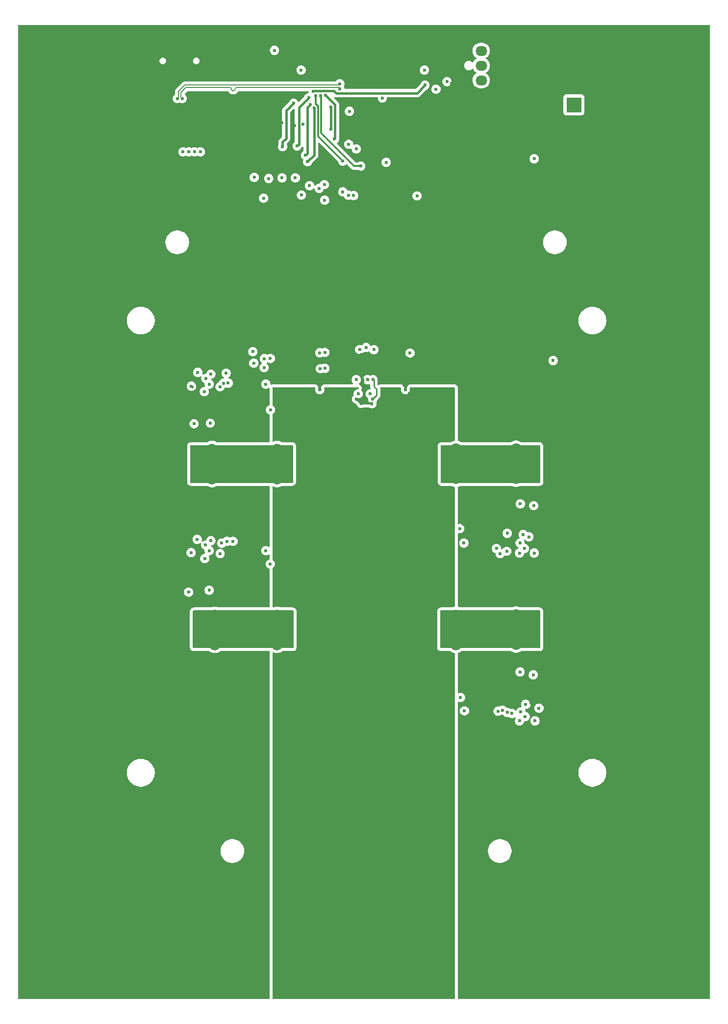
<source format=gbl>
G04 #@! TF.GenerationSoftware,KiCad,Pcbnew,9.0.5*
G04 #@! TF.CreationDate,2025-12-19T11:09:57+01:00*
G04 #@! TF.ProjectId,eload-pwr,656c6f61-642d-4707-9772-2e6b69636164,rev?*
G04 #@! TF.SameCoordinates,Original*
G04 #@! TF.FileFunction,Copper,L4,Bot*
G04 #@! TF.FilePolarity,Positive*
%FSLAX46Y46*%
G04 Gerber Fmt 4.6, Leading zero omitted, Abs format (unit mm)*
G04 Created by KiCad (PCBNEW 9.0.5) date 2025-12-19 11:09:57*
%MOMM*%
%LPD*%
G01*
G04 APERTURE LIST*
G04 #@! TA.AperFunction,ComponentPad*
%ADD10R,2.600000X2.600000*%
G04 #@! TD*
G04 #@! TA.AperFunction,ComponentPad*
%ADD11C,2.600000*%
G04 #@! TD*
G04 #@! TA.AperFunction,ComponentPad*
%ADD12C,3.200000*%
G04 #@! TD*
G04 #@! TA.AperFunction,ComponentPad*
%ADD13R,2.030000X1.730000*%
G04 #@! TD*
G04 #@! TA.AperFunction,ComponentPad*
%ADD14O,2.030000X1.730000*%
G04 #@! TD*
G04 #@! TA.AperFunction,ComponentPad*
%ADD15O,1.000000X2.100000*%
G04 #@! TD*
G04 #@! TA.AperFunction,ComponentPad*
%ADD16O,1.000000X1.800000*%
G04 #@! TD*
G04 #@! TA.AperFunction,ViaPad*
%ADD17C,2.000000*%
G04 #@! TD*
G04 #@! TA.AperFunction,ViaPad*
%ADD18C,0.600000*%
G04 #@! TD*
G04 #@! TA.AperFunction,ViaPad*
%ADD19C,1.200000*%
G04 #@! TD*
G04 #@! TA.AperFunction,Conductor*
%ADD20C,0.500000*%
G04 #@! TD*
G04 #@! TA.AperFunction,Conductor*
%ADD21C,0.250000*%
G04 #@! TD*
G04 #@! TA.AperFunction,Conductor*
%ADD22C,0.400000*%
G04 #@! TD*
G04 #@! TA.AperFunction,Conductor*
%ADD23C,0.200000*%
G04 #@! TD*
G04 #@! TA.AperFunction,Conductor*
%ADD24C,0.300000*%
G04 #@! TD*
G04 APERTURE END LIST*
D10*
X-21512500Y-45800000D03*
D11*
X-21512500Y-39800000D03*
X-26212500Y-42800000D03*
D12*
X-53435000Y-196870000D03*
X-49000000Y-196870000D03*
X-44565000Y-196870000D03*
X-53435000Y-192435000D03*
X-49000000Y-192435000D03*
X-44565000Y-192435000D03*
X-53435000Y-188000000D03*
X-49000000Y-188000000D03*
X-44565000Y-188000000D03*
D13*
X-37512500Y-44100000D03*
D14*
X-37512500Y-41560000D03*
X-37512500Y-39020000D03*
X-37512500Y-36480000D03*
D12*
X-32435000Y-196870000D03*
X-28000000Y-196870000D03*
X-23565000Y-196870000D03*
X-32435000Y-192435000D03*
X-28000000Y-192435000D03*
X-23565000Y-192435000D03*
X-32435000Y-188000000D03*
X-28000000Y-188000000D03*
X-23565000Y-188000000D03*
X-70470000Y-196870000D03*
X-66035000Y-196870000D03*
X-61600000Y-196870000D03*
X-70470000Y-192435000D03*
X-66035000Y-192435000D03*
X-61600000Y-192435000D03*
X-70470000Y-188000000D03*
X-66035000Y-188000000D03*
X-61600000Y-188000000D03*
D15*
X-85292500Y-38715000D03*
D16*
X-85292500Y-34535000D03*
D15*
X-93932500Y-38715000D03*
D16*
X-93932500Y-34535000D03*
D12*
X-91470000Y-196870000D03*
X-87035000Y-196870000D03*
X-82600000Y-196870000D03*
X-91470000Y-192435000D03*
X-87035000Y-192435000D03*
X-82600000Y-192435000D03*
X-91470000Y-188000000D03*
X-87035000Y-188000000D03*
X-82600000Y-188000000D03*
D17*
X0Y-120000000D03*
D18*
X-86308200Y-89494400D03*
D17*
X-94000000Y-132000000D03*
X-10000000Y-100000000D03*
D18*
X-30945700Y-153131901D03*
D17*
X-115000000Y-175000000D03*
D18*
X-36367856Y-120879056D03*
D17*
X-115000000Y-150000000D03*
X-94000000Y-112000000D03*
X-115000000Y-145000000D03*
X0Y-145000000D03*
X-97000000Y-112000000D03*
D18*
X-34901748Y-119375314D03*
D17*
X0Y-100000000D03*
D18*
X-69762500Y-49400000D03*
X-27183200Y-148044401D03*
X-65400000Y-94900000D03*
D17*
X-5000000Y-100000000D03*
X-18000000Y-132000000D03*
D18*
X-30275000Y-47400000D03*
X-33050000Y-116644400D03*
X-78883200Y-94594400D03*
D17*
X-115000000Y-130000000D03*
X0Y-115000000D03*
X-115000000Y-105000000D03*
D18*
X-81158200Y-98368970D03*
D17*
X0Y-150000000D03*
D18*
X-84085700Y-119876900D03*
X-78923200Y-123314400D03*
X-31650000Y-118944400D03*
D17*
X-115000000Y-190000000D03*
D18*
X-28550742Y-154667242D03*
X-78658200Y-96194400D03*
D17*
X0Y-165000000D03*
X0Y-175000000D03*
X-94000000Y-141000000D03*
D18*
X-94282500Y-51225000D03*
D17*
X-115000000Y-135000000D03*
D18*
X-91792500Y-51225000D03*
D17*
X0Y-185000000D03*
D18*
X-50300000Y-74300000D03*
X-36108200Y-148094401D03*
D17*
X-115000000Y-120000000D03*
D18*
X-76812500Y-49300000D03*
D17*
X-18000000Y-138000000D03*
X0Y-170000000D03*
D18*
X-56400000Y-97330000D03*
X-48700000Y-76400000D03*
D17*
X-21000000Y-141000000D03*
D18*
X-28150000Y-126815237D03*
X-38675000Y-46300000D03*
X-51112500Y-41070000D03*
D17*
X-97000000Y-135000000D03*
X-18000000Y-103000000D03*
X-20281594Y-99990943D03*
D18*
X-58111899Y-88821487D03*
D17*
X0Y-105000000D03*
X0Y-180000000D03*
D18*
X-78923200Y-124914400D03*
X-83648200Y-125114400D03*
D17*
X0Y-195000000D03*
X-110000000Y-100000000D03*
X-100000000Y-100000000D03*
X-115000000Y-185000000D03*
D18*
X-85292500Y-40400000D03*
X-28900000Y-148900000D03*
D17*
X-115000000Y-165000000D03*
X0Y-135000000D03*
D18*
X-85778445Y-117439230D03*
X-74712500Y-40400000D03*
X-59053527Y-96542944D03*
X-74312500Y-49400000D03*
X-50600000Y-94900000D03*
D17*
X-105000000Y-100000000D03*
D18*
X-31383200Y-147894401D03*
D17*
X-97000000Y-106000000D03*
X-94000000Y-103000000D03*
D18*
X-33720700Y-148506901D03*
X-83448200Y-130314400D03*
D17*
X0Y-190000000D03*
X-97000000Y-132000000D03*
D18*
X-86234646Y-97034897D03*
X-83608200Y-96394400D03*
X-71962500Y-48855722D03*
D17*
X0Y-160000000D03*
D18*
X-31183208Y-124183866D03*
D17*
X-21000000Y-112000000D03*
X-97000000Y-141000000D03*
D18*
X-37975000Y-46300000D03*
X-41112500Y-38000000D03*
X-84045700Y-91156900D03*
D17*
X-95000000Y-100000000D03*
X-115000000Y-125000000D03*
D18*
X-82009839Y-127329441D03*
X-28550000Y-117983175D03*
D17*
X-115000000Y-100000000D03*
D18*
X-70912500Y-41200000D03*
D17*
X-115000000Y-160000000D03*
D18*
X-67912500Y-38600000D03*
D17*
X-18000000Y-112000000D03*
X-97000000Y-109000000D03*
D18*
X-72712500Y-41100000D03*
D17*
X-18000000Y-141000000D03*
X-115000000Y-155000000D03*
X-21000000Y-103000000D03*
D18*
X-83408200Y-101594400D03*
X-36575000Y-46300000D03*
D17*
X0Y-110000000D03*
D18*
X-58000000Y-93200000D03*
D17*
X-18000000Y-135000000D03*
X-21000000Y-132000000D03*
D18*
X-93932500Y-40300000D03*
D17*
X0Y-125000000D03*
D18*
X-42637500Y-42125000D03*
X-49200000Y-52212500D03*
X-87848200Y-124964400D03*
X-86248200Y-125814400D03*
D17*
X-115000000Y-140000000D03*
X-15000000Y-100000000D03*
X-18000000Y-106000000D03*
D18*
X-36108200Y-149694401D03*
D17*
X0Y-155000000D03*
X-115000000Y-170000000D03*
X0Y-130000000D03*
X0Y-140000000D03*
D18*
X-37275000Y-46300000D03*
D17*
X-97000000Y-103000000D03*
D18*
X-66412500Y-34600000D03*
X-31583200Y-142694401D03*
D17*
X-97000000Y-138000000D03*
D18*
X-33770700Y-146037230D03*
X-51750000Y-52300000D03*
X-29575000Y-47400000D03*
X-30975000Y-47400000D03*
D17*
X-115000000Y-115000000D03*
D18*
X-60975358Y-47947191D03*
X-37001748Y-119273298D03*
X-31675000Y-47400000D03*
D17*
X-115000000Y-180000000D03*
X-18000000Y-109000000D03*
D18*
X-27308200Y-119094400D03*
X-81158200Y-95781900D03*
D17*
X-115000000Y-110000000D03*
D18*
X-32312500Y-45200000D03*
X-87808200Y-96244400D03*
X-31708200Y-113744400D03*
D17*
X-115000000Y-195000000D03*
D18*
X-68612500Y-39800000D03*
X-59550379Y-61440442D03*
X-54577090Y-44650000D03*
X-60400000Y-52600000D03*
X-47312500Y-39800000D03*
X-56031593Y-88023713D03*
X-86012500Y-53900000D03*
X-73212500Y-36400000D03*
X-59100000Y-53400000D03*
X-60262500Y-46900000D03*
X-56246169Y-96543338D03*
X-88012500Y-53900000D03*
X-53912500Y-55712500D03*
X-87012500Y-53900000D03*
X-68300000Y-49100000D03*
X-45312500Y-43100000D03*
X-89012500Y-53900000D03*
X-43412500Y-41800000D03*
X-56200000Y-93200000D03*
X-76712500Y-58300000D03*
X-88050000Y-129837366D03*
D17*
X-31500000Y-138800000D03*
X-41880000Y-136350000D03*
X-31500000Y-133800000D03*
X-41880000Y-138850000D03*
X-31500000Y-136300000D03*
X-41880000Y-133850000D03*
X-72760000Y-110250000D03*
X-72760000Y-107750000D03*
X-72760000Y-105250000D03*
X-84010000Y-105250000D03*
X-84010000Y-110250000D03*
X-84010000Y-107750000D03*
X-72760000Y-133850000D03*
X-83500000Y-138850000D03*
X-72760000Y-136350000D03*
X-83500000Y-133850000D03*
X-83500000Y-136350000D03*
X-72760000Y-138850000D03*
X-31500000Y-107700000D03*
X-31500000Y-110200000D03*
X-41890000Y-105200000D03*
X-41890000Y-110200000D03*
X-31500000Y-105200000D03*
X-41890000Y-107700000D03*
D18*
X-25100000Y-89900000D03*
X-86456900Y-91943100D03*
X-28233200Y-152044401D03*
X-86566900Y-120733100D03*
X-28358200Y-123094400D03*
X-28350000Y-55100000D03*
X-62857810Y-51692045D03*
X-41208200Y-118894400D03*
X-64402715Y-44110972D03*
X-73948200Y-124994400D03*
X-65500000Y-60200000D03*
X-41083200Y-147994400D03*
X-73908200Y-98394400D03*
X-73928447Y-89535581D03*
X-69612500Y-58400000D03*
X-28512613Y-144105772D03*
X-71912500Y-58400000D03*
X-28450898Y-114924091D03*
X-74212500Y-58500000D03*
X-87097582Y-100789943D03*
X-81408200Y-121089400D03*
X-81208200Y-93794400D03*
X-33800000Y-150200000D03*
X-34250000Y-123206148D03*
X-75000000Y-91100000D03*
X-67153971Y-59732648D03*
X-74953056Y-89571633D03*
X-82008179Y-93800512D03*
X-76959926Y-88368924D03*
X-33108200Y-122794400D03*
X-68561285Y-61349337D03*
X-82308200Y-121394400D03*
X-76800000Y-90350000D03*
X-33008200Y-150594374D03*
X-27533974Y-149860250D03*
X-32202318Y-150778442D03*
X-33020700Y-119700000D03*
X-29300000Y-120300000D03*
X-82600000Y-123200000D03*
X-87614497Y-123031480D03*
X-82608200Y-94419400D03*
X-87574497Y-94311480D03*
X-30661144Y-150480878D03*
X-40400000Y-150319401D03*
X-29820700Y-149200000D03*
X-30800000Y-143600000D03*
X-30900000Y-152044401D03*
X-29920700Y-151300000D03*
X-30245699Y-119900000D03*
X-40500000Y-121369400D03*
X-30751474Y-114607572D03*
X-30800000Y-121369400D03*
X-30900000Y-123094400D03*
X-30045700Y-122300000D03*
X-67312500Y-44600000D03*
X-69312500Y-52900000D03*
X-71812500Y-53000000D03*
X-69912500Y-45500000D03*
X-85110700Y-121700000D03*
X-84500000Y-129500000D03*
X-74700000Y-122689400D03*
X-84200000Y-120964400D03*
X-84500000Y-122689400D03*
X-85246309Y-124049901D03*
X-84200000Y-92244400D03*
X-74700000Y-93969400D03*
X-85326070Y-95264243D03*
X-84500000Y-93969400D03*
X-85070700Y-93000000D03*
X-84300000Y-100700000D03*
X-34601952Y-150366443D03*
X-64500004Y-91250000D03*
X-64546099Y-62235671D03*
X-64500000Y-88500000D03*
X-66991627Y-45731190D03*
X-67830000Y-54480000D03*
X-81565331Y-92084669D03*
X-47212500Y-42400000D03*
X-66512500Y-43500000D03*
X-65412530Y-88557358D03*
X-63500000Y-46200000D03*
X-64605389Y-59550000D03*
X-63500000Y-50000000D03*
X-34869100Y-122306279D03*
X-65300000Y-91300000D03*
X-89137500Y-44700000D03*
X-61923552Y-43025000D03*
X-89987500Y-44700000D03*
X-61923552Y-42175000D03*
X-67500000Y-55600000D03*
X-80365829Y-121071109D03*
X-66383438Y-46325000D03*
X-75100000Y-61900000D03*
X-60439759Y-61375226D03*
X-58759990Y-95621922D03*
X-59100000Y-93200000D03*
X-58499996Y-87999996D03*
X-58312500Y-56350000D03*
X-65241270Y-44250000D03*
X-66073164Y-44263790D03*
X-57375000Y-87650000D03*
X-56670000Y-95630000D03*
X-61412500Y-60800000D03*
X-57150792Y-93200000D03*
X-61412500Y-55500000D03*
D19*
X-65508200Y-133094400D03*
X-65508200Y-137394400D03*
X-65508200Y-110894400D03*
X-68208200Y-110894400D03*
X-51908200Y-107594400D03*
X-62708200Y-111894400D03*
X-62708200Y-140594400D03*
X-47808200Y-108794400D03*
X-49108200Y-133094400D03*
D17*
X-45000000Y-115000000D03*
D19*
X-51808200Y-140494400D03*
X-47808200Y-135294400D03*
X-66808200Y-104394400D03*
X-64008200Y-108694400D03*
X-50608200Y-135294400D03*
X-64008200Y-106494400D03*
X-66808200Y-133094400D03*
X-51908200Y-136294400D03*
D17*
X-70000000Y-100000000D03*
D19*
X-50408200Y-132094400D03*
D17*
X-60000000Y-115000000D03*
X-45000000Y-129000000D03*
D19*
X-49108200Y-104394400D03*
X-49108200Y-108794400D03*
D17*
X-65000000Y-100000000D03*
D19*
X-47808200Y-106594400D03*
X-66808200Y-135194400D03*
X-50408200Y-103394400D03*
D17*
X-50000000Y-115000000D03*
D19*
X-46508200Y-106594400D03*
X-47808200Y-110894400D03*
D18*
X-49900000Y-95600000D03*
D17*
X-60000000Y-144000000D03*
X-70000000Y-129000000D03*
X-60000000Y-134000000D03*
X-65000000Y-144000000D03*
D19*
X-50608200Y-108794400D03*
X-66808200Y-108694400D03*
X-46508200Y-139594400D03*
D17*
X-60000000Y-129000000D03*
D19*
X-66808200Y-139594400D03*
D17*
X-45000000Y-144000000D03*
D19*
X-50608200Y-137494400D03*
X-64308200Y-103494400D03*
X-62708200Y-110194400D03*
X-68108200Y-104394400D03*
X-68108200Y-108694400D03*
X-68108200Y-133094400D03*
X-50308200Y-140494400D03*
X-62808200Y-104994400D03*
X-47808200Y-139594400D03*
X-49108200Y-106594400D03*
X-65508200Y-139594400D03*
X-62708200Y-107694400D03*
D17*
X-60000000Y-139000000D03*
D19*
X-64208200Y-111894400D03*
D17*
X-60000000Y-110000000D03*
X-55000000Y-139000000D03*
X-65000000Y-129000000D03*
D18*
X-48600000Y-61500000D03*
D19*
X-47808200Y-133094400D03*
X-68108200Y-135194400D03*
D17*
X-60000000Y-105000000D03*
X-70000000Y-115000000D03*
X-55000000Y-134000000D03*
D19*
X-46508200Y-108794400D03*
D17*
X-65000000Y-115000000D03*
D19*
X-46508200Y-135294400D03*
X-62708200Y-138894400D03*
D17*
X-70000000Y-144000000D03*
D19*
X-51908200Y-105094400D03*
X-66808200Y-106494400D03*
D17*
X-50000000Y-144000000D03*
X-55000000Y-105000000D03*
D19*
X-65508200Y-104394400D03*
X-64208200Y-140594400D03*
X-68108200Y-137394400D03*
X-49108200Y-139594400D03*
X-62708200Y-136394400D03*
X-51908200Y-132094400D03*
D17*
X-50000000Y-129000000D03*
D19*
X-50608200Y-106594400D03*
D17*
X-55000000Y-110000000D03*
D19*
X-68108200Y-106494400D03*
X-51908200Y-133794400D03*
X-46508200Y-137494400D03*
X-62808200Y-133694400D03*
X-51808200Y-110294400D03*
X-49108200Y-137494400D03*
X-49108200Y-135294400D03*
X-47808200Y-137494400D03*
X-64008200Y-135194400D03*
X-47808200Y-104394400D03*
X-65508200Y-108694400D03*
X-51808200Y-138994400D03*
D18*
X-49800000Y-88600000D03*
D17*
X-50000000Y-100000000D03*
X-55000000Y-144000000D03*
D19*
X-46408200Y-104394400D03*
X-64308200Y-132194400D03*
X-49108200Y-110894400D03*
X-68208200Y-139594400D03*
X-65508200Y-135194400D03*
X-64008200Y-137394400D03*
X-51908200Y-103394400D03*
X-51808200Y-111794400D03*
X-62808200Y-103494400D03*
X-62808200Y-132194400D03*
X-65508200Y-106494400D03*
X-46508200Y-110894400D03*
X-66808200Y-137394400D03*
D17*
X-55000000Y-115000000D03*
X-55000000Y-129000000D03*
X-45000000Y-100000000D03*
D19*
X-46408200Y-133094400D03*
X-66808200Y-110894400D03*
X-50308200Y-111794400D03*
D20*
X-57720000Y-94613284D02*
X-57720000Y-96783529D01*
D21*
X-56400000Y-97330000D02*
X-58266471Y-97330000D01*
D20*
X-57720000Y-96783529D02*
X-58266471Y-97330000D01*
X-57960000Y-94373284D02*
X-57960000Y-93240000D01*
X-57960000Y-94373284D02*
X-57720000Y-94613284D01*
X-57960000Y-93240000D02*
X-58000000Y-93200000D01*
D21*
X-58266471Y-97330000D02*
X-59053527Y-96542944D01*
X-56246169Y-96543338D02*
X-55560062Y-95857231D01*
X-56060000Y-94373284D02*
X-56060000Y-93340000D01*
X-55560062Y-94873222D02*
X-56060000Y-94373284D01*
X-56060000Y-93340000D02*
X-56200000Y-93200000D01*
X-55560062Y-95857231D02*
X-55560062Y-94873222D01*
D22*
X-62750000Y-45763687D02*
X-64402715Y-44110972D01*
X-62857810Y-51692045D02*
X-62750000Y-51584235D01*
X-62750000Y-51584235D02*
X-62750000Y-45763687D01*
X-87466577Y-94419400D02*
X-87574497Y-94311480D01*
X-69012500Y-52600000D02*
X-69012500Y-46300000D01*
X-69312500Y-52900000D02*
X-69012500Y-52600000D01*
X-69012500Y-46300000D02*
X-67312500Y-44600000D01*
X-69912500Y-45500000D02*
X-71212500Y-46800000D01*
X-71212500Y-51600000D02*
X-71812500Y-52200000D01*
X-71212500Y-46800000D02*
X-71212500Y-51600000D01*
X-71812500Y-52200000D02*
X-71812500Y-53000000D01*
X-67830000Y-54480000D02*
X-67550000Y-54200000D01*
X-67550000Y-54200000D02*
X-67550000Y-46289563D01*
X-67550000Y-46289563D02*
X-66991627Y-45731190D01*
X-66373472Y-43360972D02*
X-62929689Y-43360972D01*
X-62929689Y-43360972D02*
X-62510661Y-43780000D01*
X-62510661Y-43780000D02*
X-48592500Y-43780000D01*
X-48592500Y-43780000D02*
X-47212500Y-42400000D01*
X-66512500Y-43500000D02*
X-66373472Y-43360972D01*
X-63500000Y-50000000D02*
X-63500000Y-46200000D01*
D23*
X-89337499Y-44500001D02*
X-89337499Y-43643199D01*
X-89337499Y-43643199D02*
X-88519301Y-42825001D01*
X-62123551Y-42825001D02*
X-61923552Y-43025000D01*
X-80288464Y-43403809D02*
X-80408464Y-43403809D01*
X-80888464Y-42825001D02*
X-81008464Y-42825001D01*
X-80648464Y-43163809D02*
X-80648464Y-43065001D01*
X-62123551Y-42825001D02*
X-79808464Y-42825001D01*
X-82536685Y-42825001D02*
X-88519301Y-42825001D01*
X-80048464Y-43065001D02*
X-80048464Y-43163809D01*
X-89137500Y-44700000D02*
X-89337499Y-44500001D01*
X-81008464Y-42825001D02*
X-82536685Y-42825001D01*
X-80408464Y-43403809D02*
G75*
G02*
X-80648464Y-43163809I-1J239999D01*
G01*
X-80648464Y-43065001D02*
G75*
G03*
X-80888464Y-42825001I-239999J1D01*
G01*
X-79808464Y-42825001D02*
G75*
G03*
X-80048464Y-43065001I-1J-239999D01*
G01*
X-80048464Y-43163809D02*
G75*
G02*
X-80288464Y-43403809I-239999J-1D01*
G01*
X-89987500Y-44700000D02*
X-89787501Y-44500001D01*
X-88705699Y-42374999D02*
X-62123551Y-42374999D01*
X-89787501Y-43456801D02*
X-88705699Y-42374999D01*
X-89787501Y-44500001D02*
X-89787501Y-43456801D01*
X-62123551Y-42374999D02*
X-61923552Y-42175000D01*
D22*
X-66383438Y-46325000D02*
X-66383438Y-54483438D01*
X-66383438Y-54483438D02*
X-67500000Y-55600000D01*
D24*
X-65183438Y-50629062D02*
X-65183438Y-44307832D01*
X-58312500Y-56350000D02*
X-59462500Y-56350000D01*
X-59462500Y-56350000D02*
X-65183438Y-50629062D01*
X-65183438Y-44307832D02*
X-65241270Y-44250000D01*
X-65683438Y-51229062D02*
X-65683438Y-46035050D01*
X-66073164Y-45645324D02*
X-66073164Y-44263790D01*
X-65683438Y-46035050D02*
X-66073164Y-45645324D01*
X-61412500Y-55500000D02*
X-65683438Y-51229062D01*
D21*
X-57150792Y-93200000D02*
X-57040000Y-93310792D01*
G04 #@! TA.AperFunction,Conductor*
G36*
X-66284538Y-94495693D02*
G01*
X-66217506Y-94515388D01*
X-66171760Y-94568201D01*
X-66161829Y-94637361D01*
X-66168207Y-94660603D01*
X-66167969Y-94660676D01*
X-66169732Y-94666492D01*
X-66169737Y-94666503D01*
X-66186666Y-94751609D01*
X-66200499Y-94821153D01*
X-66200500Y-94821155D01*
X-66200500Y-94821158D01*
X-66200500Y-94978842D01*
X-66169737Y-95133497D01*
X-66109394Y-95279179D01*
X-66021789Y-95410289D01*
X-65910289Y-95521789D01*
X-65779179Y-95609394D01*
X-65633497Y-95669737D01*
X-65478845Y-95700499D01*
X-65478844Y-95700500D01*
X-65478842Y-95700500D01*
X-65321156Y-95700500D01*
X-65321153Y-95700499D01*
X-65166503Y-95669737D01*
X-65166498Y-95669735D01*
X-65020827Y-95609397D01*
X-65020814Y-95609390D01*
X-64889711Y-95521789D01*
X-64889707Y-95521786D01*
X-64778213Y-95410292D01*
X-64778210Y-95410288D01*
X-64690609Y-95279185D01*
X-64690602Y-95279172D01*
X-64630264Y-95133501D01*
X-64630261Y-95133489D01*
X-64599500Y-94978846D01*
X-64599500Y-94821153D01*
X-64630261Y-94666510D01*
X-64632031Y-94660676D01*
X-64630644Y-94660255D01*
X-64637332Y-94597973D01*
X-64606048Y-94535498D01*
X-64545954Y-94499854D01*
X-64515288Y-94496007D01*
X-58802326Y-94497023D01*
X-58735295Y-94516718D01*
X-58689549Y-94569531D01*
X-58686965Y-94575616D01*
X-58682902Y-94585938D01*
X-58681658Y-94592197D01*
X-58657296Y-94651011D01*
X-58656901Y-94652016D01*
X-58653878Y-94685777D01*
X-58650259Y-94719439D01*
X-58650772Y-94720464D01*
X-58650670Y-94721607D01*
X-58666362Y-94751609D01*
X-58681534Y-94781918D01*
X-58682521Y-94782503D01*
X-58683053Y-94783520D01*
X-58712479Y-94800278D01*
X-58741623Y-94817570D01*
X-58743186Y-94817766D01*
X-58743767Y-94818097D01*
X-58745205Y-94818019D01*
X-58772289Y-94821422D01*
X-58838835Y-94821422D01*
X-58993479Y-94852183D01*
X-58993491Y-94852186D01*
X-59139162Y-94912524D01*
X-59139175Y-94912531D01*
X-59270278Y-95000132D01*
X-59270282Y-95000135D01*
X-59381776Y-95111629D01*
X-59381779Y-95111633D01*
X-59469380Y-95242736D01*
X-59469387Y-95242749D01*
X-59484479Y-95279185D01*
X-59529727Y-95388425D01*
X-59556254Y-95521786D01*
X-59560489Y-95543075D01*
X-59560490Y-95543077D01*
X-59560490Y-95700766D01*
X-59537407Y-95816808D01*
X-59543634Y-95886400D01*
X-59571343Y-95928681D01*
X-59675313Y-96032651D01*
X-59675316Y-96032655D01*
X-59762917Y-96163758D01*
X-59762924Y-96163771D01*
X-59763086Y-96164163D01*
X-59823264Y-96309447D01*
X-59823265Y-96309454D01*
X-59854026Y-96464097D01*
X-59854027Y-96464099D01*
X-59854027Y-96464102D01*
X-59854027Y-96621786D01*
X-59823264Y-96776441D01*
X-59762921Y-96922123D01*
X-59675316Y-97053233D01*
X-59563816Y-97164733D01*
X-59432706Y-97252338D01*
X-59287024Y-97312681D01*
X-59175809Y-97334802D01*
X-59159054Y-97343566D01*
X-59140576Y-97347586D01*
X-59115543Y-97366325D01*
X-59113902Y-97367184D01*
X-59112380Y-97368679D01*
X-59028625Y-97452434D01*
X-58995142Y-97513755D01*
X-58994703Y-97515857D01*
X-58988129Y-97548912D01*
X-58931555Y-97685494D01*
X-58849423Y-97808416D01*
X-58744887Y-97912952D01*
X-58621965Y-97995084D01*
X-58485383Y-98051658D01*
X-58437932Y-98061096D01*
X-58340390Y-98080500D01*
X-58340388Y-98080500D01*
X-58192551Y-98080500D01*
X-58047564Y-98051659D01*
X-58047563Y-98051658D01*
X-58047559Y-98051658D01*
X-57910977Y-97995084D01*
X-57883007Y-97976395D01*
X-57816330Y-97955520D01*
X-57814119Y-97955500D01*
X-56942350Y-97955500D01*
X-56875311Y-97975185D01*
X-56873462Y-97976396D01*
X-56779179Y-98039394D01*
X-56633497Y-98099737D01*
X-56478845Y-98130499D01*
X-56478844Y-98130500D01*
X-56478842Y-98130500D01*
X-56321156Y-98130500D01*
X-56321153Y-98130499D01*
X-56166503Y-98099737D01*
X-56120060Y-98080500D01*
X-56020827Y-98039397D01*
X-56020814Y-98039390D01*
X-55889711Y-97951789D01*
X-55889707Y-97951786D01*
X-55778213Y-97840292D01*
X-55778210Y-97840288D01*
X-55690609Y-97709185D01*
X-55690602Y-97709172D01*
X-55630264Y-97563501D01*
X-55630261Y-97563489D01*
X-55599500Y-97408846D01*
X-55599500Y-97251153D01*
X-55625464Y-97120623D01*
X-55619237Y-97051031D01*
X-55606949Y-97027541D01*
X-55536778Y-96922523D01*
X-55536771Y-96922510D01*
X-55476433Y-96776839D01*
X-55476430Y-96776827D01*
X-55454310Y-96665623D01*
X-55421925Y-96603712D01*
X-55420374Y-96602133D01*
X-55165670Y-96347429D01*
X-55165648Y-96347409D01*
X-55074206Y-96255967D01*
X-55074200Y-96255959D01*
X-55012864Y-96164163D01*
X-55012862Y-96164161D01*
X-55005754Y-96153525D01*
X-55005751Y-96153518D01*
X-54965808Y-96057087D01*
X-54958601Y-96039689D01*
X-54958597Y-96039675D01*
X-54934562Y-95918841D01*
X-54934562Y-94811611D01*
X-54958597Y-94690775D01*
X-54958602Y-94690759D01*
X-54967543Y-94669174D01*
X-54975010Y-94599705D01*
X-54943734Y-94537226D01*
X-54883644Y-94501575D01*
X-54852969Y-94497725D01*
X-51485627Y-94498324D01*
X-51418595Y-94518019D01*
X-51372849Y-94570832D01*
X-51362918Y-94639992D01*
X-51368548Y-94660500D01*
X-51367969Y-94660676D01*
X-51369732Y-94666492D01*
X-51369737Y-94666503D01*
X-51386666Y-94751609D01*
X-51400499Y-94821153D01*
X-51400500Y-94821155D01*
X-51400500Y-94821158D01*
X-51400500Y-94978842D01*
X-51369737Y-95133497D01*
X-51309394Y-95279179D01*
X-51221789Y-95410289D01*
X-51110289Y-95521789D01*
X-50979179Y-95609394D01*
X-50833497Y-95669737D01*
X-50678845Y-95700499D01*
X-50678844Y-95700500D01*
X-50678842Y-95700500D01*
X-50521156Y-95700500D01*
X-50521153Y-95700499D01*
X-50366503Y-95669737D01*
X-50366498Y-95669735D01*
X-50220827Y-95609397D01*
X-50220814Y-95609390D01*
X-50089711Y-95521789D01*
X-50089707Y-95521786D01*
X-49978213Y-95410292D01*
X-49978210Y-95410288D01*
X-49890609Y-95279185D01*
X-49890602Y-95279172D01*
X-49830264Y-95133501D01*
X-49830261Y-95133489D01*
X-49799500Y-94978846D01*
X-49799500Y-94821153D01*
X-49830261Y-94666510D01*
X-49832031Y-94660676D01*
X-49829869Y-94660020D01*
X-49836236Y-94600571D01*
X-49804935Y-94538104D01*
X-49744831Y-94502477D01*
X-49714200Y-94498638D01*
X-42182174Y-94499977D01*
X-42115142Y-94519673D01*
X-42069396Y-94572486D01*
X-42058200Y-94623977D01*
X-42058200Y-103601530D01*
X-42077885Y-103668569D01*
X-42130689Y-103714324D01*
X-42162802Y-103724003D01*
X-42241368Y-103736446D01*
X-42465996Y-103809433D01*
X-42631344Y-103893683D01*
X-42676433Y-103916657D01*
X-42743272Y-103965218D01*
X-42809078Y-103988698D01*
X-42816157Y-103988900D01*
X-44384200Y-103988900D01*
X-44384209Y-103988901D01*
X-44491650Y-104000452D01*
X-44491662Y-104000454D01*
X-44543172Y-104011660D01*
X-44645697Y-104045783D01*
X-44645703Y-104045786D01*
X-44712684Y-104088833D01*
X-44766743Y-104123575D01*
X-44766745Y-104123577D01*
X-44766748Y-104123579D01*
X-44819540Y-104169323D01*
X-44819543Y-104169326D01*
X-44819547Y-104169330D01*
X-44913767Y-104278064D01*
X-44973538Y-104408941D01*
X-44993223Y-104475980D01*
X-44993224Y-104475984D01*
X-45013700Y-104618400D01*
X-45013700Y-110870400D01*
X-45002147Y-110977856D01*
X-44990941Y-111029367D01*
X-44990939Y-111029372D01*
X-44956816Y-111131897D01*
X-44956813Y-111131901D01*
X-44956813Y-111131904D01*
X-44879025Y-111252943D01*
X-44833270Y-111305747D01*
X-44724536Y-111399967D01*
X-44593659Y-111459738D01*
X-44526620Y-111479423D01*
X-44526616Y-111479424D01*
X-44384200Y-111499900D01*
X-42673708Y-111499900D01*
X-42617413Y-111513414D01*
X-42465992Y-111590568D01*
X-42241368Y-111663553D01*
X-42162801Y-111675996D01*
X-42099668Y-111705925D01*
X-42062736Y-111765236D01*
X-42058200Y-111798469D01*
X-42058200Y-132253114D01*
X-42077885Y-132320153D01*
X-42130689Y-132365908D01*
X-42162802Y-132375587D01*
X-42231368Y-132386446D01*
X-42363477Y-132429372D01*
X-42455992Y-132459432D01*
X-42455995Y-132459433D01*
X-42455996Y-132459434D01*
X-42487302Y-132475385D01*
X-42543597Y-132488900D01*
X-44484200Y-132488900D01*
X-44484209Y-132488901D01*
X-44591650Y-132500452D01*
X-44591662Y-132500454D01*
X-44643172Y-132511660D01*
X-44745697Y-132545783D01*
X-44745703Y-132545786D01*
X-44812684Y-132588833D01*
X-44866743Y-132623575D01*
X-44866745Y-132623577D01*
X-44866748Y-132623579D01*
X-44919540Y-132669323D01*
X-44919543Y-132669326D01*
X-44919547Y-132669330D01*
X-45013767Y-132778064D01*
X-45073538Y-132908941D01*
X-45093223Y-132975980D01*
X-45093224Y-132975984D01*
X-45113700Y-133118400D01*
X-45113700Y-139370400D01*
X-45102147Y-139477856D01*
X-45090941Y-139529367D01*
X-45090939Y-139529372D01*
X-45056816Y-139631897D01*
X-45056813Y-139631901D01*
X-45056813Y-139631904D01*
X-44979025Y-139752943D01*
X-44933270Y-139805747D01*
X-44824536Y-139899967D01*
X-44693659Y-139959738D01*
X-44626620Y-139979423D01*
X-44626616Y-139979424D01*
X-44484200Y-139999900D01*
X-42890392Y-139999900D01*
X-42823353Y-140019585D01*
X-42817507Y-140023582D01*
X-42734362Y-140083989D01*
X-42666433Y-140133343D01*
X-42455992Y-140240568D01*
X-42231368Y-140313553D01*
X-42162798Y-140324413D01*
X-42099668Y-140354340D01*
X-42062736Y-140413651D01*
X-42058200Y-140446885D01*
X-42058200Y-199875500D01*
X-42077885Y-199942539D01*
X-42130689Y-199988294D01*
X-42182200Y-199999500D01*
X-44870700Y-199999500D01*
X-73434222Y-199994422D01*
X-73501258Y-199974726D01*
X-73547004Y-199921913D01*
X-73558200Y-199870422D01*
X-73558200Y-140329697D01*
X-73538515Y-140262658D01*
X-73485711Y-140216903D01*
X-73416553Y-140206959D01*
X-73377902Y-140219213D01*
X-73335992Y-140240568D01*
X-73111374Y-140313551D01*
X-73111368Y-140313553D01*
X-72878097Y-140350500D01*
X-72878092Y-140350500D01*
X-72641903Y-140350500D01*
X-72408631Y-140313553D01*
X-72251994Y-140262658D01*
X-72184008Y-140240568D01*
X-72184005Y-140240566D01*
X-72184003Y-140240566D01*
X-72107659Y-140201666D01*
X-71973567Y-140133343D01*
X-71960654Y-140123961D01*
X-71822493Y-140023582D01*
X-71756687Y-140000102D01*
X-71749608Y-139999900D01*
X-70032210Y-139999900D01*
X-70032200Y-139999900D01*
X-69924744Y-139988347D01*
X-69873233Y-139977141D01*
X-69872922Y-139977037D01*
X-69770702Y-139943016D01*
X-69770696Y-139943013D01*
X-69703716Y-139899967D01*
X-69649657Y-139865225D01*
X-69649651Y-139865220D01*
X-69596859Y-139819476D01*
X-69596856Y-139819472D01*
X-69596853Y-139819470D01*
X-69502633Y-139710736D01*
X-69502631Y-139710733D01*
X-69502630Y-139710731D01*
X-69442864Y-139579865D01*
X-69423176Y-139512817D01*
X-69416350Y-139465344D01*
X-69402700Y-139370400D01*
X-69402700Y-133118400D01*
X-69414253Y-133010944D01*
X-69414254Y-133010937D01*
X-69425460Y-132959427D01*
X-69459583Y-132856902D01*
X-69459586Y-132856896D01*
X-69537371Y-132735862D01*
X-69537379Y-132735851D01*
X-69583123Y-132683059D01*
X-69691864Y-132588833D01*
X-69691868Y-132588830D01*
X-69822734Y-132529064D01*
X-69889782Y-132509376D01*
X-69984728Y-132495725D01*
X-70032200Y-132488900D01*
X-70032201Y-132488900D01*
X-72096403Y-132488900D01*
X-72152698Y-132475385D01*
X-72184003Y-132459434D01*
X-72184005Y-132459433D01*
X-72184008Y-132459432D01*
X-72233596Y-132443319D01*
X-72408631Y-132386446D01*
X-72641903Y-132349500D01*
X-72641908Y-132349500D01*
X-72878092Y-132349500D01*
X-72878097Y-132349500D01*
X-73111368Y-132386446D01*
X-73243477Y-132429372D01*
X-73335992Y-132459432D01*
X-73335995Y-132459433D01*
X-73335996Y-132459434D01*
X-73367302Y-132475385D01*
X-73380305Y-132478506D01*
X-73388662Y-132483877D01*
X-73423597Y-132488900D01*
X-73434200Y-132488900D01*
X-73501239Y-132469215D01*
X-73546994Y-132416411D01*
X-73558200Y-132364900D01*
X-73558200Y-125762842D01*
X-73538515Y-125695803D01*
X-73503090Y-125659740D01*
X-73437911Y-125616189D01*
X-73437907Y-125616186D01*
X-73326413Y-125504692D01*
X-73326410Y-125504688D01*
X-73238809Y-125373585D01*
X-73238802Y-125373572D01*
X-73178464Y-125227901D01*
X-73178461Y-125227889D01*
X-73147700Y-125073246D01*
X-73147700Y-124915553D01*
X-73178461Y-124760910D01*
X-73178464Y-124760898D01*
X-73238802Y-124615227D01*
X-73238809Y-124615214D01*
X-73326410Y-124484111D01*
X-73326413Y-124484107D01*
X-73437907Y-124372613D01*
X-73503092Y-124329058D01*
X-73547896Y-124275445D01*
X-73558200Y-124225956D01*
X-73558200Y-111729697D01*
X-73538515Y-111662658D01*
X-73485711Y-111616903D01*
X-73416553Y-111606959D01*
X-73377902Y-111619213D01*
X-73335992Y-111640568D01*
X-73134844Y-111705925D01*
X-73111368Y-111713553D01*
X-72878097Y-111750500D01*
X-72878092Y-111750500D01*
X-72641903Y-111750500D01*
X-72408631Y-111713553D01*
X-72293044Y-111675996D01*
X-72184008Y-111640568D01*
X-72184005Y-111640566D01*
X-72184003Y-111640566D01*
X-72068760Y-111581846D01*
X-71973567Y-111533343D01*
X-71973564Y-111533341D01*
X-71973562Y-111533340D01*
X-71960131Y-111523582D01*
X-71894324Y-111500102D01*
X-71887246Y-111499900D01*
X-70132210Y-111499900D01*
X-70132200Y-111499900D01*
X-70024744Y-111488347D01*
X-69973233Y-111477141D01*
X-69972922Y-111477037D01*
X-69870702Y-111443016D01*
X-69870696Y-111443013D01*
X-69803716Y-111399967D01*
X-69749657Y-111365225D01*
X-69749651Y-111365220D01*
X-69696859Y-111319476D01*
X-69696856Y-111319472D01*
X-69696853Y-111319470D01*
X-69602633Y-111210736D01*
X-69602631Y-111210733D01*
X-69602630Y-111210731D01*
X-69542864Y-111079865D01*
X-69523176Y-111012817D01*
X-69516350Y-110965344D01*
X-69502700Y-110870400D01*
X-69502700Y-104618400D01*
X-69514253Y-104510944D01*
X-69514254Y-104510937D01*
X-69525460Y-104459427D01*
X-69559583Y-104356902D01*
X-69559586Y-104356896D01*
X-69637371Y-104235862D01*
X-69637379Y-104235851D01*
X-69683123Y-104183059D01*
X-69791864Y-104088833D01*
X-69791868Y-104088830D01*
X-69922734Y-104029064D01*
X-69989782Y-104009376D01*
X-70084728Y-103995725D01*
X-70132200Y-103988900D01*
X-70132201Y-103988900D01*
X-71902662Y-103988900D01*
X-71969701Y-103969215D01*
X-71972376Y-103967385D01*
X-71973558Y-103966661D01*
X-72184003Y-103859433D01*
X-72408631Y-103786446D01*
X-72641903Y-103749500D01*
X-72641908Y-103749500D01*
X-72878092Y-103749500D01*
X-72878097Y-103749500D01*
X-73111368Y-103786446D01*
X-73335999Y-103859434D01*
X-73377906Y-103880787D01*
X-73446576Y-103893683D01*
X-73511316Y-103867406D01*
X-73551572Y-103810299D01*
X-73558200Y-103770302D01*
X-73558200Y-99189570D01*
X-73538515Y-99122531D01*
X-73503090Y-99086468D01*
X-73397915Y-99016192D01*
X-73397907Y-99016186D01*
X-73286413Y-98904692D01*
X-73286410Y-98904688D01*
X-73198809Y-98773585D01*
X-73198802Y-98773572D01*
X-73138464Y-98627901D01*
X-73138461Y-98627889D01*
X-73107700Y-98473246D01*
X-73107700Y-98315553D01*
X-73138461Y-98160910D01*
X-73138464Y-98160898D01*
X-73198802Y-98015227D01*
X-73198809Y-98015214D01*
X-73286410Y-97884111D01*
X-73286413Y-97884107D01*
X-73397907Y-97772613D01*
X-73397915Y-97772607D01*
X-73503090Y-97702332D01*
X-73547896Y-97648720D01*
X-73558200Y-97599230D01*
X-73558200Y-94618422D01*
X-73538515Y-94551383D01*
X-73485711Y-94505628D01*
X-73434178Y-94494422D01*
X-66284538Y-94495693D01*
G37*
G04 #@! TD.AperFunction*
G04 #@! TA.AperFunction,Conductor*
G36*
X1942539Y-32020185D02*
G01*
X1988294Y-32072989D01*
X1999500Y-32124500D01*
X1999500Y-199875500D01*
X1979815Y-199942539D01*
X1927011Y-199988294D01*
X1875500Y-199999500D01*
X-41428700Y-199999500D01*
X-41495739Y-199979815D01*
X-41541494Y-199927011D01*
X-41552700Y-199875500D01*
X-41552700Y-174365603D01*
X-36350500Y-174365603D01*
X-36350500Y-174634397D01*
X-36315416Y-174900891D01*
X-36245847Y-175160526D01*
X-36142984Y-175408859D01*
X-36008587Y-175641641D01*
X-35844956Y-175854890D01*
X-35654890Y-176044956D01*
X-35441641Y-176208587D01*
X-35208859Y-176342984D01*
X-35208853Y-176342986D01*
X-35208850Y-176342988D01*
X-35147457Y-176368417D01*
X-34960526Y-176445847D01*
X-34700891Y-176515416D01*
X-34494905Y-176542534D01*
X-34434398Y-176550500D01*
X-34434397Y-176550500D01*
X-34165602Y-176550500D01*
X-34087319Y-176540193D01*
X-33899109Y-176515416D01*
X-33639474Y-176445847D01*
X-33546008Y-176407132D01*
X-33391149Y-176342988D01*
X-33391133Y-176342980D01*
X-33307968Y-176294964D01*
X-33158359Y-176208587D01*
X-32945110Y-176044956D01*
X-32945104Y-176044951D01*
X-32755048Y-175854895D01*
X-32755042Y-175854888D01*
X-32591416Y-175641645D01*
X-32591415Y-175641644D01*
X-32591413Y-175641641D01*
X-32537830Y-175548832D01*
X-32457019Y-175408866D01*
X-32457011Y-175408850D01*
X-32354152Y-175160524D01*
X-32284585Y-174900893D01*
X-32284584Y-174900891D01*
X-32284583Y-174900885D01*
X-32284582Y-174900880D01*
X-32249500Y-174634397D01*
X-32249500Y-174365602D01*
X-32284582Y-174099119D01*
X-32284585Y-174099106D01*
X-32354152Y-173839475D01*
X-32457011Y-173591149D01*
X-32457019Y-173591133D01*
X-32591416Y-173358354D01*
X-32755042Y-173145111D01*
X-32755048Y-173145104D01*
X-32945104Y-172955048D01*
X-32945111Y-172955042D01*
X-33158354Y-172791416D01*
X-33391133Y-172657019D01*
X-33391149Y-172657011D01*
X-33639475Y-172554152D01*
X-33844239Y-172499286D01*
X-33899109Y-172484584D01*
X-33899112Y-172484583D01*
X-33899119Y-172484582D01*
X-34165602Y-172449500D01*
X-34165603Y-172449500D01*
X-34434397Y-172449500D01*
X-34434398Y-172449500D01*
X-34700880Y-172484582D01*
X-34700885Y-172484583D01*
X-34700891Y-172484584D01*
X-34830708Y-172519368D01*
X-34960524Y-172554152D01*
X-35208850Y-172657011D01*
X-35208866Y-172657019D01*
X-35348832Y-172737830D01*
X-35441641Y-172791413D01*
X-35441644Y-172791415D01*
X-35441645Y-172791416D01*
X-35654888Y-172955042D01*
X-35654895Y-172955048D01*
X-35844951Y-173145104D01*
X-35844956Y-173145110D01*
X-36008587Y-173358359D01*
X-36094964Y-173507968D01*
X-36142980Y-173591133D01*
X-36142988Y-173591149D01*
X-36207132Y-173746008D01*
X-36245847Y-173839474D01*
X-36315416Y-174099109D01*
X-36350500Y-174365603D01*
X-41552700Y-174365603D01*
X-41552700Y-160865191D01*
X-20700500Y-160865191D01*
X-20700500Y-161134809D01*
X-20670312Y-161402732D01*
X-20610316Y-161665591D01*
X-20521267Y-161920079D01*
X-20404284Y-162162997D01*
X-20260838Y-162391289D01*
X-20092734Y-162602085D01*
X-19902085Y-162792734D01*
X-19691289Y-162960838D01*
X-19462997Y-163104284D01*
X-19220079Y-163221267D01*
X-18965591Y-163310316D01*
X-18702732Y-163370312D01*
X-18434812Y-163400499D01*
X-18434812Y-163400500D01*
X-18434809Y-163400500D01*
X-18165188Y-163400500D01*
X-18165187Y-163400499D01*
X-17897268Y-163370312D01*
X-17634409Y-163310316D01*
X-17634408Y-163310315D01*
X-17634405Y-163310315D01*
X-17634397Y-163310312D01*
X-17571049Y-163288145D01*
X-17379921Y-163221267D01*
X-17137003Y-163104284D01*
X-16908711Y-162960838D01*
X-16697915Y-162792734D01*
X-16507266Y-162602085D01*
X-16339162Y-162391289D01*
X-16195716Y-162162997D01*
X-16195714Y-162162994D01*
X-16078734Y-161920082D01*
X-15989687Y-161665602D01*
X-15989684Y-161665594D01*
X-15929688Y-161402731D01*
X-15929686Y-161402719D01*
X-15899500Y-161134813D01*
X-15899500Y-160865186D01*
X-15929686Y-160597280D01*
X-15929688Y-160597268D01*
X-15989684Y-160334405D01*
X-15989687Y-160334397D01*
X-16078734Y-160079917D01*
X-16195714Y-159837005D01*
X-16339161Y-159608712D01*
X-16507265Y-159397915D01*
X-16697915Y-159207265D01*
X-16908712Y-159039161D01*
X-17137005Y-158895714D01*
X-17379917Y-158778734D01*
X-17634397Y-158689687D01*
X-17634405Y-158689684D01*
X-17897268Y-158629688D01*
X-17897280Y-158629686D01*
X-18165186Y-158599500D01*
X-18165191Y-158599500D01*
X-18434809Y-158599500D01*
X-18434813Y-158599500D01*
X-18702719Y-158629686D01*
X-18702728Y-158629687D01*
X-18702732Y-158629688D01*
X-18768446Y-158644687D01*
X-18965594Y-158689684D01*
X-18965602Y-158689687D01*
X-19220082Y-158778734D01*
X-19462994Y-158895714D01*
X-19462997Y-158895716D01*
X-19691289Y-159039162D01*
X-19902085Y-159207266D01*
X-20092734Y-159397915D01*
X-20260838Y-159608711D01*
X-20404284Y-159837003D01*
X-20521267Y-160079921D01*
X-20610316Y-160334409D01*
X-20670312Y-160597268D01*
X-20700500Y-160865191D01*
X-41552700Y-160865191D01*
X-41552700Y-150240556D01*
X-41200500Y-150240556D01*
X-41200500Y-150240559D01*
X-41200500Y-150398243D01*
X-41169737Y-150552898D01*
X-41125064Y-150660749D01*
X-41117832Y-150678210D01*
X-41109394Y-150698580D01*
X-41021789Y-150829690D01*
X-40910289Y-150941190D01*
X-40779179Y-151028795D01*
X-40633497Y-151089138D01*
X-40478845Y-151119900D01*
X-40478844Y-151119901D01*
X-40478842Y-151119901D01*
X-40321156Y-151119901D01*
X-40321153Y-151119900D01*
X-40166503Y-151089138D01*
X-40166498Y-151089136D01*
X-40020827Y-151028798D01*
X-40020814Y-151028791D01*
X-39889711Y-150941190D01*
X-39889707Y-150941187D01*
X-39778213Y-150829693D01*
X-39778210Y-150829689D01*
X-39690609Y-150698586D01*
X-39690602Y-150698573D01*
X-39630264Y-150552902D01*
X-39630261Y-150552890D01*
X-39599500Y-150398247D01*
X-39599500Y-150287598D01*
X-35402452Y-150287598D01*
X-35402452Y-150287601D01*
X-35402452Y-150445285D01*
X-35371689Y-150599940D01*
X-35311346Y-150745622D01*
X-35223741Y-150876732D01*
X-35112241Y-150988232D01*
X-34981131Y-151075837D01*
X-34835449Y-151136180D01*
X-34680797Y-151166942D01*
X-34680796Y-151166943D01*
X-34680794Y-151166943D01*
X-34523108Y-151166943D01*
X-34523105Y-151166942D01*
X-34368455Y-151136180D01*
X-34368450Y-151136178D01*
X-34222779Y-151075840D01*
X-34222766Y-151075833D01*
X-34099696Y-150993600D01*
X-34033018Y-150972722D01*
X-34006614Y-150975085D01*
X-33925762Y-150991167D01*
X-33878845Y-151000499D01*
X-33878844Y-151000500D01*
X-33765867Y-151000500D01*
X-33698828Y-151020185D01*
X-33662764Y-151055610D01*
X-33629989Y-151104663D01*
X-33518489Y-151216163D01*
X-33387379Y-151303768D01*
X-33241697Y-151364111D01*
X-33087045Y-151394873D01*
X-33087044Y-151394874D01*
X-33087042Y-151394874D01*
X-32929355Y-151394874D01*
X-32857251Y-151380531D01*
X-32817666Y-151372657D01*
X-32748077Y-151378884D01*
X-32714798Y-151398432D01*
X-32712613Y-151400224D01*
X-32712607Y-151400231D01*
X-32581497Y-151487836D01*
X-32435815Y-151548179D01*
X-32281163Y-151578941D01*
X-32281162Y-151578942D01*
X-32281160Y-151578942D01*
X-32123474Y-151578942D01*
X-32123471Y-151578941D01*
X-31968821Y-151548179D01*
X-31968816Y-151548177D01*
X-31823145Y-151487839D01*
X-31823132Y-151487832D01*
X-31741202Y-151433088D01*
X-31674524Y-151412210D01*
X-31607144Y-151430695D01*
X-31560454Y-151482673D01*
X-31549278Y-151551643D01*
X-31569208Y-151605079D01*
X-31595839Y-151644936D01*
X-31609393Y-151665221D01*
X-31609397Y-151665228D01*
X-31623577Y-151699463D01*
X-31669737Y-151810904D01*
X-31700499Y-151965554D01*
X-31700500Y-151965556D01*
X-31700500Y-151965559D01*
X-31700500Y-152123243D01*
X-31669737Y-152277898D01*
X-31609394Y-152423580D01*
X-31521789Y-152554690D01*
X-31410289Y-152666190D01*
X-31279179Y-152753795D01*
X-31133497Y-152814138D01*
X-30978845Y-152844900D01*
X-30978844Y-152844901D01*
X-30978842Y-152844901D01*
X-30821156Y-152844901D01*
X-30821153Y-152844900D01*
X-30666503Y-152814138D01*
X-30666498Y-152814136D01*
X-30520827Y-152753798D01*
X-30520814Y-152753791D01*
X-30389711Y-152666190D01*
X-30389707Y-152666187D01*
X-30278213Y-152554693D01*
X-30278210Y-152554689D01*
X-30190609Y-152423586D01*
X-30190602Y-152423573D01*
X-30130264Y-152277902D01*
X-30130261Y-152277890D01*
X-30114829Y-152200309D01*
X-30082444Y-152138398D01*
X-30021728Y-152103824D01*
X-29993212Y-152100500D01*
X-29841856Y-152100500D01*
X-29841853Y-152100499D01*
X-29687203Y-152069737D01*
X-29687198Y-152069735D01*
X-29541527Y-152009397D01*
X-29541514Y-152009390D01*
X-29475912Y-151965556D01*
X-29033700Y-151965556D01*
X-29033700Y-151965559D01*
X-29033700Y-152123243D01*
X-29002937Y-152277898D01*
X-28942594Y-152423580D01*
X-28854989Y-152554690D01*
X-28743489Y-152666190D01*
X-28612379Y-152753795D01*
X-28466697Y-152814138D01*
X-28312045Y-152844900D01*
X-28312044Y-152844901D01*
X-28312042Y-152844901D01*
X-28154356Y-152844901D01*
X-28154353Y-152844900D01*
X-27999703Y-152814138D01*
X-27999698Y-152814136D01*
X-27854027Y-152753798D01*
X-27854014Y-152753791D01*
X-27722911Y-152666190D01*
X-27722907Y-152666187D01*
X-27611413Y-152554693D01*
X-27611410Y-152554689D01*
X-27523809Y-152423586D01*
X-27523802Y-152423573D01*
X-27463464Y-152277902D01*
X-27463461Y-152277890D01*
X-27432700Y-152123247D01*
X-27432700Y-151965554D01*
X-27463461Y-151810911D01*
X-27463464Y-151810899D01*
X-27523802Y-151665228D01*
X-27523809Y-151665215D01*
X-27611410Y-151534112D01*
X-27611413Y-151534108D01*
X-27722907Y-151422614D01*
X-27722911Y-151422611D01*
X-27854014Y-151335010D01*
X-27854027Y-151335003D01*
X-27999698Y-151274665D01*
X-27999710Y-151274662D01*
X-28154355Y-151243901D01*
X-28154358Y-151243901D01*
X-28312042Y-151243901D01*
X-28312045Y-151243901D01*
X-28466689Y-151274662D01*
X-28466701Y-151274665D01*
X-28612372Y-151335003D01*
X-28612385Y-151335010D01*
X-28743488Y-151422611D01*
X-28743492Y-151422614D01*
X-28854986Y-151534108D01*
X-28854989Y-151534112D01*
X-28929040Y-151644936D01*
X-28929041Y-151644939D01*
X-28942594Y-151665222D01*
X-29002937Y-151810904D01*
X-29033699Y-151965554D01*
X-29033700Y-151965556D01*
X-29475912Y-151965556D01*
X-29410411Y-151921789D01*
X-29410407Y-151921786D01*
X-29298913Y-151810292D01*
X-29298910Y-151810288D01*
X-29224858Y-151699463D01*
X-29224855Y-151699456D01*
X-29211306Y-151679179D01*
X-29150963Y-151533497D01*
X-29150961Y-151533489D01*
X-29120200Y-151378846D01*
X-29120200Y-151221153D01*
X-29150961Y-151066510D01*
X-29150964Y-151066498D01*
X-29211302Y-150920827D01*
X-29211309Y-150920814D01*
X-29298910Y-150789711D01*
X-29298913Y-150789707D01*
X-29410407Y-150678213D01*
X-29410411Y-150678210D01*
X-29541514Y-150590609D01*
X-29541527Y-150590602D01*
X-29687198Y-150530264D01*
X-29687208Y-150530261D01*
X-29761031Y-150515577D01*
X-29822942Y-150483192D01*
X-29857516Y-150422476D01*
X-29860242Y-150406117D01*
X-29860644Y-150402028D01*
X-29891405Y-150247388D01*
X-29891408Y-150247376D01*
X-29922650Y-150171952D01*
X-29930119Y-150102483D01*
X-29898843Y-150040004D01*
X-29838754Y-150004352D01*
X-29808089Y-150000500D01*
X-29741856Y-150000500D01*
X-29741853Y-150000499D01*
X-29708834Y-149993931D01*
X-29587203Y-149969737D01*
X-29515961Y-149940228D01*
X-29441527Y-149909397D01*
X-29441514Y-149909390D01*
X-29310411Y-149821789D01*
X-29310407Y-149821786D01*
X-29270026Y-149781405D01*
X-28334474Y-149781405D01*
X-28334474Y-149781408D01*
X-28334474Y-149939092D01*
X-28303711Y-150093747D01*
X-28243368Y-150239429D01*
X-28155763Y-150370539D01*
X-28044263Y-150482039D01*
X-27913153Y-150569644D01*
X-27767471Y-150629987D01*
X-27612819Y-150660749D01*
X-27612818Y-150660750D01*
X-27612816Y-150660750D01*
X-27455130Y-150660750D01*
X-27455127Y-150660749D01*
X-27300477Y-150629987D01*
X-27227946Y-150599944D01*
X-27154801Y-150569647D01*
X-27154788Y-150569640D01*
X-27023685Y-150482039D01*
X-27023681Y-150482036D01*
X-26912187Y-150370542D01*
X-26912184Y-150370538D01*
X-26824583Y-150239435D01*
X-26824576Y-150239422D01*
X-26764238Y-150093751D01*
X-26764235Y-150093739D01*
X-26733474Y-149939096D01*
X-26733474Y-149781403D01*
X-26764235Y-149626760D01*
X-26764238Y-149626748D01*
X-26824576Y-149481077D01*
X-26824583Y-149481064D01*
X-26912184Y-149349961D01*
X-26912187Y-149349957D01*
X-27023681Y-149238463D01*
X-27023685Y-149238460D01*
X-27154788Y-149150859D01*
X-27154801Y-149150852D01*
X-27300472Y-149090514D01*
X-27300484Y-149090511D01*
X-27455129Y-149059750D01*
X-27455132Y-149059750D01*
X-27612816Y-149059750D01*
X-27612819Y-149059750D01*
X-27767463Y-149090511D01*
X-27767475Y-149090514D01*
X-27913146Y-149150852D01*
X-27913159Y-149150859D01*
X-28044262Y-149238460D01*
X-28044266Y-149238463D01*
X-28155760Y-149349957D01*
X-28155763Y-149349961D01*
X-28243364Y-149481064D01*
X-28243371Y-149481077D01*
X-28291265Y-149596706D01*
X-28303711Y-149626753D01*
X-28332499Y-149771480D01*
X-28334473Y-149781403D01*
X-28334474Y-149781405D01*
X-29270026Y-149781405D01*
X-29198913Y-149710292D01*
X-29198909Y-149710287D01*
X-29196330Y-149706427D01*
X-29196329Y-149706426D01*
X-29196329Y-149706425D01*
X-29111309Y-149579185D01*
X-29111302Y-149579172D01*
X-29050964Y-149433501D01*
X-29050961Y-149433489D01*
X-29020200Y-149278846D01*
X-29020200Y-149121153D01*
X-29050961Y-148966510D01*
X-29050964Y-148966498D01*
X-29111302Y-148820827D01*
X-29111309Y-148820814D01*
X-29198910Y-148689711D01*
X-29198913Y-148689707D01*
X-29310407Y-148578213D01*
X-29310411Y-148578210D01*
X-29441514Y-148490609D01*
X-29441527Y-148490602D01*
X-29587198Y-148430264D01*
X-29587210Y-148430261D01*
X-29741855Y-148399500D01*
X-29741858Y-148399500D01*
X-29899542Y-148399500D01*
X-29899545Y-148399500D01*
X-30054189Y-148430261D01*
X-30054201Y-148430264D01*
X-30199872Y-148490602D01*
X-30199885Y-148490609D01*
X-30330988Y-148578210D01*
X-30330992Y-148578213D01*
X-30442486Y-148689707D01*
X-30442489Y-148689711D01*
X-30530090Y-148820814D01*
X-30530097Y-148820827D01*
X-30590435Y-148966498D01*
X-30590437Y-148966503D01*
X-30590438Y-148966510D01*
X-30621199Y-149121153D01*
X-30621200Y-149121155D01*
X-30621200Y-149121158D01*
X-30621200Y-149278842D01*
X-30590437Y-149433497D01*
X-30590435Y-149433501D01*
X-30559194Y-149508926D01*
X-30551725Y-149578395D01*
X-30583001Y-149640874D01*
X-30643090Y-149676526D01*
X-30673755Y-149680378D01*
X-30739989Y-149680378D01*
X-30894633Y-149711139D01*
X-30894645Y-149711142D01*
X-31040316Y-149771480D01*
X-31040329Y-149771487D01*
X-31171432Y-149859088D01*
X-31171436Y-149859091D01*
X-31282930Y-149970585D01*
X-31282933Y-149970589D01*
X-31370534Y-150101692D01*
X-31370538Y-150101699D01*
X-31409778Y-150196433D01*
X-31453617Y-150250835D01*
X-31519911Y-150272901D01*
X-31587610Y-150255622D01*
X-31612019Y-150236662D01*
X-31692029Y-150156652D01*
X-31823132Y-150069051D01*
X-31823145Y-150069044D01*
X-31968816Y-150008706D01*
X-31968828Y-150008703D01*
X-32123473Y-149977942D01*
X-32123476Y-149977942D01*
X-32281160Y-149977942D01*
X-32281163Y-149977942D01*
X-32392850Y-150000158D01*
X-32462441Y-149993931D01*
X-32495704Y-149974395D01*
X-32497905Y-149972588D01*
X-32629014Y-149884983D01*
X-32629027Y-149884976D01*
X-32774698Y-149824638D01*
X-32774710Y-149824635D01*
X-32929355Y-149793874D01*
X-32929358Y-149793874D01*
X-33042332Y-149793874D01*
X-33109371Y-149774189D01*
X-33145433Y-149738766D01*
X-33178211Y-149689710D01*
X-33178217Y-149689704D01*
X-33289707Y-149578213D01*
X-33289711Y-149578210D01*
X-33420814Y-149490609D01*
X-33420827Y-149490602D01*
X-33566498Y-149430264D01*
X-33566510Y-149430261D01*
X-33721155Y-149399500D01*
X-33721158Y-149399500D01*
X-33878842Y-149399500D01*
X-33878845Y-149399500D01*
X-34033489Y-149430261D01*
X-34033501Y-149430264D01*
X-34179172Y-149490602D01*
X-34179185Y-149490609D01*
X-34302255Y-149572843D01*
X-34368932Y-149593721D01*
X-34395337Y-149591358D01*
X-34523107Y-149565943D01*
X-34523110Y-149565943D01*
X-34680794Y-149565943D01*
X-34680797Y-149565943D01*
X-34835441Y-149596704D01*
X-34835453Y-149596707D01*
X-34981124Y-149657045D01*
X-34981137Y-149657052D01*
X-35112240Y-149744653D01*
X-35112244Y-149744656D01*
X-35223738Y-149856150D01*
X-35223741Y-149856154D01*
X-35311342Y-149987257D01*
X-35311349Y-149987270D01*
X-35355454Y-150093751D01*
X-35371689Y-150132946D01*
X-35399528Y-150272901D01*
X-35402451Y-150287596D01*
X-35402452Y-150287598D01*
X-39599500Y-150287598D01*
X-39599500Y-150240554D01*
X-39630261Y-150085911D01*
X-39630264Y-150085899D01*
X-39690602Y-149940228D01*
X-39690609Y-149940215D01*
X-39778210Y-149809112D01*
X-39778213Y-149809108D01*
X-39889707Y-149697614D01*
X-39889711Y-149697611D01*
X-40020814Y-149610010D01*
X-40020827Y-149610003D01*
X-40166498Y-149549665D01*
X-40166510Y-149549662D01*
X-40321155Y-149518901D01*
X-40321158Y-149518901D01*
X-40478842Y-149518901D01*
X-40478845Y-149518901D01*
X-40633489Y-149549662D01*
X-40633501Y-149549665D01*
X-40779172Y-149610003D01*
X-40779185Y-149610010D01*
X-40910288Y-149697611D01*
X-40910292Y-149697614D01*
X-41021786Y-149809108D01*
X-41021789Y-149809112D01*
X-41109390Y-149940215D01*
X-41109397Y-149940228D01*
X-41162755Y-150069048D01*
X-41169737Y-150085904D01*
X-41183810Y-150156652D01*
X-41200499Y-150240554D01*
X-41200500Y-150240556D01*
X-41552700Y-150240556D01*
X-41552700Y-148851960D01*
X-41533015Y-148784921D01*
X-41480211Y-148739166D01*
X-41411053Y-148729222D01*
X-41381252Y-148737397D01*
X-41316697Y-148764137D01*
X-41162045Y-148794899D01*
X-41162044Y-148794900D01*
X-41162042Y-148794900D01*
X-41004356Y-148794900D01*
X-41004353Y-148794899D01*
X-40954191Y-148784921D01*
X-40849703Y-148764137D01*
X-40785151Y-148737399D01*
X-40704027Y-148703797D01*
X-40704014Y-148703790D01*
X-40572911Y-148616189D01*
X-40572907Y-148616186D01*
X-40461413Y-148504692D01*
X-40461410Y-148504688D01*
X-40373809Y-148373585D01*
X-40373802Y-148373572D01*
X-40313464Y-148227901D01*
X-40313461Y-148227889D01*
X-40282700Y-148073246D01*
X-40282700Y-147915553D01*
X-40313461Y-147760910D01*
X-40313464Y-147760898D01*
X-40373802Y-147615227D01*
X-40373809Y-147615214D01*
X-40461410Y-147484111D01*
X-40461413Y-147484107D01*
X-40572907Y-147372613D01*
X-40572911Y-147372610D01*
X-40704014Y-147285009D01*
X-40704027Y-147285002D01*
X-40849698Y-147224664D01*
X-40849710Y-147224661D01*
X-41004355Y-147193900D01*
X-41004358Y-147193900D01*
X-41162042Y-147193900D01*
X-41162045Y-147193900D01*
X-41316689Y-147224661D01*
X-41316701Y-147224664D01*
X-41381248Y-147251400D01*
X-41450718Y-147258869D01*
X-41513197Y-147227593D01*
X-41548848Y-147167504D01*
X-41552700Y-147136839D01*
X-41552700Y-143521155D01*
X-31600500Y-143521155D01*
X-31600500Y-143521158D01*
X-31600500Y-143678842D01*
X-31569737Y-143833497D01*
X-31509394Y-143979179D01*
X-31421789Y-144110289D01*
X-31310289Y-144221789D01*
X-31179179Y-144309394D01*
X-31033497Y-144369737D01*
X-30878845Y-144400499D01*
X-30878844Y-144400500D01*
X-30878842Y-144400500D01*
X-30721156Y-144400500D01*
X-30721153Y-144400499D01*
X-30566503Y-144369737D01*
X-30566498Y-144369735D01*
X-30420827Y-144309397D01*
X-30420814Y-144309390D01*
X-30289711Y-144221789D01*
X-30289707Y-144221786D01*
X-30178213Y-144110292D01*
X-30178210Y-144110288D01*
X-30122509Y-144026927D01*
X-29313113Y-144026927D01*
X-29313113Y-144026930D01*
X-29313113Y-144184614D01*
X-29282350Y-144339269D01*
X-29222007Y-144484951D01*
X-29134402Y-144616061D01*
X-29022902Y-144727561D01*
X-28891792Y-144815166D01*
X-28746110Y-144875509D01*
X-28591458Y-144906271D01*
X-28591457Y-144906272D01*
X-28591455Y-144906272D01*
X-28433769Y-144906272D01*
X-28433766Y-144906271D01*
X-28279116Y-144875509D01*
X-28279111Y-144875507D01*
X-28133440Y-144815169D01*
X-28133427Y-144815162D01*
X-28002324Y-144727561D01*
X-28002320Y-144727558D01*
X-27890826Y-144616064D01*
X-27890823Y-144616060D01*
X-27803222Y-144484957D01*
X-27803215Y-144484944D01*
X-27742877Y-144339273D01*
X-27742874Y-144339261D01*
X-27712113Y-144184618D01*
X-27712113Y-144026925D01*
X-27742874Y-143872282D01*
X-27742877Y-143872270D01*
X-27803215Y-143726599D01*
X-27803222Y-143726586D01*
X-27890823Y-143595483D01*
X-27890826Y-143595479D01*
X-28002320Y-143483985D01*
X-28002324Y-143483982D01*
X-28133427Y-143396381D01*
X-28133440Y-143396374D01*
X-28279111Y-143336036D01*
X-28279123Y-143336033D01*
X-28433768Y-143305272D01*
X-28433771Y-143305272D01*
X-28591455Y-143305272D01*
X-28591458Y-143305272D01*
X-28746102Y-143336033D01*
X-28746114Y-143336036D01*
X-28891785Y-143396374D01*
X-28891798Y-143396381D01*
X-29022901Y-143483982D01*
X-29022905Y-143483985D01*
X-29134399Y-143595479D01*
X-29134402Y-143595483D01*
X-29222003Y-143726586D01*
X-29222010Y-143726599D01*
X-29282348Y-143872270D01*
X-29282350Y-143872275D01*
X-29303613Y-143979172D01*
X-29313112Y-144026925D01*
X-29313113Y-144026927D01*
X-30122509Y-144026927D01*
X-30090609Y-143979185D01*
X-30090605Y-143979178D01*
X-30088207Y-143973387D01*
X-30088205Y-143973385D01*
X-30030264Y-143833501D01*
X-30030261Y-143833489D01*
X-29999500Y-143678846D01*
X-29999500Y-143521153D01*
X-30030261Y-143366510D01*
X-30030264Y-143366498D01*
X-30090602Y-143220827D01*
X-30090609Y-143220814D01*
X-30178210Y-143089711D01*
X-30178213Y-143089707D01*
X-30289707Y-142978213D01*
X-30289711Y-142978210D01*
X-30420814Y-142890609D01*
X-30420827Y-142890602D01*
X-30566498Y-142830264D01*
X-30566510Y-142830261D01*
X-30721155Y-142799500D01*
X-30721158Y-142799500D01*
X-30878842Y-142799500D01*
X-30878845Y-142799500D01*
X-31033489Y-142830261D01*
X-31033501Y-142830264D01*
X-31179172Y-142890602D01*
X-31179185Y-142890609D01*
X-31310288Y-142978210D01*
X-31310292Y-142978213D01*
X-31421786Y-143089707D01*
X-31421789Y-143089711D01*
X-31509390Y-143220814D01*
X-31509397Y-143220827D01*
X-31557116Y-143336033D01*
X-31569737Y-143366503D01*
X-31575680Y-143396381D01*
X-31600499Y-143521153D01*
X-31600500Y-143521155D01*
X-41552700Y-143521155D01*
X-41552700Y-140446892D01*
X-41554490Y-140420542D01*
X-41539394Y-140352323D01*
X-41489813Y-140303094D01*
X-41469098Y-140294209D01*
X-41304008Y-140240568D01*
X-41093567Y-140133343D01*
X-41024748Y-140083343D01*
X-40942493Y-140023582D01*
X-40876687Y-140000102D01*
X-40869608Y-139999900D01*
X-32441573Y-139999900D01*
X-32374534Y-140019585D01*
X-32368688Y-140023582D01*
X-32323856Y-140056152D01*
X-32286433Y-140083343D01*
X-32075992Y-140190568D01*
X-31922114Y-140240566D01*
X-31851368Y-140263553D01*
X-31618097Y-140300500D01*
X-31618092Y-140300500D01*
X-31381903Y-140300500D01*
X-31148631Y-140263553D01*
X-31044412Y-140229689D01*
X-30924008Y-140190568D01*
X-30924005Y-140190566D01*
X-30924003Y-140190566D01*
X-30785978Y-140120238D01*
X-30713567Y-140083343D01*
X-30698490Y-140072389D01*
X-30631312Y-140023582D01*
X-30565506Y-140000102D01*
X-30558427Y-139999900D01*
X-27432210Y-139999900D01*
X-27432200Y-139999900D01*
X-27324744Y-139988347D01*
X-27273233Y-139977141D01*
X-27272922Y-139977037D01*
X-27170702Y-139943016D01*
X-27170696Y-139943013D01*
X-27103716Y-139899967D01*
X-27049657Y-139865225D01*
X-27049651Y-139865220D01*
X-26996859Y-139819476D01*
X-26996856Y-139819472D01*
X-26996853Y-139819470D01*
X-26902633Y-139710736D01*
X-26902631Y-139710733D01*
X-26902630Y-139710731D01*
X-26842864Y-139579865D01*
X-26823176Y-139512817D01*
X-26816350Y-139465344D01*
X-26802700Y-139370400D01*
X-26802700Y-133118400D01*
X-26814253Y-133010944D01*
X-26814254Y-133010937D01*
X-26825460Y-132959427D01*
X-26859583Y-132856902D01*
X-26859586Y-132856896D01*
X-26937371Y-132735862D01*
X-26937379Y-132735851D01*
X-26983123Y-132683059D01*
X-27091864Y-132588833D01*
X-27091868Y-132588830D01*
X-27222734Y-132529064D01*
X-27289782Y-132509376D01*
X-27384728Y-132495725D01*
X-27432200Y-132488900D01*
X-27432201Y-132488900D01*
X-30738273Y-132488900D01*
X-30794568Y-132475385D01*
X-30800513Y-132472356D01*
X-30825877Y-132459432D01*
X-30924003Y-132409433D01*
X-31148631Y-132336446D01*
X-31381903Y-132299500D01*
X-31381908Y-132299500D01*
X-31618092Y-132299500D01*
X-31618097Y-132299500D01*
X-31851368Y-132336446D01*
X-32075996Y-132409433D01*
X-32174123Y-132459432D01*
X-32199487Y-132472356D01*
X-32205432Y-132475385D01*
X-32261727Y-132488900D01*
X-41216403Y-132488900D01*
X-41221116Y-132488079D01*
X-41223737Y-132488683D01*
X-41234608Y-132485730D01*
X-41258313Y-132481603D01*
X-41265705Y-132478948D01*
X-41304008Y-132459432D01*
X-41472456Y-132404699D01*
X-41474257Y-132404053D01*
X-41500998Y-132384539D01*
X-41528341Y-132365843D01*
X-41529107Y-132364028D01*
X-41530698Y-132362868D01*
X-41542646Y-132331991D01*
X-41555539Y-132301484D01*
X-41555500Y-132298776D01*
X-41555914Y-132297707D01*
X-41555452Y-132295455D01*
X-41555085Y-132269706D01*
X-41552700Y-132253119D01*
X-41552700Y-122227434D01*
X-35669600Y-122227434D01*
X-35669600Y-122227437D01*
X-35669600Y-122385121D01*
X-35638837Y-122539776D01*
X-35578494Y-122685458D01*
X-35490889Y-122816568D01*
X-35379389Y-122928068D01*
X-35248279Y-123015673D01*
X-35248272Y-123015675D01*
X-35248272Y-123015676D01*
X-35127048Y-123065888D01*
X-35072644Y-123109728D01*
X-35050579Y-123176022D01*
X-35050500Y-123180449D01*
X-35050500Y-123284990D01*
X-35019737Y-123439645D01*
X-34980115Y-123535301D01*
X-34961944Y-123579172D01*
X-34959394Y-123585327D01*
X-34871789Y-123716437D01*
X-34760289Y-123827937D01*
X-34629179Y-123915542D01*
X-34483497Y-123975885D01*
X-34328845Y-124006647D01*
X-34328844Y-124006648D01*
X-34328842Y-124006648D01*
X-34171156Y-124006648D01*
X-34171153Y-124006647D01*
X-34016503Y-123975885D01*
X-34004852Y-123971059D01*
X-33870827Y-123915545D01*
X-33870814Y-123915538D01*
X-33739711Y-123827937D01*
X-33739707Y-123827934D01*
X-33628213Y-123716440D01*
X-33628210Y-123716436D01*
X-33542934Y-123588813D01*
X-33489321Y-123544008D01*
X-33419996Y-123535301D01*
X-33392388Y-123543139D01*
X-33341697Y-123564137D01*
X-33187045Y-123594899D01*
X-33187044Y-123594900D01*
X-33187042Y-123594900D01*
X-33029356Y-123594900D01*
X-33029353Y-123594899D01*
X-32981232Y-123585327D01*
X-32874703Y-123564137D01*
X-32874698Y-123564135D01*
X-32729027Y-123503797D01*
X-32729014Y-123503790D01*
X-32597911Y-123416189D01*
X-32597907Y-123416186D01*
X-32486413Y-123304692D01*
X-32486410Y-123304688D01*
X-32398809Y-123173585D01*
X-32398802Y-123173572D01*
X-32338464Y-123027901D01*
X-32338461Y-123027891D01*
X-32336007Y-123015555D01*
X-31700500Y-123015555D01*
X-31700500Y-123015558D01*
X-31700500Y-123173242D01*
X-31669737Y-123327897D01*
X-31628227Y-123428111D01*
X-31615442Y-123458979D01*
X-31609394Y-123473579D01*
X-31521789Y-123604689D01*
X-31410289Y-123716189D01*
X-31279179Y-123803794D01*
X-31133497Y-123864137D01*
X-30978845Y-123894899D01*
X-30978844Y-123894900D01*
X-30978842Y-123894900D01*
X-30821156Y-123894900D01*
X-30821153Y-123894899D01*
X-30666503Y-123864137D01*
X-30666498Y-123864135D01*
X-30520827Y-123803797D01*
X-30520814Y-123803790D01*
X-30389711Y-123716189D01*
X-30389707Y-123716186D01*
X-30278213Y-123604692D01*
X-30278210Y-123604688D01*
X-30190609Y-123473585D01*
X-30190602Y-123473572D01*
X-30130264Y-123327901D01*
X-30130261Y-123327891D01*
X-30104883Y-123200308D01*
X-30072498Y-123138397D01*
X-30011782Y-123103823D01*
X-29983266Y-123100500D01*
X-29966856Y-123100500D01*
X-29966853Y-123100499D01*
X-29812203Y-123069737D01*
X-29807082Y-123067616D01*
X-29681394Y-123015555D01*
X-29158700Y-123015555D01*
X-29158700Y-123015558D01*
X-29158700Y-123173242D01*
X-29127937Y-123327897D01*
X-29086427Y-123428111D01*
X-29073642Y-123458979D01*
X-29067594Y-123473579D01*
X-28979989Y-123604689D01*
X-28868489Y-123716189D01*
X-28737379Y-123803794D01*
X-28591697Y-123864137D01*
X-28437045Y-123894899D01*
X-28437044Y-123894900D01*
X-28437042Y-123894900D01*
X-28279356Y-123894900D01*
X-28279353Y-123894899D01*
X-28124703Y-123864137D01*
X-28124698Y-123864135D01*
X-27979027Y-123803797D01*
X-27979014Y-123803790D01*
X-27847911Y-123716189D01*
X-27847907Y-123716186D01*
X-27736413Y-123604692D01*
X-27736410Y-123604688D01*
X-27648809Y-123473585D01*
X-27648802Y-123473572D01*
X-27588464Y-123327901D01*
X-27588461Y-123327889D01*
X-27557700Y-123173246D01*
X-27557700Y-123015553D01*
X-27588461Y-122860910D01*
X-27588464Y-122860898D01*
X-27648802Y-122715227D01*
X-27648809Y-122715214D01*
X-27736410Y-122584111D01*
X-27736413Y-122584107D01*
X-27847907Y-122472613D01*
X-27847911Y-122472610D01*
X-27979014Y-122385009D01*
X-27979027Y-122385002D01*
X-28124698Y-122324664D01*
X-28124710Y-122324661D01*
X-28279355Y-122293900D01*
X-28279358Y-122293900D01*
X-28437042Y-122293900D01*
X-28437045Y-122293900D01*
X-28591689Y-122324661D01*
X-28591701Y-122324664D01*
X-28737372Y-122385002D01*
X-28737385Y-122385009D01*
X-28868488Y-122472610D01*
X-28868492Y-122472613D01*
X-28979986Y-122584107D01*
X-28979989Y-122584111D01*
X-29067590Y-122715214D01*
X-29067597Y-122715227D01*
X-29109573Y-122816567D01*
X-29127937Y-122860903D01*
X-29127938Y-122860910D01*
X-29158699Y-123015553D01*
X-29158700Y-123015555D01*
X-29681394Y-123015555D01*
X-29666527Y-123009397D01*
X-29666514Y-123009390D01*
X-29535411Y-122921789D01*
X-29535406Y-122921785D01*
X-29423913Y-122810292D01*
X-29423910Y-122810288D01*
X-29336309Y-122679185D01*
X-29336302Y-122679172D01*
X-29275964Y-122533501D01*
X-29275961Y-122533489D01*
X-29245200Y-122378846D01*
X-29245200Y-122221153D01*
X-29275961Y-122066510D01*
X-29275964Y-122066498D01*
X-29336302Y-121920827D01*
X-29336309Y-121920814D01*
X-29423910Y-121789711D01*
X-29423913Y-121789707D01*
X-29535407Y-121678213D01*
X-29535411Y-121678210D01*
X-29666514Y-121590609D01*
X-29666527Y-121590602D01*
X-29812198Y-121530264D01*
X-29812207Y-121530262D01*
X-29899693Y-121512859D01*
X-29961603Y-121480473D01*
X-29996177Y-121419757D01*
X-29999500Y-121391242D01*
X-29999500Y-121290553D01*
X-30030261Y-121135910D01*
X-30030264Y-121135898D01*
X-30090602Y-120990227D01*
X-30090608Y-120990216D01*
X-30093413Y-120986019D01*
X-30114287Y-120919340D01*
X-30095799Y-120851961D01*
X-30043818Y-120805273D01*
X-29974847Y-120794100D01*
X-29910785Y-120821990D01*
X-29902636Y-120829441D01*
X-29810289Y-120921789D01*
X-29679179Y-121009394D01*
X-29533497Y-121069737D01*
X-29378845Y-121100499D01*
X-29378844Y-121100500D01*
X-29378842Y-121100500D01*
X-29221156Y-121100500D01*
X-29221153Y-121100499D01*
X-29066503Y-121069737D01*
X-29054490Y-121064761D01*
X-28920827Y-121009397D01*
X-28920814Y-121009390D01*
X-28789711Y-120921789D01*
X-28789707Y-120921786D01*
X-28678213Y-120810292D01*
X-28678210Y-120810288D01*
X-28590609Y-120679185D01*
X-28590602Y-120679172D01*
X-28530264Y-120533501D01*
X-28530261Y-120533489D01*
X-28499500Y-120378846D01*
X-28499500Y-120221153D01*
X-28530261Y-120066510D01*
X-28530264Y-120066498D01*
X-28590602Y-119920827D01*
X-28590609Y-119920814D01*
X-28678210Y-119789711D01*
X-28678213Y-119789707D01*
X-28789707Y-119678213D01*
X-28789711Y-119678210D01*
X-28920814Y-119590609D01*
X-28920827Y-119590602D01*
X-29066498Y-119530264D01*
X-29066510Y-119530261D01*
X-29221155Y-119499500D01*
X-29221158Y-119499500D01*
X-29378842Y-119499500D01*
X-29378846Y-119499500D01*
X-29449144Y-119513483D01*
X-29518736Y-119507256D01*
X-29573913Y-119464392D01*
X-29576436Y-119460758D01*
X-29623907Y-119389713D01*
X-29623912Y-119389707D01*
X-29735406Y-119278213D01*
X-29735410Y-119278210D01*
X-29866513Y-119190609D01*
X-29866526Y-119190602D01*
X-30012197Y-119130264D01*
X-30012209Y-119130261D01*
X-30166854Y-119099500D01*
X-30166857Y-119099500D01*
X-30324541Y-119099500D01*
X-30324544Y-119099500D01*
X-30479188Y-119130261D01*
X-30479200Y-119130264D01*
X-30624871Y-119190602D01*
X-30624884Y-119190609D01*
X-30755987Y-119278210D01*
X-30755991Y-119278213D01*
X-30867485Y-119389707D01*
X-30867488Y-119389711D01*
X-30955089Y-119520814D01*
X-30955096Y-119520827D01*
X-30996654Y-119621158D01*
X-31015436Y-119666503D01*
X-31039943Y-119789707D01*
X-31046198Y-119821153D01*
X-31046199Y-119821155D01*
X-31046199Y-119821158D01*
X-31046199Y-119978842D01*
X-31015436Y-120133497D01*
X-30955093Y-120279179D01*
X-30887725Y-120380002D01*
X-30878375Y-120393995D01*
X-30857497Y-120460672D01*
X-30875981Y-120528052D01*
X-30927960Y-120574743D01*
X-30957286Y-120584503D01*
X-31033489Y-120599661D01*
X-31033501Y-120599664D01*
X-31179172Y-120660002D01*
X-31179185Y-120660009D01*
X-31310288Y-120747610D01*
X-31310292Y-120747613D01*
X-31421786Y-120859107D01*
X-31421789Y-120859111D01*
X-31509390Y-120990214D01*
X-31509397Y-120990227D01*
X-31548917Y-121085639D01*
X-31569737Y-121135903D01*
X-31569738Y-121135910D01*
X-31600499Y-121290553D01*
X-31600500Y-121290555D01*
X-31600500Y-121290558D01*
X-31600500Y-121448242D01*
X-31569737Y-121602897D01*
X-31509394Y-121748579D01*
X-31421789Y-121879689D01*
X-31310289Y-121991189D01*
X-31179179Y-122078794D01*
X-31136121Y-122096628D01*
X-31081720Y-122140467D01*
X-31059654Y-122206761D01*
X-31076932Y-122274461D01*
X-31128069Y-122322072D01*
X-31136122Y-122325750D01*
X-31279176Y-122385004D01*
X-31279185Y-122385009D01*
X-31410288Y-122472610D01*
X-31410292Y-122472613D01*
X-31521786Y-122584107D01*
X-31521789Y-122584111D01*
X-31609390Y-122715214D01*
X-31609397Y-122715227D01*
X-31651373Y-122816567D01*
X-31669737Y-122860903D01*
X-31669738Y-122860910D01*
X-31700499Y-123015553D01*
X-31700500Y-123015555D01*
X-32336007Y-123015555D01*
X-32329984Y-122985274D01*
X-32329983Y-122985273D01*
X-32307700Y-122873246D01*
X-32307700Y-122715553D01*
X-32338461Y-122560910D01*
X-32338464Y-122560898D01*
X-32398802Y-122415227D01*
X-32398809Y-122415214D01*
X-32486410Y-122284111D01*
X-32486413Y-122284107D01*
X-32597907Y-122172613D01*
X-32597911Y-122172610D01*
X-32729014Y-122085009D01*
X-32729027Y-122085002D01*
X-32874698Y-122024664D01*
X-32874710Y-122024661D01*
X-33029355Y-121993900D01*
X-33029358Y-121993900D01*
X-33187042Y-121993900D01*
X-33187045Y-121993900D01*
X-33341689Y-122024661D01*
X-33341701Y-122024664D01*
X-33487372Y-122085002D01*
X-33487385Y-122085009D01*
X-33618488Y-122172610D01*
X-33618492Y-122172613D01*
X-33729986Y-122284107D01*
X-33729989Y-122284111D01*
X-33815265Y-122411734D01*
X-33839625Y-122432092D01*
X-33862862Y-122453727D01*
X-33866241Y-122454336D01*
X-33868877Y-122456539D01*
X-33900370Y-122460494D01*
X-33931622Y-122466133D01*
X-33936121Y-122464984D01*
X-33938202Y-122465246D01*
X-33965820Y-122457404D01*
X-33992053Y-122446538D01*
X-34046456Y-122402697D01*
X-34068521Y-122336403D01*
X-34068600Y-122331977D01*
X-34068600Y-122227432D01*
X-34099361Y-122072789D01*
X-34099364Y-122072777D01*
X-34159702Y-121927106D01*
X-34159709Y-121927093D01*
X-34247310Y-121795990D01*
X-34247313Y-121795986D01*
X-34358807Y-121684492D01*
X-34358811Y-121684489D01*
X-34489914Y-121596888D01*
X-34489927Y-121596881D01*
X-34635598Y-121536543D01*
X-34635610Y-121536540D01*
X-34790255Y-121505779D01*
X-34790258Y-121505779D01*
X-34947942Y-121505779D01*
X-34947945Y-121505779D01*
X-35102589Y-121536540D01*
X-35102601Y-121536543D01*
X-35248272Y-121596881D01*
X-35248285Y-121596888D01*
X-35379388Y-121684489D01*
X-35379392Y-121684492D01*
X-35490886Y-121795986D01*
X-35490889Y-121795990D01*
X-35578490Y-121927093D01*
X-35578497Y-121927106D01*
X-35615396Y-122016189D01*
X-35638837Y-122072782D01*
X-35659987Y-122179111D01*
X-35669599Y-122227432D01*
X-35669600Y-122227434D01*
X-41552700Y-122227434D01*
X-41552700Y-121290555D01*
X-41300500Y-121290555D01*
X-41300500Y-121290558D01*
X-41300500Y-121448242D01*
X-41269737Y-121602897D01*
X-41209394Y-121748579D01*
X-41121789Y-121879689D01*
X-41010289Y-121991189D01*
X-40879179Y-122078794D01*
X-40879172Y-122078796D01*
X-40879172Y-122078797D01*
X-40864182Y-122085006D01*
X-40733497Y-122139137D01*
X-40578845Y-122169899D01*
X-40578844Y-122169900D01*
X-40578842Y-122169900D01*
X-40421156Y-122169900D01*
X-40421153Y-122169899D01*
X-40392176Y-122164135D01*
X-40266503Y-122139137D01*
X-40266498Y-122139135D01*
X-40188394Y-122106784D01*
X-40120827Y-122078797D01*
X-40120814Y-122078790D01*
X-39989711Y-121991189D01*
X-39989707Y-121991186D01*
X-39878213Y-121879692D01*
X-39878210Y-121879688D01*
X-39790609Y-121748585D01*
X-39790602Y-121748572D01*
X-39730264Y-121602901D01*
X-39730261Y-121602889D01*
X-39699500Y-121448246D01*
X-39699500Y-121290553D01*
X-39730261Y-121135910D01*
X-39730264Y-121135898D01*
X-39790602Y-120990227D01*
X-39790609Y-120990214D01*
X-39878210Y-120859111D01*
X-39878213Y-120859107D01*
X-39989707Y-120747613D01*
X-39989711Y-120747610D01*
X-40120814Y-120660009D01*
X-40120827Y-120660002D01*
X-40266498Y-120599664D01*
X-40266510Y-120599661D01*
X-40421155Y-120568900D01*
X-40421158Y-120568900D01*
X-40578842Y-120568900D01*
X-40578845Y-120568900D01*
X-40733489Y-120599661D01*
X-40733501Y-120599664D01*
X-40879172Y-120660002D01*
X-40879185Y-120660009D01*
X-41010288Y-120747610D01*
X-41010292Y-120747613D01*
X-41121786Y-120859107D01*
X-41121789Y-120859111D01*
X-41209390Y-120990214D01*
X-41209397Y-120990227D01*
X-41248917Y-121085639D01*
X-41269737Y-121135903D01*
X-41269738Y-121135910D01*
X-41300499Y-121290553D01*
X-41300500Y-121290555D01*
X-41552700Y-121290555D01*
X-41552700Y-119793151D01*
X-41533015Y-119726112D01*
X-41480211Y-119680357D01*
X-41411053Y-119670413D01*
X-41404522Y-119671531D01*
X-41360154Y-119680357D01*
X-41287044Y-119694900D01*
X-41287042Y-119694900D01*
X-41129356Y-119694900D01*
X-41129353Y-119694899D01*
X-40974703Y-119664137D01*
X-40974698Y-119664135D01*
X-40870934Y-119621155D01*
X-33821200Y-119621155D01*
X-33821200Y-119621158D01*
X-33821200Y-119778842D01*
X-33790437Y-119933497D01*
X-33730094Y-120079179D01*
X-33642489Y-120210289D01*
X-33530989Y-120321789D01*
X-33399879Y-120409394D01*
X-33254197Y-120469737D01*
X-33099545Y-120500499D01*
X-33099544Y-120500500D01*
X-33099542Y-120500500D01*
X-32941856Y-120500500D01*
X-32941853Y-120500499D01*
X-32937323Y-120499598D01*
X-32787203Y-120469737D01*
X-32787198Y-120469735D01*
X-32641527Y-120409397D01*
X-32641514Y-120409390D01*
X-32510411Y-120321789D01*
X-32510407Y-120321786D01*
X-32398913Y-120210292D01*
X-32398910Y-120210288D01*
X-32311309Y-120079185D01*
X-32311302Y-120079172D01*
X-32250964Y-119933501D01*
X-32250961Y-119933489D01*
X-32220200Y-119778846D01*
X-32220200Y-119621153D01*
X-32250961Y-119466510D01*
X-32250964Y-119466498D01*
X-32311302Y-119320827D01*
X-32311309Y-119320814D01*
X-32398910Y-119189711D01*
X-32398913Y-119189707D01*
X-32510407Y-119078213D01*
X-32510411Y-119078210D01*
X-32641514Y-118990609D01*
X-32641527Y-118990602D01*
X-32787198Y-118930264D01*
X-32787210Y-118930261D01*
X-32941855Y-118899500D01*
X-32941858Y-118899500D01*
X-33099542Y-118899500D01*
X-33099545Y-118899500D01*
X-33254189Y-118930261D01*
X-33254201Y-118930264D01*
X-33399872Y-118990602D01*
X-33399885Y-118990609D01*
X-33530988Y-119078210D01*
X-33530992Y-119078213D01*
X-33642486Y-119189707D01*
X-33642489Y-119189711D01*
X-33730090Y-119320814D01*
X-33730097Y-119320827D01*
X-33788057Y-119460758D01*
X-33790437Y-119466503D01*
X-33801243Y-119520827D01*
X-33821199Y-119621153D01*
X-33821200Y-119621155D01*
X-40870934Y-119621155D01*
X-40829027Y-119603797D01*
X-40829014Y-119603790D01*
X-40697909Y-119516188D01*
X-40586413Y-119404692D01*
X-40586410Y-119404688D01*
X-40498809Y-119273585D01*
X-40498802Y-119273572D01*
X-40438464Y-119127901D01*
X-40438461Y-119127889D01*
X-40407700Y-118973246D01*
X-40407700Y-118815553D01*
X-40438461Y-118660910D01*
X-40438464Y-118660898D01*
X-40498802Y-118515227D01*
X-40498809Y-118515214D01*
X-40586410Y-118384111D01*
X-40586413Y-118384107D01*
X-40697907Y-118272613D01*
X-40697911Y-118272610D01*
X-40829014Y-118185009D01*
X-40829027Y-118185002D01*
X-40974698Y-118124664D01*
X-40974710Y-118124661D01*
X-41129355Y-118093900D01*
X-41129358Y-118093900D01*
X-41287042Y-118093900D01*
X-41287045Y-118093900D01*
X-41404509Y-118117265D01*
X-41474100Y-118111038D01*
X-41529278Y-118068175D01*
X-41552522Y-118002285D01*
X-41552700Y-117995648D01*
X-41552700Y-114528727D01*
X-31551974Y-114528727D01*
X-31551974Y-114528730D01*
X-31551974Y-114686414D01*
X-31521211Y-114841069D01*
X-31460868Y-114986751D01*
X-31373263Y-115117861D01*
X-31261763Y-115229361D01*
X-31130653Y-115316966D01*
X-30984971Y-115377309D01*
X-30830319Y-115408071D01*
X-30830318Y-115408072D01*
X-30830316Y-115408072D01*
X-30672630Y-115408072D01*
X-30672627Y-115408071D01*
X-30517977Y-115377309D01*
X-30517972Y-115377307D01*
X-30372301Y-115316969D01*
X-30372288Y-115316962D01*
X-30241185Y-115229361D01*
X-30241181Y-115229358D01*
X-30129687Y-115117864D01*
X-30129684Y-115117860D01*
X-30042083Y-114986757D01*
X-30042076Y-114986744D01*
X-29983466Y-114845246D01*
X-29251398Y-114845246D01*
X-29251398Y-114845249D01*
X-29251398Y-115002933D01*
X-29220635Y-115157588D01*
X-29160292Y-115303270D01*
X-29072687Y-115434380D01*
X-28961187Y-115545880D01*
X-28830077Y-115633485D01*
X-28684395Y-115693828D01*
X-28529743Y-115724590D01*
X-28529742Y-115724591D01*
X-28529740Y-115724591D01*
X-28372054Y-115724591D01*
X-28372051Y-115724590D01*
X-28217401Y-115693828D01*
X-28217396Y-115693826D01*
X-28071725Y-115633488D01*
X-28071712Y-115633481D01*
X-27940609Y-115545880D01*
X-27940605Y-115545877D01*
X-27829111Y-115434383D01*
X-27829108Y-115434379D01*
X-27741507Y-115303276D01*
X-27741500Y-115303263D01*
X-27681162Y-115157592D01*
X-27681159Y-115157580D01*
X-27650398Y-115002937D01*
X-27650398Y-114845244D01*
X-27681159Y-114690601D01*
X-27681162Y-114690589D01*
X-27741500Y-114544918D01*
X-27741507Y-114544905D01*
X-27829108Y-114413802D01*
X-27829111Y-114413798D01*
X-27940605Y-114302304D01*
X-27940609Y-114302301D01*
X-28071712Y-114214700D01*
X-28071725Y-114214693D01*
X-28217396Y-114154355D01*
X-28217408Y-114154352D01*
X-28372053Y-114123591D01*
X-28372056Y-114123591D01*
X-28529740Y-114123591D01*
X-28529743Y-114123591D01*
X-28684387Y-114154352D01*
X-28684399Y-114154355D01*
X-28830070Y-114214693D01*
X-28830083Y-114214700D01*
X-28961186Y-114302301D01*
X-28961190Y-114302304D01*
X-29072684Y-114413798D01*
X-29072687Y-114413802D01*
X-29160288Y-114544905D01*
X-29160295Y-114544918D01*
X-29218905Y-114686418D01*
X-29220635Y-114690594D01*
X-29220636Y-114690601D01*
X-29251397Y-114845244D01*
X-29251398Y-114845246D01*
X-29983466Y-114845246D01*
X-29981738Y-114841073D01*
X-29981735Y-114841063D01*
X-29976544Y-114814965D01*
X-29976543Y-114814964D01*
X-29950974Y-114686418D01*
X-29950974Y-114528725D01*
X-29981735Y-114374082D01*
X-29981738Y-114374070D01*
X-30042076Y-114228399D01*
X-30042083Y-114228386D01*
X-30129684Y-114097283D01*
X-30129687Y-114097279D01*
X-30241181Y-113985785D01*
X-30241185Y-113985782D01*
X-30372288Y-113898181D01*
X-30372301Y-113898174D01*
X-30517972Y-113837836D01*
X-30517984Y-113837833D01*
X-30672629Y-113807072D01*
X-30672632Y-113807072D01*
X-30830316Y-113807072D01*
X-30830319Y-113807072D01*
X-30984963Y-113837833D01*
X-30984975Y-113837836D01*
X-31130646Y-113898174D01*
X-31130659Y-113898181D01*
X-31261762Y-113985782D01*
X-31261766Y-113985785D01*
X-31373260Y-114097279D01*
X-31373263Y-114097283D01*
X-31460864Y-114228386D01*
X-31460871Y-114228399D01*
X-31491482Y-114302302D01*
X-31521211Y-114374075D01*
X-31521212Y-114374082D01*
X-31551973Y-114528725D01*
X-31551974Y-114528727D01*
X-41552700Y-114528727D01*
X-41552700Y-111798475D01*
X-41554811Y-111767397D01*
X-41539715Y-111699178D01*
X-41490133Y-111649950D01*
X-41469415Y-111641063D01*
X-41454449Y-111636200D01*
X-41314008Y-111590568D01*
X-41314005Y-111590566D01*
X-41314003Y-111590566D01*
X-41162587Y-111513415D01*
X-41106292Y-111499900D01*
X-32283708Y-111499900D01*
X-32227413Y-111513414D01*
X-32075992Y-111590568D01*
X-31851368Y-111663553D01*
X-31618097Y-111700500D01*
X-31618092Y-111700500D01*
X-31381903Y-111700500D01*
X-31148631Y-111663553D01*
X-31044412Y-111629689D01*
X-30924008Y-111590568D01*
X-30924005Y-111590566D01*
X-30924003Y-111590566D01*
X-30772587Y-111513415D01*
X-30716292Y-111499900D01*
X-27432210Y-111499900D01*
X-27432200Y-111499900D01*
X-27324744Y-111488347D01*
X-27273233Y-111477141D01*
X-27272922Y-111477037D01*
X-27170702Y-111443016D01*
X-27170696Y-111443013D01*
X-27103716Y-111399967D01*
X-27049657Y-111365225D01*
X-27049651Y-111365220D01*
X-26996859Y-111319476D01*
X-26996856Y-111319472D01*
X-26996853Y-111319470D01*
X-26902633Y-111210736D01*
X-26902631Y-111210733D01*
X-26902630Y-111210731D01*
X-26842864Y-111079865D01*
X-26823176Y-111012817D01*
X-26816350Y-110965344D01*
X-26802700Y-110870400D01*
X-26802700Y-104618400D01*
X-26814253Y-104510944D01*
X-26814254Y-104510937D01*
X-26825460Y-104459427D01*
X-26859583Y-104356902D01*
X-26859586Y-104356896D01*
X-26937371Y-104235862D01*
X-26937379Y-104235851D01*
X-26983123Y-104183059D01*
X-27091864Y-104088833D01*
X-27091868Y-104088830D01*
X-27222734Y-104029064D01*
X-27289782Y-104009376D01*
X-27384728Y-103995725D01*
X-27432200Y-103988900D01*
X-27432201Y-103988900D01*
X-30573843Y-103988900D01*
X-30640882Y-103969215D01*
X-30646720Y-103965223D01*
X-30669301Y-103948817D01*
X-30713566Y-103916657D01*
X-30924003Y-103809433D01*
X-31148631Y-103736446D01*
X-31381903Y-103699500D01*
X-31381908Y-103699500D01*
X-31618092Y-103699500D01*
X-31618097Y-103699500D01*
X-31851368Y-103736446D01*
X-32075996Y-103809433D01*
X-32239886Y-103892940D01*
X-32286433Y-103916657D01*
X-32353272Y-103965218D01*
X-32419078Y-103988698D01*
X-32426157Y-103988900D01*
X-40963843Y-103988900D01*
X-41030882Y-103969215D01*
X-41036720Y-103965223D01*
X-41059301Y-103948817D01*
X-41103566Y-103916657D01*
X-41314003Y-103809433D01*
X-41435642Y-103769910D01*
X-41471330Y-103758314D01*
X-41529005Y-103718877D01*
X-41556203Y-103654519D01*
X-41555749Y-103622739D01*
X-41552700Y-103601532D01*
X-41552700Y-94623967D01*
X-41559370Y-94561908D01*
X-41564242Y-94516573D01*
X-41575438Y-94465082D01*
X-41575438Y-94465079D01*
X-41575440Y-94465074D01*
X-41609537Y-94362579D01*
X-41687301Y-94241528D01*
X-41688740Y-94239867D01*
X-41733051Y-94188710D01*
X-41734959Y-94187056D01*
X-41841768Y-94094469D01*
X-41972632Y-94034677D01*
X-41972633Y-94034676D01*
X-41972635Y-94034676D01*
X-42039667Y-94014980D01*
X-42039672Y-94014979D01*
X-42143650Y-94000010D01*
X-42182083Y-93994477D01*
X-49714108Y-93993138D01*
X-49714110Y-93993138D01*
X-49777063Y-93997062D01*
X-49807694Y-94000901D01*
X-49869637Y-94012626D01*
X-49869638Y-94012626D01*
X-49869641Y-94012627D01*
X-50002590Y-94067631D01*
X-50058882Y-94100999D01*
X-50060836Y-94102064D01*
X-50062692Y-94103256D01*
X-50062696Y-94103259D01*
X-50062697Y-94103260D01*
X-50174765Y-94193495D01*
X-50206991Y-94239869D01*
X-50256874Y-94311650D01*
X-50284738Y-94367259D01*
X-50285261Y-94368159D01*
X-50288173Y-94374114D01*
X-50288175Y-94374117D01*
X-50300554Y-94411260D01*
X-50333668Y-94510615D01*
X-50338773Y-94651952D01*
X-50338862Y-94654402D01*
X-50332495Y-94713851D01*
X-50332494Y-94713850D01*
X-50331658Y-94721656D01*
X-50331658Y-94721658D01*
X-50328115Y-94754736D01*
X-50326047Y-94765129D01*
X-50326048Y-94765130D01*
X-50319657Y-94797257D01*
X-50314683Y-94822266D01*
X-50320910Y-94891858D01*
X-50363774Y-94947035D01*
X-50367409Y-94949559D01*
X-50410288Y-94978210D01*
X-50410292Y-94978213D01*
X-50521786Y-95089707D01*
X-50521792Y-95089715D01*
X-50550027Y-95131971D01*
X-50574382Y-95152325D01*
X-50597624Y-95173965D01*
X-50601004Y-95174574D01*
X-50603639Y-95176777D01*
X-50635132Y-95180732D01*
X-50666384Y-95186371D01*
X-50670883Y-95185222D01*
X-50672964Y-95185484D01*
X-50700582Y-95177642D01*
X-50728447Y-95166100D01*
X-50749885Y-95154641D01*
X-50777903Y-95135920D01*
X-50796693Y-95120499D01*
X-50820499Y-95096693D01*
X-50835920Y-95077903D01*
X-50854639Y-95049888D01*
X-50866098Y-95028449D01*
X-50878988Y-94997329D01*
X-50886043Y-94974073D01*
X-50892616Y-94941035D01*
X-50895000Y-94916839D01*
X-50895000Y-94883158D01*
X-50892617Y-94858966D01*
X-50877139Y-94781157D01*
X-50875850Y-94775699D01*
X-50875904Y-94775687D01*
X-50875451Y-94773812D01*
X-50862577Y-94712028D01*
X-50862575Y-94712014D01*
X-50862549Y-94568141D01*
X-50862549Y-94568138D01*
X-50872479Y-94498986D01*
X-50912991Y-94360924D01*
X-50990758Y-94239868D01*
X-50990759Y-94239867D01*
X-51031393Y-94192955D01*
X-51031959Y-94192212D01*
X-51036502Y-94187056D01*
X-51145229Y-94092811D01*
X-51276087Y-94033022D01*
X-51276094Y-94033020D01*
X-51294734Y-94027543D01*
X-51343127Y-94013325D01*
X-51343132Y-94013324D01*
X-51343133Y-94013324D01*
X-51485537Y-93992824D01*
X-51485535Y-93992824D01*
X-54852873Y-93992225D01*
X-54852879Y-93992225D01*
X-54852887Y-93992225D01*
X-54852901Y-93992226D01*
X-54894863Y-93994845D01*
X-54915920Y-93996160D01*
X-54946274Y-93999969D01*
X-54946603Y-94000011D01*
X-55008650Y-94011775D01*
X-55141562Y-94066825D01*
X-55141579Y-94066833D01*
X-55201652Y-94102474D01*
X-55201671Y-94102486D01*
X-55201672Y-94102487D01*
X-55232696Y-94127487D01*
X-55297248Y-94154224D01*
X-55366007Y-94141817D01*
X-55417143Y-94094205D01*
X-55434500Y-94030934D01*
X-55434500Y-93465858D01*
X-55430609Y-93439639D01*
X-55431451Y-93439472D01*
X-55399500Y-93278846D01*
X-55399500Y-93121153D01*
X-55430261Y-92966510D01*
X-55430264Y-92966498D01*
X-55490602Y-92820827D01*
X-55490609Y-92820814D01*
X-55578210Y-92689711D01*
X-55578213Y-92689707D01*
X-55689707Y-92578213D01*
X-55689711Y-92578210D01*
X-55820814Y-92490609D01*
X-55820827Y-92490602D01*
X-55966498Y-92430264D01*
X-55966510Y-92430261D01*
X-56121155Y-92399500D01*
X-56121158Y-92399500D01*
X-56278842Y-92399500D01*
X-56278845Y-92399500D01*
X-56433489Y-92430261D01*
X-56433501Y-92430264D01*
X-56579177Y-92490604D01*
X-56579179Y-92490605D01*
X-56606507Y-92508865D01*
X-56673184Y-92529742D01*
X-56740564Y-92511257D01*
X-56744285Y-92508865D01*
X-56771612Y-92490605D01*
X-56771614Y-92490604D01*
X-56917290Y-92430264D01*
X-56917302Y-92430261D01*
X-57071947Y-92399500D01*
X-57071950Y-92399500D01*
X-57229634Y-92399500D01*
X-57229637Y-92399500D01*
X-57384281Y-92430261D01*
X-57384293Y-92430264D01*
X-57529964Y-92490602D01*
X-57529977Y-92490609D01*
X-57661080Y-92578210D01*
X-57661084Y-92578213D01*
X-57772578Y-92689707D01*
X-57772581Y-92689711D01*
X-57860182Y-92820814D01*
X-57860189Y-92820827D01*
X-57901747Y-92921158D01*
X-57920529Y-92966503D01*
X-57944100Y-93085002D01*
X-57951291Y-93121153D01*
X-57951292Y-93121155D01*
X-57951292Y-93121158D01*
X-57951292Y-93278842D01*
X-57920529Y-93433497D01*
X-57888721Y-93510288D01*
X-57865225Y-93567015D01*
X-57860186Y-93579179D01*
X-57772581Y-93710289D01*
X-57661081Y-93821789D01*
X-57529971Y-93909394D01*
X-57384289Y-93969737D01*
X-57229637Y-94000499D01*
X-57229636Y-94000500D01*
X-57229634Y-94000500D01*
X-57071948Y-94000500D01*
X-57071945Y-94000499D01*
X-57060815Y-93998285D01*
X-56917295Y-93969737D01*
X-56856950Y-93944741D01*
X-56787484Y-93937273D01*
X-56725005Y-93968548D01*
X-56689352Y-94028636D01*
X-56685500Y-94059303D01*
X-56685500Y-94311677D01*
X-56685500Y-94434891D01*
X-56679761Y-94463743D01*
X-56661463Y-94555736D01*
X-56647652Y-94589076D01*
X-56625543Y-94642454D01*
X-56619084Y-94658049D01*
X-56611617Y-94727519D01*
X-56642893Y-94789997D01*
X-56702982Y-94825649D01*
X-56733646Y-94829500D01*
X-56748845Y-94829500D01*
X-56903489Y-94860261D01*
X-56903501Y-94860264D01*
X-57049172Y-94920602D01*
X-57049185Y-94920609D01*
X-57180288Y-95008210D01*
X-57180292Y-95008213D01*
X-57291786Y-95119707D01*
X-57291789Y-95119711D01*
X-57379390Y-95250814D01*
X-57379397Y-95250827D01*
X-57436389Y-95388420D01*
X-57439737Y-95396503D01*
X-57439738Y-95396510D01*
X-57470499Y-95551153D01*
X-57470500Y-95551155D01*
X-57470500Y-95551158D01*
X-57470500Y-95708842D01*
X-57439737Y-95863497D01*
X-57379394Y-96009179D01*
X-57291789Y-96140289D01*
X-57180289Y-96251789D01*
X-57093888Y-96309520D01*
X-57049084Y-96363130D01*
X-57040375Y-96432454D01*
X-57041153Y-96436767D01*
X-57046669Y-96464496D01*
X-57046669Y-96622180D01*
X-57015906Y-96776835D01*
X-56955563Y-96922517D01*
X-56867958Y-97053627D01*
X-56756458Y-97165127D01*
X-56625348Y-97252732D01*
X-56479666Y-97313075D01*
X-56325014Y-97343837D01*
X-56325013Y-97343838D01*
X-56298496Y-97343838D01*
X-56265995Y-97353381D01*
X-56233329Y-97362343D01*
X-56232559Y-97363199D01*
X-56231457Y-97363523D01*
X-56209300Y-97389092D01*
X-56186639Y-97414321D01*
X-56186454Y-97415458D01*
X-56185702Y-97416327D01*
X-56180881Y-97449849D01*
X-56175463Y-97483291D01*
X-56175921Y-97484345D01*
X-56175758Y-97485485D01*
X-56189842Y-97516326D01*
X-56203349Y-97547355D01*
X-56204474Y-97548366D01*
X-56204783Y-97549041D01*
X-56229604Y-97570939D01*
X-56232115Y-97572617D01*
X-56250107Y-97584639D01*
X-56271546Y-97596098D01*
X-56302666Y-97608988D01*
X-56325923Y-97616044D01*
X-56358969Y-97622617D01*
X-56383158Y-97625000D01*
X-56416841Y-97625000D01*
X-56441031Y-97622617D01*
X-56457340Y-97619373D01*
X-56474071Y-97616045D01*
X-56497330Y-97608989D01*
X-56528452Y-97596098D01*
X-56549891Y-97584639D01*
X-56592518Y-97556155D01*
X-56595318Y-97554303D01*
X-56596501Y-97553522D01*
X-56597031Y-97553174D01*
X-56598384Y-97552288D01*
X-56602012Y-97549934D01*
X-56608185Y-97547115D01*
X-56623041Y-97540330D01*
X-56732887Y-97490163D01*
X-56799932Y-97470476D01*
X-56899200Y-97456204D01*
X-56942350Y-97450000D01*
X-57814119Y-97450000D01*
X-57818691Y-97450021D01*
X-57818739Y-97450021D01*
X-57818863Y-97450022D01*
X-57820833Y-97450039D01*
X-57825334Y-97450099D01*
X-57825335Y-97450100D01*
X-57967359Y-97473109D01*
X-58025693Y-97491372D01*
X-58025695Y-97491373D01*
X-58034038Y-97493985D01*
X-58034058Y-97493991D01*
X-58108550Y-97529630D01*
X-58109299Y-97529976D01*
X-58109424Y-97529994D01*
X-58113828Y-97531958D01*
X-58183727Y-97560910D01*
X-58206981Y-97567965D01*
X-58230362Y-97572617D01*
X-58254555Y-97575000D01*
X-58278382Y-97575000D01*
X-58302579Y-97572616D01*
X-58325965Y-97567963D01*
X-58349222Y-97560908D01*
X-58371239Y-97551788D01*
X-58392675Y-97540330D01*
X-58412501Y-97527083D01*
X-58431292Y-97511661D01*
X-58448132Y-97494821D01*
X-58463553Y-97476031D01*
X-58476801Y-97456204D01*
X-58488260Y-97434765D01*
X-58510687Y-97380621D01*
X-58512307Y-97376504D01*
X-58551469Y-97271506D01*
X-58551477Y-97271491D01*
X-58583888Y-97212132D01*
X-58584658Y-97210658D01*
X-58584956Y-97210175D01*
X-58671181Y-97094993D01*
X-58671185Y-97094989D01*
X-58754983Y-97011192D01*
X-58758220Y-97007983D01*
X-58759611Y-97006616D01*
X-58762792Y-97003519D01*
X-58766445Y-97000883D01*
X-58766464Y-97000870D01*
X-58815492Y-96965494D01*
X-58812613Y-96961648D01*
X-58837646Y-96942909D01*
X-58898307Y-96903924D01*
X-58935319Y-96890118D01*
X-58941514Y-96886878D01*
X-58943935Y-96886023D01*
X-58943938Y-96886022D01*
X-58986372Y-96871052D01*
X-58988449Y-96870299D01*
X-59033114Y-96853640D01*
X-59037369Y-96852391D01*
X-59037366Y-96852383D01*
X-59047255Y-96849575D01*
X-59077188Y-96839016D01*
X-59077192Y-96839014D01*
X-59127600Y-96828987D01*
X-59150857Y-96821932D01*
X-59181975Y-96809043D01*
X-59203415Y-96797583D01*
X-59231430Y-96778864D01*
X-59250220Y-96763443D01*
X-59274026Y-96739637D01*
X-59289447Y-96720847D01*
X-59308166Y-96692832D01*
X-59319625Y-96671393D01*
X-59332515Y-96640273D01*
X-59339570Y-96617017D01*
X-59346143Y-96583979D01*
X-59348527Y-96559783D01*
X-59348527Y-96526102D01*
X-59346143Y-96501906D01*
X-59339570Y-96468868D01*
X-59332516Y-96445614D01*
X-59319626Y-96414493D01*
X-59308167Y-96393053D01*
X-59307236Y-96391660D01*
X-59295735Y-96374448D01*
X-59242125Y-96329644D01*
X-59172800Y-96320937D01*
X-59145318Y-96330242D01*
X-59144798Y-96328985D01*
X-59062363Y-96363130D01*
X-58993487Y-96391659D01*
X-58838835Y-96422421D01*
X-58838834Y-96422422D01*
X-58838832Y-96422422D01*
X-58681146Y-96422422D01*
X-58681143Y-96422421D01*
X-58526493Y-96391659D01*
X-58457617Y-96363130D01*
X-58380817Y-96331319D01*
X-58380804Y-96331312D01*
X-58249701Y-96243711D01*
X-58249697Y-96243708D01*
X-58138203Y-96132214D01*
X-58138200Y-96132210D01*
X-58050599Y-96001107D01*
X-58050592Y-96001094D01*
X-57990254Y-95855423D01*
X-57990251Y-95855411D01*
X-57959490Y-95700768D01*
X-57959490Y-95543075D01*
X-57990251Y-95388432D01*
X-57990254Y-95388420D01*
X-58050592Y-95242749D01*
X-58050599Y-95242736D01*
X-58138198Y-95111636D01*
X-58170658Y-95079175D01*
X-58178261Y-95065249D01*
X-58189834Y-95054400D01*
X-58194659Y-95035215D01*
X-58204141Y-95017851D01*
X-58203218Y-95001191D01*
X-58206879Y-94986641D01*
X-58200904Y-94959389D01*
X-58200492Y-94951930D01*
X-58198732Y-94946704D01*
X-58198727Y-94946707D01*
X-58198214Y-94945682D01*
X-58183239Y-94900687D01*
X-58183155Y-94900436D01*
X-58183148Y-94900427D01*
X-58182570Y-94898738D01*
X-58154905Y-94820343D01*
X-58154035Y-94815973D01*
X-58153959Y-94815687D01*
X-58153615Y-94813867D01*
X-58153580Y-94813568D01*
X-58152791Y-94809195D01*
X-58149844Y-94726716D01*
X-58149803Y-94725568D01*
X-58147171Y-94676675D01*
X-58147273Y-94675532D01*
X-58148017Y-94675597D01*
X-58147654Y-94665414D01*
X-58147655Y-94665401D01*
X-58150611Y-94637894D01*
X-58150816Y-94635824D01*
X-58150837Y-94635601D01*
X-58150860Y-94635330D01*
X-58151837Y-94624545D01*
X-58151831Y-94624515D01*
X-58151847Y-94624431D01*
X-58153414Y-94606939D01*
X-58153415Y-94606932D01*
X-58174444Y-94517885D01*
X-58186435Y-94467106D01*
X-58186830Y-94466101D01*
X-58190276Y-94457562D01*
X-58190283Y-94457544D01*
X-58206914Y-94417389D01*
X-58211317Y-94404912D01*
X-58212519Y-94400822D01*
X-58212534Y-94400777D01*
X-58216609Y-94390422D01*
X-58221662Y-94378071D01*
X-58224272Y-94371925D01*
X-58229690Y-94359625D01*
X-58307454Y-94238573D01*
X-58307460Y-94238565D01*
X-58353192Y-94185767D01*
X-58353205Y-94185754D01*
X-58461928Y-94091511D01*
X-58575358Y-94039685D01*
X-58628154Y-93993920D01*
X-58647826Y-93926877D01*
X-58628129Y-93859842D01*
X-58592718Y-93823799D01*
X-58589713Y-93821791D01*
X-58589707Y-93821786D01*
X-58478213Y-93710292D01*
X-58478210Y-93710288D01*
X-58390609Y-93579185D01*
X-58390602Y-93579172D01*
X-58330264Y-93433501D01*
X-58330261Y-93433489D01*
X-58299500Y-93278846D01*
X-58299500Y-93121153D01*
X-58330261Y-92966510D01*
X-58330264Y-92966498D01*
X-58390602Y-92820827D01*
X-58390609Y-92820814D01*
X-58478210Y-92689711D01*
X-58478213Y-92689707D01*
X-58589707Y-92578213D01*
X-58589711Y-92578210D01*
X-58720814Y-92490609D01*
X-58720827Y-92490602D01*
X-58866498Y-92430264D01*
X-58866510Y-92430261D01*
X-59021155Y-92399500D01*
X-59021158Y-92399500D01*
X-59178842Y-92399500D01*
X-59178845Y-92399500D01*
X-59333489Y-92430261D01*
X-59333501Y-92430264D01*
X-59479172Y-92490602D01*
X-59479185Y-92490609D01*
X-59610288Y-92578210D01*
X-59610292Y-92578213D01*
X-59721786Y-92689707D01*
X-59721789Y-92689711D01*
X-59809390Y-92820814D01*
X-59809397Y-92820827D01*
X-59850955Y-92921158D01*
X-59869737Y-92966503D01*
X-59893308Y-93085002D01*
X-59900499Y-93121153D01*
X-59900500Y-93121155D01*
X-59900500Y-93121158D01*
X-59900500Y-93278842D01*
X-59869737Y-93433497D01*
X-59837929Y-93510288D01*
X-59814433Y-93567015D01*
X-59809394Y-93579179D01*
X-59721789Y-93710289D01*
X-59652402Y-93779675D01*
X-59618919Y-93840996D01*
X-59623903Y-93910688D01*
X-59665774Y-93966622D01*
X-59731238Y-93991039D01*
X-59740107Y-93991355D01*
X-64487684Y-93990511D01*
X-64515198Y-93990507D01*
X-64515210Y-93990507D01*
X-64578185Y-93994435D01*
X-64578213Y-93994438D01*
X-64608855Y-93998282D01*
X-64608870Y-93998284D01*
X-64670895Y-94010038D01*
X-64670896Y-94010038D01*
X-64670899Y-94010039D01*
X-64803834Y-94065081D01*
X-64803835Y-94065082D01*
X-64803838Y-94065083D01*
X-64818350Y-94073691D01*
X-64863928Y-94100725D01*
X-64971090Y-94187056D01*
X-64975971Y-94190988D01*
X-64975974Y-94190991D01*
X-65058043Y-94309157D01*
X-65058046Y-94309162D01*
X-65089330Y-94371637D01*
X-65089334Y-94371645D01*
X-65089334Y-94371647D01*
X-65089335Y-94371648D01*
X-65089337Y-94371653D01*
X-65095601Y-94390466D01*
X-65131487Y-94498242D01*
X-65134789Y-94508158D01*
X-65139943Y-94651929D01*
X-65139942Y-94651936D01*
X-65139943Y-94651945D01*
X-65133255Y-94714227D01*
X-65132350Y-94722653D01*
X-65129405Y-94750069D01*
X-65127953Y-94755551D01*
X-65126047Y-94765129D01*
X-65126048Y-94765130D01*
X-65119396Y-94798572D01*
X-65107383Y-94858964D01*
X-65105000Y-94883155D01*
X-65105000Y-94916844D01*
X-65107381Y-94941030D01*
X-65113954Y-94974073D01*
X-65121007Y-94997326D01*
X-65133900Y-95028454D01*
X-65145354Y-95049882D01*
X-65164076Y-95077901D01*
X-65179492Y-95096685D01*
X-65203308Y-95120502D01*
X-65222095Y-95135921D01*
X-65250111Y-95154641D01*
X-65271546Y-95166098D01*
X-65302666Y-95178988D01*
X-65325923Y-95186044D01*
X-65358969Y-95192617D01*
X-65383158Y-95195000D01*
X-65416841Y-95195000D01*
X-65441031Y-95192617D01*
X-65458538Y-95189135D01*
X-65474071Y-95186045D01*
X-65497328Y-95178989D01*
X-65528448Y-95166100D01*
X-65549885Y-95154641D01*
X-65577903Y-95135920D01*
X-65596693Y-95120499D01*
X-65620499Y-95096693D01*
X-65635920Y-95077903D01*
X-65654639Y-95049888D01*
X-65666098Y-95028449D01*
X-65678988Y-94997329D01*
X-65686043Y-94974073D01*
X-65692616Y-94941035D01*
X-65695000Y-94916839D01*
X-65695000Y-94883158D01*
X-65692617Y-94858965D01*
X-65678103Y-94786004D01*
X-65676069Y-94777395D01*
X-65674351Y-94771134D01*
X-65661486Y-94709389D01*
X-65661460Y-94565510D01*
X-65661460Y-94565507D01*
X-65671390Y-94496355D01*
X-65711902Y-94358293D01*
X-65789669Y-94237237D01*
X-65789670Y-94237236D01*
X-65830304Y-94190324D01*
X-65830870Y-94189581D01*
X-65835413Y-94184425D01*
X-65944140Y-94090180D01*
X-66074998Y-94030391D01*
X-66075005Y-94030389D01*
X-66093645Y-94024912D01*
X-66142038Y-94010694D01*
X-66142043Y-94010693D01*
X-66142044Y-94010693D01*
X-66284448Y-93990193D01*
X-66284446Y-93990193D01*
X-73434083Y-93988921D01*
X-73434088Y-93988921D01*
X-73515394Y-93997652D01*
X-73541590Y-94000466D01*
X-73541593Y-94000466D01*
X-73541596Y-94000467D01*
X-73565665Y-94005701D01*
X-73593123Y-94011672D01*
X-73593126Y-94011673D01*
X-73695702Y-94045808D01*
X-73695706Y-94045810D01*
X-73708462Y-94054008D01*
X-73775502Y-94073691D01*
X-73842541Y-94054005D01*
X-73888295Y-94001201D01*
X-73899500Y-93949691D01*
X-73899500Y-93890553D01*
X-73930261Y-93735910D01*
X-73930264Y-93735898D01*
X-73990602Y-93590227D01*
X-73990609Y-93590214D01*
X-74078210Y-93459111D01*
X-74078213Y-93459107D01*
X-74189707Y-93347613D01*
X-74189711Y-93347610D01*
X-74320814Y-93260009D01*
X-74320827Y-93260002D01*
X-74466498Y-93199664D01*
X-74466510Y-93199661D01*
X-74621155Y-93168900D01*
X-74621158Y-93168900D01*
X-74778842Y-93168900D01*
X-74778845Y-93168900D01*
X-74933489Y-93199661D01*
X-74933501Y-93199664D01*
X-75079172Y-93260002D01*
X-75079185Y-93260009D01*
X-75210288Y-93347610D01*
X-75210292Y-93347613D01*
X-75321786Y-93459107D01*
X-75321789Y-93459111D01*
X-75409390Y-93590214D01*
X-75409397Y-93590227D01*
X-75459129Y-93710292D01*
X-75469737Y-93735903D01*
X-75492801Y-93851855D01*
X-75500499Y-93890553D01*
X-75500500Y-93890555D01*
X-75500500Y-93890556D01*
X-75500500Y-93890558D01*
X-75500500Y-94048242D01*
X-75469737Y-94202897D01*
X-75440754Y-94272868D01*
X-75412719Y-94340553D01*
X-75409394Y-94348579D01*
X-75321789Y-94479689D01*
X-75210289Y-94591189D01*
X-75079179Y-94678794D01*
X-74933497Y-94739137D01*
X-74778845Y-94769899D01*
X-74778844Y-94769900D01*
X-74778842Y-94769900D01*
X-74621156Y-94769900D01*
X-74621153Y-94769899D01*
X-74593468Y-94764392D01*
X-74466503Y-94739137D01*
X-74466498Y-94739135D01*
X-74320827Y-94678797D01*
X-74320823Y-94678795D01*
X-74320821Y-94678794D01*
X-74266433Y-94642453D01*
X-74256591Y-94635877D01*
X-74189914Y-94614999D01*
X-74122534Y-94633483D01*
X-74075843Y-94685462D01*
X-74063700Y-94738979D01*
X-74063700Y-97509501D01*
X-74083385Y-97576540D01*
X-74136189Y-97622295D01*
X-74140247Y-97624062D01*
X-74287376Y-97685004D01*
X-74287385Y-97685009D01*
X-74418488Y-97772610D01*
X-74418492Y-97772613D01*
X-74529986Y-97884107D01*
X-74529989Y-97884111D01*
X-74617590Y-98015214D01*
X-74617597Y-98015227D01*
X-74677935Y-98160898D01*
X-74677937Y-98160903D01*
X-74677938Y-98160910D01*
X-74708699Y-98315553D01*
X-74708700Y-98315555D01*
X-74708700Y-98315558D01*
X-74708700Y-98473242D01*
X-74677937Y-98627897D01*
X-74617594Y-98773579D01*
X-74529989Y-98904689D01*
X-74418489Y-99016189D01*
X-74287379Y-99103794D01*
X-74287372Y-99103796D01*
X-74287372Y-99103797D01*
X-74140248Y-99164737D01*
X-74085844Y-99208577D01*
X-74063779Y-99274871D01*
X-74063700Y-99279298D01*
X-74063700Y-103770303D01*
X-74056752Y-103854729D01*
X-74070871Y-103923158D01*
X-74119745Y-103973089D01*
X-74180334Y-103988900D01*
X-83152662Y-103988900D01*
X-83219701Y-103969215D01*
X-83222376Y-103967385D01*
X-83223558Y-103966661D01*
X-83434003Y-103859433D01*
X-83658631Y-103786446D01*
X-83891903Y-103749500D01*
X-83891908Y-103749500D01*
X-84128092Y-103749500D01*
X-84128097Y-103749500D01*
X-84361368Y-103786446D01*
X-84585996Y-103859433D01*
X-84796441Y-103966661D01*
X-84800589Y-103969203D01*
X-84801493Y-103967727D01*
X-84860249Y-103988697D01*
X-84867338Y-103988900D01*
X-87684200Y-103988900D01*
X-87684209Y-103988901D01*
X-87791650Y-104000452D01*
X-87791662Y-104000454D01*
X-87843172Y-104011660D01*
X-87945697Y-104045783D01*
X-87945703Y-104045786D01*
X-88012684Y-104088833D01*
X-88066743Y-104123575D01*
X-88066745Y-104123577D01*
X-88066748Y-104123579D01*
X-88119540Y-104169323D01*
X-88119543Y-104169326D01*
X-88119547Y-104169330D01*
X-88213767Y-104278064D01*
X-88273538Y-104408941D01*
X-88293223Y-104475980D01*
X-88293224Y-104475984D01*
X-88313700Y-104618400D01*
X-88313700Y-110870400D01*
X-88302147Y-110977856D01*
X-88290941Y-111029367D01*
X-88290939Y-111029372D01*
X-88256816Y-111131897D01*
X-88256813Y-111131901D01*
X-88256813Y-111131904D01*
X-88179025Y-111252943D01*
X-88133270Y-111305747D01*
X-88024536Y-111399967D01*
X-87893659Y-111459738D01*
X-87826620Y-111479423D01*
X-87826616Y-111479424D01*
X-87684200Y-111499900D01*
X-84882754Y-111499900D01*
X-84815715Y-111519585D01*
X-84809869Y-111523582D01*
X-84797707Y-111532416D01*
X-84796433Y-111533343D01*
X-84585992Y-111640568D01*
X-84361368Y-111713553D01*
X-84128097Y-111750500D01*
X-84128092Y-111750500D01*
X-83891903Y-111750500D01*
X-83658631Y-111713553D01*
X-83554412Y-111679689D01*
X-83434008Y-111640568D01*
X-83434005Y-111640566D01*
X-83434003Y-111640566D01*
X-83300199Y-111572389D01*
X-83223567Y-111533343D01*
X-83223564Y-111533341D01*
X-83223562Y-111533340D01*
X-83210131Y-111523582D01*
X-83144324Y-111500102D01*
X-83137246Y-111499900D01*
X-74173764Y-111499900D01*
X-74106725Y-111519585D01*
X-74060970Y-111572389D01*
X-74051026Y-111641546D01*
X-74063700Y-111729697D01*
X-74063700Y-111729700D01*
X-74063700Y-121919820D01*
X-74083385Y-121986859D01*
X-74136189Y-122032614D01*
X-74205347Y-122042558D01*
X-74256590Y-122022923D01*
X-74320816Y-121980008D01*
X-74320827Y-121980002D01*
X-74466498Y-121919664D01*
X-74466510Y-121919661D01*
X-74621155Y-121888900D01*
X-74621158Y-121888900D01*
X-74778842Y-121888900D01*
X-74778845Y-121888900D01*
X-74933489Y-121919661D01*
X-74933501Y-121919664D01*
X-75079172Y-121980002D01*
X-75079185Y-121980009D01*
X-75210288Y-122067610D01*
X-75210292Y-122067613D01*
X-75321786Y-122179107D01*
X-75321789Y-122179111D01*
X-75409390Y-122310214D01*
X-75409397Y-122310227D01*
X-75459116Y-122430261D01*
X-75469737Y-122455903D01*
X-75495239Y-122584111D01*
X-75500499Y-122610553D01*
X-75500500Y-122610555D01*
X-75500500Y-122610558D01*
X-75500500Y-122768242D01*
X-75469737Y-122922897D01*
X-75409394Y-123068579D01*
X-75321789Y-123199689D01*
X-75210289Y-123311189D01*
X-75079179Y-123398794D01*
X-74933497Y-123459137D01*
X-74778845Y-123489899D01*
X-74778844Y-123489900D01*
X-74778842Y-123489900D01*
X-74621156Y-123489900D01*
X-74621153Y-123489899D01*
X-74466503Y-123459137D01*
X-74466498Y-123459135D01*
X-74320827Y-123398797D01*
X-74320823Y-123398795D01*
X-74320821Y-123398794D01*
X-74256591Y-123355877D01*
X-74189914Y-123334999D01*
X-74122534Y-123353483D01*
X-74075843Y-123405462D01*
X-74063700Y-123458979D01*
X-74063700Y-124099427D01*
X-74083385Y-124166466D01*
X-74136189Y-124212221D01*
X-74163506Y-124221044D01*
X-74181693Y-124224662D01*
X-74181701Y-124224664D01*
X-74327372Y-124285002D01*
X-74327385Y-124285009D01*
X-74458488Y-124372610D01*
X-74458492Y-124372613D01*
X-74569986Y-124484107D01*
X-74569989Y-124484111D01*
X-74657590Y-124615214D01*
X-74657597Y-124615227D01*
X-74680983Y-124671687D01*
X-74717937Y-124760903D01*
X-74717938Y-124760910D01*
X-74748699Y-124915553D01*
X-74748700Y-124915555D01*
X-74748700Y-124915558D01*
X-74748700Y-125073242D01*
X-74717937Y-125227897D01*
X-74657594Y-125373579D01*
X-74569989Y-125504689D01*
X-74458489Y-125616189D01*
X-74327379Y-125703794D01*
X-74181697Y-125764137D01*
X-74163508Y-125767754D01*
X-74101599Y-125800139D01*
X-74067024Y-125860854D01*
X-74063700Y-125889372D01*
X-74063700Y-132364900D01*
X-74083385Y-132431939D01*
X-74136189Y-132477694D01*
X-74187700Y-132488900D01*
X-82836403Y-132488900D01*
X-82892698Y-132475385D01*
X-82924003Y-132459434D01*
X-82924005Y-132459433D01*
X-82924008Y-132459432D01*
X-83008622Y-132431939D01*
X-83148631Y-132386446D01*
X-83381903Y-132349500D01*
X-83381908Y-132349500D01*
X-83618092Y-132349500D01*
X-83618097Y-132349500D01*
X-83851368Y-132386446D01*
X-83983477Y-132429372D01*
X-84075992Y-132459432D01*
X-84075995Y-132459433D01*
X-84075996Y-132459434D01*
X-84107302Y-132475385D01*
X-84163597Y-132488900D01*
X-87184200Y-132488900D01*
X-87184209Y-132488901D01*
X-87291650Y-132500452D01*
X-87291662Y-132500454D01*
X-87343172Y-132511660D01*
X-87445697Y-132545783D01*
X-87445703Y-132545786D01*
X-87512684Y-132588833D01*
X-87566743Y-132623575D01*
X-87566745Y-132623577D01*
X-87566748Y-132623579D01*
X-87619540Y-132669323D01*
X-87619543Y-132669326D01*
X-87619547Y-132669330D01*
X-87713767Y-132778064D01*
X-87773538Y-132908941D01*
X-87793223Y-132975980D01*
X-87793224Y-132975984D01*
X-87813700Y-133118400D01*
X-87813700Y-139370400D01*
X-87802147Y-139477856D01*
X-87790941Y-139529367D01*
X-87790939Y-139529372D01*
X-87756816Y-139631897D01*
X-87756813Y-139631901D01*
X-87756813Y-139631904D01*
X-87679025Y-139752943D01*
X-87633270Y-139805747D01*
X-87524536Y-139899967D01*
X-87393659Y-139959738D01*
X-87326620Y-139979423D01*
X-87326616Y-139979424D01*
X-87184200Y-139999900D01*
X-84510392Y-139999900D01*
X-84443353Y-140019585D01*
X-84437507Y-140023582D01*
X-84370329Y-140072389D01*
X-84286433Y-140133343D01*
X-84075992Y-140240568D01*
X-83883557Y-140303094D01*
X-83851368Y-140313553D01*
X-83618097Y-140350500D01*
X-83618092Y-140350500D01*
X-83381903Y-140350500D01*
X-83148631Y-140313553D01*
X-83044412Y-140279689D01*
X-82924008Y-140240568D01*
X-82924005Y-140240566D01*
X-82924003Y-140240566D01*
X-82847659Y-140201666D01*
X-82713567Y-140133343D01*
X-82644748Y-140083343D01*
X-82562493Y-140023582D01*
X-82496687Y-140000102D01*
X-82489608Y-139999900D01*
X-74153849Y-139999900D01*
X-74086810Y-140019585D01*
X-74041055Y-140072389D01*
X-74031111Y-140141547D01*
X-74034872Y-140158836D01*
X-74043223Y-140187277D01*
X-74043224Y-140187281D01*
X-74063700Y-140329697D01*
X-74063700Y-140329700D01*
X-74063700Y-199873741D01*
X-74064932Y-199873741D01*
X-74079862Y-199936877D01*
X-74130149Y-199985385D01*
X-74187606Y-199999500D01*
X-117375500Y-199999500D01*
X-117442539Y-199979815D01*
X-117488294Y-199927011D01*
X-117499500Y-199875500D01*
X-117499500Y-174365603D01*
X-82550500Y-174365603D01*
X-82550500Y-174634397D01*
X-82515416Y-174900891D01*
X-82445847Y-175160526D01*
X-82342984Y-175408859D01*
X-82208587Y-175641641D01*
X-82044956Y-175854890D01*
X-81854890Y-176044956D01*
X-81641641Y-176208587D01*
X-81408859Y-176342984D01*
X-81408853Y-176342986D01*
X-81408850Y-176342988D01*
X-81347457Y-176368417D01*
X-81160526Y-176445847D01*
X-80900891Y-176515416D01*
X-80694905Y-176542534D01*
X-80634398Y-176550500D01*
X-80634397Y-176550500D01*
X-80365602Y-176550500D01*
X-80287319Y-176540193D01*
X-80099109Y-176515416D01*
X-79839474Y-176445847D01*
X-79746008Y-176407132D01*
X-79591149Y-176342988D01*
X-79591133Y-176342980D01*
X-79507968Y-176294964D01*
X-79358359Y-176208587D01*
X-79145110Y-176044956D01*
X-79145104Y-176044951D01*
X-78955048Y-175854895D01*
X-78955042Y-175854888D01*
X-78791416Y-175641645D01*
X-78791415Y-175641644D01*
X-78791413Y-175641641D01*
X-78737830Y-175548832D01*
X-78657019Y-175408866D01*
X-78657011Y-175408850D01*
X-78554152Y-175160524D01*
X-78484585Y-174900893D01*
X-78484584Y-174900891D01*
X-78484583Y-174900885D01*
X-78484582Y-174900880D01*
X-78449500Y-174634397D01*
X-78449500Y-174365602D01*
X-78484582Y-174099119D01*
X-78484585Y-174099106D01*
X-78554152Y-173839475D01*
X-78657011Y-173591149D01*
X-78657019Y-173591133D01*
X-78791416Y-173358354D01*
X-78955042Y-173145111D01*
X-78955048Y-173145104D01*
X-79145104Y-172955048D01*
X-79145111Y-172955042D01*
X-79358354Y-172791416D01*
X-79591133Y-172657019D01*
X-79591149Y-172657011D01*
X-79839475Y-172554152D01*
X-80044239Y-172499286D01*
X-80099109Y-172484584D01*
X-80099112Y-172484583D01*
X-80099119Y-172484582D01*
X-80365602Y-172449500D01*
X-80365603Y-172449500D01*
X-80634397Y-172449500D01*
X-80634398Y-172449500D01*
X-80900880Y-172484582D01*
X-80900885Y-172484583D01*
X-80900891Y-172484584D01*
X-81030708Y-172519368D01*
X-81160524Y-172554152D01*
X-81408850Y-172657011D01*
X-81408866Y-172657019D01*
X-81548832Y-172737830D01*
X-81641641Y-172791413D01*
X-81641644Y-172791415D01*
X-81641645Y-172791416D01*
X-81854888Y-172955042D01*
X-81854895Y-172955048D01*
X-82044951Y-173145104D01*
X-82044956Y-173145110D01*
X-82208587Y-173358359D01*
X-82294964Y-173507968D01*
X-82342980Y-173591133D01*
X-82342988Y-173591149D01*
X-82407132Y-173746008D01*
X-82445847Y-173839474D01*
X-82515416Y-174099109D01*
X-82550500Y-174365603D01*
X-117499500Y-174365603D01*
X-117499500Y-160865191D01*
X-98700500Y-160865191D01*
X-98700500Y-161134809D01*
X-98670312Y-161402732D01*
X-98610316Y-161665591D01*
X-98521267Y-161920079D01*
X-98404284Y-162162997D01*
X-98260838Y-162391289D01*
X-98092734Y-162602085D01*
X-97902085Y-162792734D01*
X-97691289Y-162960838D01*
X-97462997Y-163104284D01*
X-97220079Y-163221267D01*
X-96965591Y-163310316D01*
X-96702732Y-163370312D01*
X-96434812Y-163400499D01*
X-96434812Y-163400500D01*
X-96434809Y-163400500D01*
X-96165188Y-163400500D01*
X-96165187Y-163400499D01*
X-95897268Y-163370312D01*
X-95634409Y-163310316D01*
X-95634408Y-163310315D01*
X-95634405Y-163310315D01*
X-95634397Y-163310312D01*
X-95571049Y-163288145D01*
X-95379921Y-163221267D01*
X-95137003Y-163104284D01*
X-94908711Y-162960838D01*
X-94697915Y-162792734D01*
X-94507266Y-162602085D01*
X-94339162Y-162391289D01*
X-94195716Y-162162997D01*
X-94195714Y-162162994D01*
X-94078734Y-161920082D01*
X-93989687Y-161665602D01*
X-93989684Y-161665594D01*
X-93929688Y-161402731D01*
X-93929686Y-161402719D01*
X-93899500Y-161134813D01*
X-93899500Y-160865186D01*
X-93929686Y-160597280D01*
X-93929688Y-160597268D01*
X-93989684Y-160334405D01*
X-93989687Y-160334397D01*
X-94078734Y-160079917D01*
X-94195714Y-159837005D01*
X-94339161Y-159608712D01*
X-94507265Y-159397915D01*
X-94697915Y-159207265D01*
X-94908712Y-159039161D01*
X-95137005Y-158895714D01*
X-95379917Y-158778734D01*
X-95634397Y-158689687D01*
X-95634405Y-158689684D01*
X-95897268Y-158629688D01*
X-95897280Y-158629686D01*
X-96165186Y-158599500D01*
X-96165191Y-158599500D01*
X-96434809Y-158599500D01*
X-96434813Y-158599500D01*
X-96702719Y-158629686D01*
X-96702728Y-158629687D01*
X-96702732Y-158629688D01*
X-96768446Y-158644687D01*
X-96965594Y-158689684D01*
X-96965602Y-158689687D01*
X-97220082Y-158778734D01*
X-97462994Y-158895714D01*
X-97462997Y-158895716D01*
X-97691289Y-159039162D01*
X-97902085Y-159207266D01*
X-98092734Y-159397915D01*
X-98260838Y-159608711D01*
X-98404284Y-159837003D01*
X-98521267Y-160079921D01*
X-98610316Y-160334409D01*
X-98670312Y-160597268D01*
X-98700500Y-160865191D01*
X-117499500Y-160865191D01*
X-117499500Y-129758521D01*
X-88850500Y-129758521D01*
X-88850500Y-129758524D01*
X-88850500Y-129916208D01*
X-88819737Y-130070863D01*
X-88759394Y-130216545D01*
X-88671789Y-130347655D01*
X-88560289Y-130459155D01*
X-88429179Y-130546760D01*
X-88283497Y-130607103D01*
X-88128845Y-130637865D01*
X-88128844Y-130637866D01*
X-88128842Y-130637866D01*
X-87971156Y-130637866D01*
X-87971153Y-130637865D01*
X-87816503Y-130607103D01*
X-87816498Y-130607101D01*
X-87670827Y-130546763D01*
X-87670814Y-130546756D01*
X-87539711Y-130459155D01*
X-87539707Y-130459152D01*
X-87428213Y-130347658D01*
X-87428210Y-130347654D01*
X-87340609Y-130216551D01*
X-87340602Y-130216538D01*
X-87280264Y-130070867D01*
X-87280261Y-130070855D01*
X-87249500Y-129916212D01*
X-87249500Y-129758519D01*
X-87280261Y-129603876D01*
X-87280264Y-129603864D01*
X-87338811Y-129462518D01*
X-87340601Y-129458194D01*
X-87340609Y-129458180D01*
X-87365349Y-129421155D01*
X-85300500Y-129421155D01*
X-85300500Y-129421158D01*
X-85300500Y-129578842D01*
X-85269737Y-129733497D01*
X-85209394Y-129879179D01*
X-85121789Y-130010289D01*
X-85010289Y-130121789D01*
X-84879179Y-130209394D01*
X-84733497Y-130269737D01*
X-84578845Y-130300499D01*
X-84578844Y-130300500D01*
X-84578842Y-130300500D01*
X-84421156Y-130300500D01*
X-84421153Y-130300499D01*
X-84266503Y-130269737D01*
X-84266498Y-130269735D01*
X-84120827Y-130209397D01*
X-84120814Y-130209390D01*
X-83989711Y-130121789D01*
X-83989707Y-130121786D01*
X-83878213Y-130010292D01*
X-83878210Y-130010288D01*
X-83790609Y-129879185D01*
X-83790602Y-129879172D01*
X-83730264Y-129733501D01*
X-83730261Y-129733489D01*
X-83699500Y-129578846D01*
X-83699500Y-129421153D01*
X-83730261Y-129266510D01*
X-83730264Y-129266498D01*
X-83790602Y-129120827D01*
X-83790609Y-129120814D01*
X-83878210Y-128989711D01*
X-83878213Y-128989707D01*
X-83989707Y-128878213D01*
X-83989711Y-128878210D01*
X-84120814Y-128790609D01*
X-84120827Y-128790602D01*
X-84266498Y-128730264D01*
X-84266510Y-128730261D01*
X-84421155Y-128699500D01*
X-84421158Y-128699500D01*
X-84578842Y-128699500D01*
X-84578845Y-128699500D01*
X-84733489Y-128730261D01*
X-84733501Y-128730264D01*
X-84879172Y-128790602D01*
X-84879185Y-128790609D01*
X-85010288Y-128878210D01*
X-85010292Y-128878213D01*
X-85121786Y-128989707D01*
X-85121789Y-128989711D01*
X-85209390Y-129120814D01*
X-85209397Y-129120827D01*
X-85248643Y-129215576D01*
X-85269737Y-129266503D01*
X-85269738Y-129266510D01*
X-85300499Y-129421153D01*
X-85300500Y-129421155D01*
X-87365349Y-129421155D01*
X-87428210Y-129327077D01*
X-87428213Y-129327073D01*
X-87539707Y-129215579D01*
X-87539711Y-129215576D01*
X-87670814Y-129127975D01*
X-87670827Y-129127968D01*
X-87816498Y-129067630D01*
X-87816510Y-129067627D01*
X-87971155Y-129036866D01*
X-87971158Y-129036866D01*
X-88128842Y-129036866D01*
X-88128845Y-129036866D01*
X-88283489Y-129067627D01*
X-88283501Y-129067630D01*
X-88429172Y-129127968D01*
X-88429185Y-129127975D01*
X-88560288Y-129215576D01*
X-88560292Y-129215579D01*
X-88671786Y-129327073D01*
X-88671789Y-129327077D01*
X-88759390Y-129458180D01*
X-88759397Y-129458193D01*
X-88809372Y-129578846D01*
X-88819737Y-129603869D01*
X-88819738Y-129603876D01*
X-88850499Y-129758519D01*
X-88850500Y-129758521D01*
X-117499500Y-129758521D01*
X-117499500Y-122952635D01*
X-88414997Y-122952635D01*
X-88414997Y-122952638D01*
X-88414997Y-123110322D01*
X-88384234Y-123264977D01*
X-88323891Y-123410659D01*
X-88236286Y-123541769D01*
X-88124786Y-123653269D01*
X-87993676Y-123740874D01*
X-87847994Y-123801217D01*
X-87693342Y-123831979D01*
X-87693341Y-123831980D01*
X-87693339Y-123831980D01*
X-87535653Y-123831980D01*
X-87535650Y-123831979D01*
X-87484407Y-123821786D01*
X-87381000Y-123801217D01*
X-87380995Y-123801215D01*
X-87235324Y-123740877D01*
X-87235311Y-123740870D01*
X-87104208Y-123653269D01*
X-87104204Y-123653266D01*
X-86992710Y-123541772D01*
X-86992707Y-123541768D01*
X-86905106Y-123410665D01*
X-86905099Y-123410652D01*
X-86844761Y-123264981D01*
X-86844758Y-123264969D01*
X-86813997Y-123110326D01*
X-86813997Y-122952633D01*
X-86844758Y-122797990D01*
X-86844761Y-122797978D01*
X-86905099Y-122652307D01*
X-86905106Y-122652294D01*
X-86992707Y-122521191D01*
X-86992710Y-122521187D01*
X-87104204Y-122409693D01*
X-87104208Y-122409690D01*
X-87235311Y-122322089D01*
X-87235324Y-122322082D01*
X-87380995Y-122261744D01*
X-87381007Y-122261741D01*
X-87535652Y-122230980D01*
X-87535655Y-122230980D01*
X-87693339Y-122230980D01*
X-87693342Y-122230980D01*
X-87847986Y-122261741D01*
X-87847998Y-122261744D01*
X-87993669Y-122322082D01*
X-87993682Y-122322089D01*
X-88124785Y-122409690D01*
X-88124789Y-122409693D01*
X-88236283Y-122521187D01*
X-88236286Y-122521191D01*
X-88323887Y-122652294D01*
X-88323894Y-122652307D01*
X-88349953Y-122715221D01*
X-88384234Y-122797983D01*
X-88409081Y-122922897D01*
X-88414996Y-122952633D01*
X-88414997Y-122952635D01*
X-117499500Y-122952635D01*
X-117499500Y-120654255D01*
X-87367400Y-120654255D01*
X-87367400Y-120654258D01*
X-87367400Y-120811942D01*
X-87336637Y-120966597D01*
X-87276294Y-121112279D01*
X-87188689Y-121243389D01*
X-87077189Y-121354889D01*
X-86946079Y-121442494D01*
X-86946072Y-121442496D01*
X-86946072Y-121442497D01*
X-86927248Y-121450294D01*
X-86800397Y-121502837D01*
X-86645745Y-121533599D01*
X-86645744Y-121533600D01*
X-86645742Y-121533600D01*
X-86488056Y-121533600D01*
X-86488053Y-121533599D01*
X-86471277Y-121530262D01*
X-86333403Y-121502837D01*
X-86333398Y-121502835D01*
X-86187727Y-121442497D01*
X-86187723Y-121442495D01*
X-86187721Y-121442494D01*
X-86076738Y-121368337D01*
X-86010062Y-121347460D01*
X-85942682Y-121365944D01*
X-85895991Y-121417923D01*
X-85884815Y-121486893D01*
X-85886230Y-121495627D01*
X-85889658Y-121512859D01*
X-85911200Y-121621155D01*
X-85911200Y-121621158D01*
X-85911200Y-121778842D01*
X-85880437Y-121933497D01*
X-85856540Y-121991189D01*
X-85820254Y-122078794D01*
X-85820094Y-122079179D01*
X-85732489Y-122210289D01*
X-85620989Y-122321789D01*
X-85489879Y-122409394D01*
X-85371963Y-122458235D01*
X-85317563Y-122502074D01*
X-85295497Y-122568368D01*
X-85297801Y-122596987D01*
X-85300500Y-122610555D01*
X-85300500Y-122610558D01*
X-85300500Y-122768242D01*
X-85269737Y-122922897D01*
X-85269735Y-122922901D01*
X-85207063Y-123074208D01*
X-85208617Y-123074851D01*
X-85196026Y-123135366D01*
X-85221035Y-123200607D01*
X-85277345Y-123241970D01*
X-85319625Y-123249401D01*
X-85325154Y-123249401D01*
X-85479798Y-123280162D01*
X-85479810Y-123280165D01*
X-85625481Y-123340503D01*
X-85625494Y-123340510D01*
X-85756597Y-123428111D01*
X-85756601Y-123428114D01*
X-85868095Y-123539608D01*
X-85868098Y-123539612D01*
X-85955699Y-123670715D01*
X-85955706Y-123670728D01*
X-86009756Y-123801218D01*
X-86016046Y-123816404D01*
X-86046546Y-123969735D01*
X-86046808Y-123971054D01*
X-86046809Y-123971056D01*
X-86046809Y-123971059D01*
X-86046809Y-124128743D01*
X-86016046Y-124283398D01*
X-85955703Y-124429080D01*
X-85868098Y-124560190D01*
X-85756598Y-124671690D01*
X-85625488Y-124759295D01*
X-85479806Y-124819638D01*
X-85325154Y-124850400D01*
X-85325153Y-124850401D01*
X-85325151Y-124850401D01*
X-85167465Y-124850401D01*
X-85167462Y-124850400D01*
X-85012812Y-124819638D01*
X-85012807Y-124819636D01*
X-84867136Y-124759298D01*
X-84867123Y-124759291D01*
X-84736020Y-124671690D01*
X-84736016Y-124671687D01*
X-84624522Y-124560193D01*
X-84624519Y-124560189D01*
X-84536918Y-124429086D01*
X-84536911Y-124429073D01*
X-84476573Y-124283402D01*
X-84476570Y-124283390D01*
X-84445809Y-124128747D01*
X-84445809Y-123971054D01*
X-84476570Y-123816411D01*
X-84476573Y-123816399D01*
X-84539246Y-123665093D01*
X-84537691Y-123664449D01*
X-84550283Y-123603935D01*
X-84525274Y-123538694D01*
X-84468964Y-123497331D01*
X-84426684Y-123489900D01*
X-84421156Y-123489900D01*
X-84421153Y-123489899D01*
X-84266503Y-123459137D01*
X-84266498Y-123459135D01*
X-84120827Y-123398797D01*
X-84120814Y-123398790D01*
X-83989711Y-123311189D01*
X-83989707Y-123311186D01*
X-83878213Y-123199692D01*
X-83878210Y-123199688D01*
X-83825735Y-123121155D01*
X-83400500Y-123121155D01*
X-83400500Y-123121158D01*
X-83400500Y-123278842D01*
X-83369737Y-123433497D01*
X-83309394Y-123579179D01*
X-83221789Y-123710289D01*
X-83110289Y-123821789D01*
X-82979179Y-123909394D01*
X-82833497Y-123969737D01*
X-82678845Y-124000499D01*
X-82678844Y-124000500D01*
X-82678842Y-124000500D01*
X-82521156Y-124000500D01*
X-82521153Y-124000499D01*
X-82366503Y-123969737D01*
X-82366498Y-123969735D01*
X-82220827Y-123909397D01*
X-82220814Y-123909390D01*
X-82089711Y-123821789D01*
X-82089707Y-123821786D01*
X-81978213Y-123710292D01*
X-81978210Y-123710288D01*
X-81890609Y-123579185D01*
X-81890602Y-123579172D01*
X-81830264Y-123433501D01*
X-81830261Y-123433489D01*
X-81799500Y-123278846D01*
X-81799500Y-123121153D01*
X-81830261Y-122966510D01*
X-81830264Y-122966498D01*
X-81890602Y-122820827D01*
X-81890609Y-122820814D01*
X-81978210Y-122689711D01*
X-81978213Y-122689707D01*
X-82089707Y-122578213D01*
X-82089711Y-122578210D01*
X-82220814Y-122490609D01*
X-82220827Y-122490602D01*
X-82358782Y-122433461D01*
X-82413186Y-122389621D01*
X-82435251Y-122323327D01*
X-82417972Y-122255627D01*
X-82366835Y-122208016D01*
X-82311330Y-122194900D01*
X-82229356Y-122194900D01*
X-82229353Y-122194899D01*
X-82074703Y-122164137D01*
X-82017558Y-122140467D01*
X-81929027Y-122103797D01*
X-81929014Y-122103790D01*
X-81797911Y-122016189D01*
X-81797907Y-122016186D01*
X-81687864Y-121906143D01*
X-81626541Y-121872658D01*
X-81575991Y-121872207D01*
X-81487044Y-121889900D01*
X-81487042Y-121889900D01*
X-81329356Y-121889900D01*
X-81329353Y-121889899D01*
X-81324331Y-121888900D01*
X-81174703Y-121859137D01*
X-81163520Y-121854505D01*
X-81029027Y-121798797D01*
X-81029023Y-121798795D01*
X-81029021Y-121798794D01*
X-80942217Y-121740793D01*
X-80875541Y-121719916D01*
X-80808161Y-121738400D01*
X-80804435Y-121740795D01*
X-80745016Y-121780498D01*
X-80745013Y-121780499D01*
X-80745008Y-121780503D01*
X-80599326Y-121840846D01*
X-80444674Y-121871608D01*
X-80444673Y-121871609D01*
X-80444671Y-121871609D01*
X-80286985Y-121871609D01*
X-80286982Y-121871608D01*
X-80132332Y-121840846D01*
X-80132327Y-121840844D01*
X-79986656Y-121780506D01*
X-79986643Y-121780499D01*
X-79855540Y-121692898D01*
X-79855536Y-121692895D01*
X-79744042Y-121581401D01*
X-79744039Y-121581397D01*
X-79656438Y-121450294D01*
X-79656431Y-121450281D01*
X-79596093Y-121304610D01*
X-79596090Y-121304598D01*
X-79565329Y-121149955D01*
X-79565329Y-120992262D01*
X-79596090Y-120837619D01*
X-79596093Y-120837607D01*
X-79656431Y-120691936D01*
X-79656438Y-120691923D01*
X-79744039Y-120560820D01*
X-79744042Y-120560816D01*
X-79855536Y-120449322D01*
X-79855540Y-120449319D01*
X-79986643Y-120361718D01*
X-79986656Y-120361711D01*
X-80132327Y-120301373D01*
X-80132339Y-120301370D01*
X-80286984Y-120270609D01*
X-80286987Y-120270609D01*
X-80444671Y-120270609D01*
X-80444674Y-120270609D01*
X-80599318Y-120301370D01*
X-80599330Y-120301373D01*
X-80745001Y-120361711D01*
X-80745014Y-120361718D01*
X-80831810Y-120419714D01*
X-80898487Y-120440592D01*
X-80965868Y-120422108D01*
X-80969591Y-120419715D01*
X-81029016Y-120380008D01*
X-81029027Y-120380002D01*
X-81174698Y-120319664D01*
X-81174710Y-120319661D01*
X-81329355Y-120288900D01*
X-81329358Y-120288900D01*
X-81487042Y-120288900D01*
X-81487045Y-120288900D01*
X-81641689Y-120319661D01*
X-81641701Y-120319664D01*
X-81787372Y-120380002D01*
X-81787385Y-120380009D01*
X-81918488Y-120467610D01*
X-81918492Y-120467613D01*
X-82028536Y-120577657D01*
X-82089859Y-120611142D01*
X-82140409Y-120611593D01*
X-82229356Y-120593900D01*
X-82229358Y-120593900D01*
X-82387042Y-120593900D01*
X-82387045Y-120593900D01*
X-82541689Y-120624661D01*
X-82541701Y-120624664D01*
X-82687372Y-120685002D01*
X-82687385Y-120685009D01*
X-82818488Y-120772610D01*
X-82818492Y-120772613D01*
X-82929986Y-120884107D01*
X-82929989Y-120884111D01*
X-83017590Y-121015214D01*
X-83017597Y-121015227D01*
X-83057799Y-121112285D01*
X-83077937Y-121160903D01*
X-83103727Y-121290558D01*
X-83108699Y-121315553D01*
X-83108700Y-121315555D01*
X-83108700Y-121315558D01*
X-83108700Y-121473242D01*
X-83077937Y-121627897D01*
X-83017594Y-121773579D01*
X-82929989Y-121904689D01*
X-82818489Y-122016189D01*
X-82687379Y-122103794D01*
X-82687372Y-122103796D01*
X-82687372Y-122103797D01*
X-82549418Y-122160939D01*
X-82495014Y-122204779D01*
X-82472949Y-122271073D01*
X-82490228Y-122338773D01*
X-82541365Y-122386384D01*
X-82596870Y-122399500D01*
X-82678845Y-122399500D01*
X-82833489Y-122430261D01*
X-82833501Y-122430264D01*
X-82979172Y-122490602D01*
X-82979185Y-122490609D01*
X-83110288Y-122578210D01*
X-83110292Y-122578213D01*
X-83221786Y-122689707D01*
X-83221789Y-122689711D01*
X-83309390Y-122820814D01*
X-83309397Y-122820827D01*
X-83351216Y-122921789D01*
X-83369737Y-122966503D01*
X-83390271Y-123069735D01*
X-83400499Y-123121153D01*
X-83400500Y-123121155D01*
X-83825735Y-123121155D01*
X-83790609Y-123068585D01*
X-83790605Y-123068577D01*
X-83790208Y-123067618D01*
X-83790206Y-123067616D01*
X-83790206Y-123067614D01*
X-83730264Y-122922901D01*
X-83730261Y-122922889D01*
X-83699500Y-122768246D01*
X-83699500Y-122610553D01*
X-83730261Y-122455910D01*
X-83730264Y-122455898D01*
X-83790602Y-122310227D01*
X-83790609Y-122310214D01*
X-83878210Y-122179111D01*
X-83878213Y-122179107D01*
X-83989707Y-122067613D01*
X-84120065Y-121980510D01*
X-84164869Y-121926897D01*
X-84173576Y-121857572D01*
X-84143421Y-121794545D01*
X-84083978Y-121757826D01*
X-84075364Y-121755791D01*
X-84039138Y-121748585D01*
X-83966503Y-121734137D01*
X-83866942Y-121692898D01*
X-83820827Y-121673797D01*
X-83820814Y-121673790D01*
X-83689711Y-121586189D01*
X-83689707Y-121586186D01*
X-83578213Y-121474692D01*
X-83578210Y-121474688D01*
X-83490609Y-121343585D01*
X-83490602Y-121343572D01*
X-83430264Y-121197901D01*
X-83430261Y-121197889D01*
X-83399500Y-121043246D01*
X-83399500Y-120885553D01*
X-83430261Y-120730910D01*
X-83430264Y-120730898D01*
X-83490602Y-120585227D01*
X-83490609Y-120585214D01*
X-83578210Y-120454111D01*
X-83578213Y-120454107D01*
X-83689707Y-120342613D01*
X-83689711Y-120342610D01*
X-83820814Y-120255009D01*
X-83820827Y-120255002D01*
X-83966498Y-120194664D01*
X-83966510Y-120194661D01*
X-84121155Y-120163900D01*
X-84121158Y-120163900D01*
X-84278842Y-120163900D01*
X-84278845Y-120163900D01*
X-84433489Y-120194661D01*
X-84433501Y-120194664D01*
X-84579172Y-120255002D01*
X-84579185Y-120255009D01*
X-84710288Y-120342610D01*
X-84710292Y-120342613D01*
X-84821786Y-120454107D01*
X-84821789Y-120454111D01*
X-84909390Y-120585214D01*
X-84909397Y-120585227D01*
X-84957144Y-120700500D01*
X-84969737Y-120730903D01*
X-84969738Y-120730910D01*
X-84983420Y-120799691D01*
X-85015804Y-120861602D01*
X-85076520Y-120896176D01*
X-85105037Y-120899500D01*
X-85189545Y-120899500D01*
X-85344189Y-120930261D01*
X-85344201Y-120930264D01*
X-85489872Y-120990602D01*
X-85489885Y-120990609D01*
X-85600860Y-121064761D01*
X-85667537Y-121085639D01*
X-85734918Y-121067155D01*
X-85781608Y-121015176D01*
X-85792784Y-120946206D01*
X-85791368Y-120937468D01*
X-85766400Y-120811946D01*
X-85766400Y-120654253D01*
X-85797161Y-120499610D01*
X-85797164Y-120499598D01*
X-85857502Y-120353927D01*
X-85857509Y-120353914D01*
X-85945110Y-120222811D01*
X-85945113Y-120222807D01*
X-86056607Y-120111313D01*
X-86056611Y-120111310D01*
X-86187714Y-120023709D01*
X-86187727Y-120023702D01*
X-86333398Y-119963364D01*
X-86333410Y-119963361D01*
X-86488055Y-119932600D01*
X-86488058Y-119932600D01*
X-86645742Y-119932600D01*
X-86645745Y-119932600D01*
X-86800389Y-119963361D01*
X-86800401Y-119963364D01*
X-86946072Y-120023702D01*
X-86946085Y-120023709D01*
X-87077188Y-120111310D01*
X-87077192Y-120111313D01*
X-87188686Y-120222807D01*
X-87188689Y-120222811D01*
X-87276290Y-120353914D01*
X-87276297Y-120353927D01*
X-87324266Y-120469737D01*
X-87336637Y-120499603D01*
X-87358824Y-120611142D01*
X-87367399Y-120654253D01*
X-87367400Y-120654255D01*
X-117499500Y-120654255D01*
X-117499500Y-100711098D01*
X-87898082Y-100711098D01*
X-87898082Y-100711101D01*
X-87898082Y-100868785D01*
X-87867319Y-101023440D01*
X-87806976Y-101169122D01*
X-87719371Y-101300232D01*
X-87607871Y-101411732D01*
X-87476761Y-101499337D01*
X-87331079Y-101559680D01*
X-87176427Y-101590442D01*
X-87176426Y-101590443D01*
X-87176424Y-101590443D01*
X-87018738Y-101590443D01*
X-87018735Y-101590442D01*
X-86864085Y-101559680D01*
X-86864080Y-101559678D01*
X-86718409Y-101499340D01*
X-86718396Y-101499333D01*
X-86587293Y-101411732D01*
X-86587289Y-101411729D01*
X-86475795Y-101300235D01*
X-86475792Y-101300231D01*
X-86388191Y-101169128D01*
X-86388184Y-101169115D01*
X-86327846Y-101023444D01*
X-86327843Y-101023432D01*
X-86297082Y-100868789D01*
X-86297082Y-100711096D01*
X-86311372Y-100639257D01*
X-86314973Y-100621155D01*
X-85100500Y-100621155D01*
X-85100500Y-100621158D01*
X-85100500Y-100778842D01*
X-85069737Y-100933497D01*
X-85009394Y-101079179D01*
X-84921789Y-101210289D01*
X-84810289Y-101321789D01*
X-84679179Y-101409394D01*
X-84533497Y-101469737D01*
X-84378845Y-101500499D01*
X-84378844Y-101500500D01*
X-84378842Y-101500500D01*
X-84221156Y-101500500D01*
X-84221153Y-101500499D01*
X-84215291Y-101499333D01*
X-84066503Y-101469737D01*
X-84066498Y-101469735D01*
X-83920827Y-101409397D01*
X-83920814Y-101409390D01*
X-83789711Y-101321789D01*
X-83789707Y-101321786D01*
X-83678213Y-101210292D01*
X-83678210Y-101210288D01*
X-83590609Y-101079185D01*
X-83590602Y-101079172D01*
X-83530264Y-100933501D01*
X-83530261Y-100933489D01*
X-83499500Y-100778846D01*
X-83499500Y-100621153D01*
X-83530261Y-100466510D01*
X-83530264Y-100466498D01*
X-83590602Y-100320827D01*
X-83590609Y-100320814D01*
X-83678210Y-100189711D01*
X-83678213Y-100189707D01*
X-83789707Y-100078213D01*
X-83789711Y-100078210D01*
X-83920814Y-99990609D01*
X-83920827Y-99990602D01*
X-84066498Y-99930264D01*
X-84066510Y-99930261D01*
X-84221155Y-99899500D01*
X-84221158Y-99899500D01*
X-84378842Y-99899500D01*
X-84378845Y-99899500D01*
X-84533489Y-99930261D01*
X-84533501Y-99930264D01*
X-84679172Y-99990602D01*
X-84679185Y-99990609D01*
X-84810288Y-100078210D01*
X-84810292Y-100078213D01*
X-84921786Y-100189707D01*
X-84921789Y-100189711D01*
X-85009390Y-100320814D01*
X-85009397Y-100320827D01*
X-85046652Y-100410770D01*
X-85069737Y-100466503D01*
X-85069738Y-100466510D01*
X-85100499Y-100621153D01*
X-85100500Y-100621155D01*
X-86314973Y-100621155D01*
X-86327843Y-100556451D01*
X-86327846Y-100556441D01*
X-86388184Y-100410770D01*
X-86388191Y-100410757D01*
X-86475792Y-100279654D01*
X-86475795Y-100279650D01*
X-86587289Y-100168156D01*
X-86587293Y-100168153D01*
X-86718396Y-100080552D01*
X-86718409Y-100080545D01*
X-86864080Y-100020207D01*
X-86864092Y-100020204D01*
X-87018737Y-99989443D01*
X-87018740Y-99989443D01*
X-87176424Y-99989443D01*
X-87176427Y-99989443D01*
X-87331071Y-100020204D01*
X-87331083Y-100020207D01*
X-87476754Y-100080545D01*
X-87476767Y-100080552D01*
X-87607870Y-100168153D01*
X-87607874Y-100168156D01*
X-87719368Y-100279650D01*
X-87719371Y-100279654D01*
X-87806972Y-100410757D01*
X-87806979Y-100410770D01*
X-87830062Y-100466498D01*
X-87867319Y-100556446D01*
X-87880191Y-100621158D01*
X-87898081Y-100711096D01*
X-87898082Y-100711098D01*
X-117499500Y-100711098D01*
X-117499500Y-94232635D01*
X-88374997Y-94232635D01*
X-88374997Y-94232638D01*
X-88374997Y-94390322D01*
X-88344234Y-94544977D01*
X-88283891Y-94690659D01*
X-88196286Y-94821769D01*
X-88084786Y-94933269D01*
X-87953676Y-95020874D01*
X-87807994Y-95081217D01*
X-87653342Y-95111979D01*
X-87653341Y-95111980D01*
X-87653339Y-95111980D01*
X-87587600Y-95111980D01*
X-87563408Y-95114363D01*
X-87535572Y-95119900D01*
X-87535571Y-95119900D01*
X-87397580Y-95119900D01*
X-87262254Y-95092981D01*
X-87262253Y-95092980D01*
X-87262249Y-95092980D01*
X-87262244Y-95092978D01*
X-87134769Y-95040177D01*
X-87020031Y-94963512D01*
X-86922464Y-94865945D01*
X-86845799Y-94751207D01*
X-86792998Y-94623732D01*
X-86792995Y-94623722D01*
X-86766077Y-94488396D01*
X-86766077Y-94350403D01*
X-86771614Y-94322569D01*
X-86773997Y-94298377D01*
X-86773997Y-94232633D01*
X-86804758Y-94077990D01*
X-86804761Y-94077978D01*
X-86865099Y-93932307D01*
X-86865106Y-93932294D01*
X-86952707Y-93801191D01*
X-86952710Y-93801187D01*
X-87064204Y-93689693D01*
X-87064208Y-93689690D01*
X-87195311Y-93602089D01*
X-87195324Y-93602082D01*
X-87340995Y-93541744D01*
X-87341007Y-93541741D01*
X-87495652Y-93510980D01*
X-87495655Y-93510980D01*
X-87653339Y-93510980D01*
X-87653342Y-93510980D01*
X-87807986Y-93541741D01*
X-87807998Y-93541744D01*
X-87953669Y-93602082D01*
X-87953682Y-93602089D01*
X-88084785Y-93689690D01*
X-88084789Y-93689693D01*
X-88196283Y-93801187D01*
X-88196286Y-93801191D01*
X-88283887Y-93932294D01*
X-88283894Y-93932307D01*
X-88325610Y-94033020D01*
X-88344234Y-94077983D01*
X-88369081Y-94202897D01*
X-88374996Y-94232633D01*
X-88374997Y-94232635D01*
X-117499500Y-94232635D01*
X-117499500Y-91864255D01*
X-87257400Y-91864255D01*
X-87257400Y-91864258D01*
X-87257400Y-92021942D01*
X-87226637Y-92176597D01*
X-87166294Y-92322279D01*
X-87078689Y-92453389D01*
X-86967189Y-92564889D01*
X-86836079Y-92652494D01*
X-86690397Y-92712837D01*
X-86535745Y-92743599D01*
X-86535744Y-92743600D01*
X-86535742Y-92743600D01*
X-86378056Y-92743600D01*
X-86378053Y-92743599D01*
X-86223403Y-92712837D01*
X-86208010Y-92706461D01*
X-86077727Y-92652497D01*
X-86077723Y-92652495D01*
X-86077721Y-92652494D01*
X-86024217Y-92616744D01*
X-85957542Y-92595867D01*
X-85890162Y-92614351D01*
X-85843472Y-92666329D01*
X-85832295Y-92735299D01*
X-85838987Y-92760579D01*
X-85838669Y-92760676D01*
X-85840432Y-92766492D01*
X-85840437Y-92766503D01*
X-85857922Y-92854406D01*
X-85871199Y-92921153D01*
X-85871200Y-92921155D01*
X-85871200Y-92921158D01*
X-85871200Y-93078842D01*
X-85840437Y-93233497D01*
X-85780094Y-93379179D01*
X-85692489Y-93510289D01*
X-85580989Y-93621789D01*
X-85449879Y-93709394D01*
X-85372594Y-93741406D01*
X-85318193Y-93785245D01*
X-85296127Y-93851539D01*
X-85298432Y-93880163D01*
X-85300499Y-93890555D01*
X-85300500Y-93890558D01*
X-85300500Y-94048242D01*
X-85269737Y-94202897D01*
X-85269735Y-94202901D01*
X-85232710Y-94292291D01*
X-85225241Y-94361761D01*
X-85256517Y-94424240D01*
X-85316606Y-94459891D01*
X-85347271Y-94463743D01*
X-85404915Y-94463743D01*
X-85559559Y-94494504D01*
X-85559571Y-94494507D01*
X-85705242Y-94554845D01*
X-85705255Y-94554852D01*
X-85836358Y-94642453D01*
X-85836362Y-94642456D01*
X-85947856Y-94753950D01*
X-85947859Y-94753954D01*
X-86035460Y-94885057D01*
X-86035467Y-94885070D01*
X-86090466Y-95017851D01*
X-86095807Y-95030746D01*
X-86119991Y-95152325D01*
X-86126569Y-95185396D01*
X-86126570Y-95185398D01*
X-86126570Y-95185401D01*
X-86126570Y-95343085D01*
X-86095807Y-95497740D01*
X-86035464Y-95643422D01*
X-85947859Y-95774532D01*
X-85836359Y-95886032D01*
X-85705249Y-95973637D01*
X-85559567Y-96033980D01*
X-85404915Y-96064742D01*
X-85404914Y-96064743D01*
X-85404912Y-96064743D01*
X-85247226Y-96064743D01*
X-85247223Y-96064742D01*
X-85092573Y-96033980D01*
X-85032712Y-96009185D01*
X-84946897Y-95973640D01*
X-84946884Y-95973633D01*
X-84815781Y-95886032D01*
X-84815777Y-95886029D01*
X-84704283Y-95774535D01*
X-84704280Y-95774531D01*
X-84616679Y-95643428D01*
X-84616672Y-95643415D01*
X-84556334Y-95497744D01*
X-84556331Y-95497732D01*
X-84525570Y-95343089D01*
X-84525570Y-95185396D01*
X-84556331Y-95030753D01*
X-84556334Y-95030741D01*
X-84593360Y-94941352D01*
X-84600829Y-94871882D01*
X-84569553Y-94809403D01*
X-84509464Y-94773752D01*
X-84478799Y-94769900D01*
X-84421156Y-94769900D01*
X-84421153Y-94769899D01*
X-84393468Y-94764392D01*
X-84266503Y-94739137D01*
X-84266498Y-94739135D01*
X-84120827Y-94678797D01*
X-84120814Y-94678790D01*
X-83989711Y-94591189D01*
X-83989707Y-94591186D01*
X-83878213Y-94479692D01*
X-83878210Y-94479688D01*
X-83790609Y-94348585D01*
X-83790602Y-94348573D01*
X-83787281Y-94340555D01*
X-83408700Y-94340555D01*
X-83408700Y-94340558D01*
X-83408700Y-94498242D01*
X-83377937Y-94652897D01*
X-83317594Y-94798579D01*
X-83229989Y-94929689D01*
X-83118489Y-95041189D01*
X-82987379Y-95128794D01*
X-82841697Y-95189137D01*
X-82687045Y-95219899D01*
X-82687044Y-95219900D01*
X-82687042Y-95219900D01*
X-82529356Y-95219900D01*
X-82529353Y-95219899D01*
X-82374703Y-95189137D01*
X-82344863Y-95176777D01*
X-82229027Y-95128797D01*
X-82229014Y-95128790D01*
X-82097911Y-95041189D01*
X-82097907Y-95041186D01*
X-81986413Y-94929692D01*
X-81986410Y-94929688D01*
X-81898809Y-94798585D01*
X-81898802Y-94798572D01*
X-81838464Y-94652901D01*
X-81836694Y-94647065D01*
X-81835446Y-94647443D01*
X-81835240Y-94641655D01*
X-81819548Y-94619055D01*
X-81806787Y-94594680D01*
X-81798892Y-94589304D01*
X-81795392Y-94584263D01*
X-81765039Y-94566255D01*
X-81648263Y-94517885D01*
X-81578794Y-94510416D01*
X-81553365Y-94517882D01*
X-81441697Y-94564137D01*
X-81287045Y-94594899D01*
X-81287044Y-94594900D01*
X-81287042Y-94594900D01*
X-81129356Y-94594900D01*
X-81129353Y-94594899D01*
X-81110687Y-94591186D01*
X-80974703Y-94564137D01*
X-80952287Y-94554852D01*
X-80829027Y-94503797D01*
X-80829014Y-94503790D01*
X-80697911Y-94416189D01*
X-80697907Y-94416186D01*
X-80586413Y-94304692D01*
X-80586410Y-94304688D01*
X-80498809Y-94173585D01*
X-80498802Y-94173572D01*
X-80438464Y-94027901D01*
X-80438461Y-94027889D01*
X-80407700Y-93873246D01*
X-80407700Y-93715553D01*
X-80438461Y-93560910D01*
X-80438464Y-93560898D01*
X-80498802Y-93415227D01*
X-80498809Y-93415214D01*
X-80586410Y-93284111D01*
X-80586413Y-93284107D01*
X-80697907Y-93172613D01*
X-80697911Y-93172610D01*
X-80829014Y-93085009D01*
X-80829027Y-93085002D01*
X-80974698Y-93024664D01*
X-80974708Y-93024661D01*
X-81109981Y-92997753D01*
X-81171892Y-92965368D01*
X-81206466Y-92904652D01*
X-81202725Y-92834882D01*
X-81161859Y-92778210D01*
X-81154679Y-92773034D01*
X-81055046Y-92706461D01*
X-81055038Y-92706455D01*
X-80943544Y-92594961D01*
X-80943541Y-92594957D01*
X-80855940Y-92463854D01*
X-80855933Y-92463841D01*
X-80795595Y-92318170D01*
X-80795592Y-92318158D01*
X-80764831Y-92163515D01*
X-80764831Y-92005822D01*
X-80795592Y-91851179D01*
X-80795595Y-91851167D01*
X-80855933Y-91705496D01*
X-80855940Y-91705483D01*
X-80943541Y-91574380D01*
X-80943544Y-91574376D01*
X-81055038Y-91462882D01*
X-81055042Y-91462879D01*
X-81186145Y-91375278D01*
X-81186158Y-91375271D01*
X-81331829Y-91314933D01*
X-81331841Y-91314930D01*
X-81486486Y-91284169D01*
X-81486489Y-91284169D01*
X-81644173Y-91284169D01*
X-81644176Y-91284169D01*
X-81798820Y-91314930D01*
X-81798832Y-91314933D01*
X-81944503Y-91375271D01*
X-81944516Y-91375278D01*
X-82075619Y-91462879D01*
X-82075623Y-91462882D01*
X-82187117Y-91574376D01*
X-82187120Y-91574380D01*
X-82274721Y-91705483D01*
X-82274728Y-91705496D01*
X-82318134Y-91810289D01*
X-82335068Y-91851172D01*
X-82363328Y-91993245D01*
X-82365830Y-92005822D01*
X-82365831Y-92005824D01*
X-82365831Y-92005827D01*
X-82365831Y-92163511D01*
X-82335068Y-92318166D01*
X-82274725Y-92463848D01*
X-82187120Y-92594958D01*
X-82075620Y-92706458D01*
X-82033009Y-92734929D01*
X-81976169Y-92772910D01*
X-81931364Y-92826522D01*
X-81922657Y-92895847D01*
X-81952812Y-92958875D01*
X-82012255Y-92995594D01*
X-82045060Y-93000012D01*
X-82087024Y-93000012D01*
X-82241668Y-93030773D01*
X-82241680Y-93030776D01*
X-82387351Y-93091114D01*
X-82387364Y-93091121D01*
X-82518467Y-93178722D01*
X-82518471Y-93178725D01*
X-82629965Y-93290219D01*
X-82629968Y-93290223D01*
X-82717569Y-93421326D01*
X-82717576Y-93421339D01*
X-82733221Y-93459111D01*
X-82777916Y-93567015D01*
X-82777917Y-93567022D01*
X-82779685Y-93572848D01*
X-82781840Y-93572194D01*
X-82809538Y-93625176D01*
X-82851338Y-93653656D01*
X-82987376Y-93710004D01*
X-82987385Y-93710009D01*
X-83118488Y-93797610D01*
X-83118492Y-93797613D01*
X-83229986Y-93909107D01*
X-83229989Y-93909111D01*
X-83317590Y-94040214D01*
X-83317597Y-94040227D01*
X-83372829Y-94173572D01*
X-83377937Y-94185903D01*
X-83402739Y-94310590D01*
X-83408699Y-94340553D01*
X-83408700Y-94340555D01*
X-83787281Y-94340555D01*
X-83765105Y-94287014D01*
X-83765105Y-94287013D01*
X-83744487Y-94237238D01*
X-83730263Y-94202897D01*
X-83728393Y-94193498D01*
X-83699500Y-94048246D01*
X-83699500Y-93890553D01*
X-83730261Y-93735910D01*
X-83730264Y-93735898D01*
X-83790602Y-93590227D01*
X-83790609Y-93590214D01*
X-83878210Y-93459111D01*
X-83878213Y-93459107D01*
X-83989707Y-93347613D01*
X-84120065Y-93260510D01*
X-84164869Y-93206897D01*
X-84173576Y-93137572D01*
X-84143421Y-93074545D01*
X-84083978Y-93037826D01*
X-84075364Y-93035791D01*
X-84062091Y-93033150D01*
X-83966503Y-93014137D01*
X-83926948Y-92997753D01*
X-83820827Y-92953797D01*
X-83820814Y-92953790D01*
X-83689711Y-92866189D01*
X-83689707Y-92866186D01*
X-83578213Y-92754692D01*
X-83578210Y-92754688D01*
X-83490609Y-92623585D01*
X-83490602Y-92623572D01*
X-83430264Y-92477901D01*
X-83430261Y-92477889D01*
X-83399500Y-92323246D01*
X-83399500Y-92165553D01*
X-83430261Y-92010910D01*
X-83430264Y-92010898D01*
X-83490602Y-91865227D01*
X-83490609Y-91865214D01*
X-83578210Y-91734111D01*
X-83578213Y-91734107D01*
X-83689707Y-91622613D01*
X-83689711Y-91622610D01*
X-83820814Y-91535009D01*
X-83820827Y-91535002D01*
X-83966498Y-91474664D01*
X-83966510Y-91474661D01*
X-84121155Y-91443900D01*
X-84121158Y-91443900D01*
X-84278842Y-91443900D01*
X-84278845Y-91443900D01*
X-84433489Y-91474661D01*
X-84433501Y-91474664D01*
X-84579172Y-91535002D01*
X-84579185Y-91535009D01*
X-84710288Y-91622610D01*
X-84710292Y-91622613D01*
X-84821786Y-91734107D01*
X-84821789Y-91734111D01*
X-84909390Y-91865214D01*
X-84909397Y-91865227D01*
X-84969110Y-92009390D01*
X-84969737Y-92010903D01*
X-84969737Y-92010907D01*
X-84969738Y-92010908D01*
X-84987399Y-92099692D01*
X-85019784Y-92161603D01*
X-85080500Y-92196177D01*
X-85109016Y-92199500D01*
X-85149545Y-92199500D01*
X-85304189Y-92230261D01*
X-85304201Y-92230264D01*
X-85449872Y-92290602D01*
X-85449884Y-92290609D01*
X-85503380Y-92326354D01*
X-85570057Y-92347232D01*
X-85637437Y-92328748D01*
X-85684128Y-92276769D01*
X-85695304Y-92207799D01*
X-85688613Y-92182520D01*
X-85688931Y-92182424D01*
X-85687161Y-92176589D01*
X-85656400Y-92021946D01*
X-85656400Y-91864253D01*
X-85687161Y-91709610D01*
X-85687164Y-91709598D01*
X-85747502Y-91563927D01*
X-85747509Y-91563914D01*
X-85835110Y-91432811D01*
X-85835113Y-91432807D01*
X-85946607Y-91321313D01*
X-85946611Y-91321310D01*
X-86077714Y-91233709D01*
X-86077727Y-91233702D01*
X-86223398Y-91173364D01*
X-86223410Y-91173361D01*
X-86378055Y-91142600D01*
X-86378058Y-91142600D01*
X-86535742Y-91142600D01*
X-86535745Y-91142600D01*
X-86690389Y-91173361D01*
X-86690401Y-91173364D01*
X-86836072Y-91233702D01*
X-86836085Y-91233709D01*
X-86967188Y-91321310D01*
X-86967192Y-91321313D01*
X-87078686Y-91432807D01*
X-87078689Y-91432811D01*
X-87166290Y-91563914D01*
X-87166297Y-91563927D01*
X-87224933Y-91705490D01*
X-87226637Y-91709603D01*
X-87246665Y-91810289D01*
X-87257399Y-91864253D01*
X-87257400Y-91864255D01*
X-117499500Y-91864255D01*
X-117499500Y-90271155D01*
X-77600500Y-90271155D01*
X-77600500Y-90271158D01*
X-77600500Y-90428842D01*
X-77569737Y-90583497D01*
X-77567163Y-90589711D01*
X-77512854Y-90720827D01*
X-77509394Y-90729179D01*
X-77421789Y-90860289D01*
X-77310289Y-90971789D01*
X-77179179Y-91059394D01*
X-77033497Y-91119737D01*
X-76878845Y-91150499D01*
X-76878844Y-91150500D01*
X-76878842Y-91150500D01*
X-76721156Y-91150500D01*
X-76721153Y-91150499D01*
X-76566503Y-91119737D01*
X-76566498Y-91119735D01*
X-76420827Y-91059397D01*
X-76420814Y-91059390D01*
X-76363592Y-91021155D01*
X-75800500Y-91021155D01*
X-75800500Y-91021158D01*
X-75800500Y-91178842D01*
X-75769737Y-91333497D01*
X-75709394Y-91479179D01*
X-75621789Y-91610289D01*
X-75510289Y-91721789D01*
X-75379179Y-91809394D01*
X-75233497Y-91869737D01*
X-75078845Y-91900499D01*
X-75078844Y-91900500D01*
X-75078842Y-91900500D01*
X-74921156Y-91900500D01*
X-74921153Y-91900499D01*
X-74766503Y-91869737D01*
X-74753263Y-91864253D01*
X-74620827Y-91809397D01*
X-74620814Y-91809390D01*
X-74489711Y-91721789D01*
X-74489707Y-91721786D01*
X-74378213Y-91610292D01*
X-74378210Y-91610288D01*
X-74290609Y-91479185D01*
X-74290602Y-91479172D01*
X-74230264Y-91333501D01*
X-74230261Y-91333489D01*
X-74207916Y-91221155D01*
X-66100500Y-91221155D01*
X-66100500Y-91221158D01*
X-66100500Y-91378842D01*
X-66069737Y-91533497D01*
X-66009394Y-91679179D01*
X-65921789Y-91810289D01*
X-65810289Y-91921789D01*
X-65679179Y-92009394D01*
X-65533497Y-92069737D01*
X-65378845Y-92100499D01*
X-65378844Y-92100500D01*
X-65378842Y-92100500D01*
X-65221156Y-92100500D01*
X-65221153Y-92100499D01*
X-65217096Y-92099692D01*
X-65066503Y-92069737D01*
X-64951124Y-92021946D01*
X-64920828Y-92009397D01*
X-64920827Y-92009396D01*
X-64920821Y-92009394D01*
X-64913800Y-92004703D01*
X-64847126Y-91983825D01*
X-64797460Y-91993243D01*
X-64733501Y-92019737D01*
X-64578849Y-92050499D01*
X-64578848Y-92050500D01*
X-64578846Y-92050500D01*
X-64421160Y-92050500D01*
X-64421157Y-92050499D01*
X-64266507Y-92019737D01*
X-64266502Y-92019735D01*
X-64120831Y-91959397D01*
X-64120818Y-91959390D01*
X-63989715Y-91871789D01*
X-63989711Y-91871786D01*
X-63878217Y-91760292D01*
X-63878214Y-91760288D01*
X-63790613Y-91629185D01*
X-63790606Y-91629172D01*
X-63730268Y-91483501D01*
X-63730265Y-91483489D01*
X-63699504Y-91328846D01*
X-63699504Y-91171153D01*
X-63730265Y-91016510D01*
X-63730268Y-91016498D01*
X-63790606Y-90870827D01*
X-63790613Y-90870814D01*
X-63878214Y-90739711D01*
X-63878217Y-90739707D01*
X-63989711Y-90628213D01*
X-63989715Y-90628210D01*
X-64120818Y-90540609D01*
X-64120831Y-90540602D01*
X-64266502Y-90480264D01*
X-64266514Y-90480261D01*
X-64421159Y-90449500D01*
X-64421162Y-90449500D01*
X-64578846Y-90449500D01*
X-64578849Y-90449500D01*
X-64733493Y-90480261D01*
X-64733505Y-90480264D01*
X-64879175Y-90540602D01*
X-64879179Y-90540604D01*
X-64879183Y-90540606D01*
X-64879187Y-90540609D01*
X-64879191Y-90540611D01*
X-64886203Y-90545296D01*
X-64952881Y-90566173D01*
X-65002544Y-90556755D01*
X-65066506Y-90530261D01*
X-65066505Y-90530261D01*
X-65221155Y-90499500D01*
X-65221158Y-90499500D01*
X-65378842Y-90499500D01*
X-65378845Y-90499500D01*
X-65533489Y-90530261D01*
X-65533501Y-90530264D01*
X-65679172Y-90590602D01*
X-65679185Y-90590609D01*
X-65810288Y-90678210D01*
X-65810292Y-90678213D01*
X-65921786Y-90789707D01*
X-65921789Y-90789711D01*
X-66009390Y-90920814D01*
X-66009397Y-90920827D01*
X-66050955Y-91021158D01*
X-66069737Y-91066503D01*
X-66094476Y-91190874D01*
X-66100499Y-91221153D01*
X-66100500Y-91221155D01*
X-74207916Y-91221155D01*
X-74201893Y-91190875D01*
X-74201893Y-91190874D01*
X-74199500Y-91178844D01*
X-74199500Y-91021153D01*
X-74230261Y-90866510D01*
X-74230264Y-90866498D01*
X-74290602Y-90720827D01*
X-74290609Y-90720814D01*
X-74378210Y-90589711D01*
X-74378213Y-90589707D01*
X-74489707Y-90478213D01*
X-74525044Y-90454602D01*
X-74546080Y-90429428D01*
X-74568008Y-90405019D01*
X-74568375Y-90402750D01*
X-74569848Y-90400989D01*
X-74573934Y-90368448D01*
X-74579186Y-90336049D01*
X-74578268Y-90333941D01*
X-74578555Y-90331664D01*
X-74564397Y-90302073D01*
X-74551301Y-90271985D01*
X-74549022Y-90269938D01*
X-74548400Y-90268637D01*
X-74525045Y-90248399D01*
X-74506509Y-90236013D01*
X-74482664Y-90220080D01*
X-74415989Y-90199202D01*
X-74348608Y-90217685D01*
X-74344901Y-90220067D01*
X-74307626Y-90244975D01*
X-74161944Y-90305318D01*
X-74007292Y-90336080D01*
X-74007291Y-90336081D01*
X-74007289Y-90336081D01*
X-73849603Y-90336081D01*
X-73849600Y-90336080D01*
X-73838847Y-90333941D01*
X-73694950Y-90305318D01*
X-73687116Y-90302073D01*
X-73549274Y-90244978D01*
X-73549261Y-90244971D01*
X-73418158Y-90157370D01*
X-73418154Y-90157367D01*
X-73306660Y-90045873D01*
X-73306657Y-90045869D01*
X-73219056Y-89914766D01*
X-73219049Y-89914753D01*
X-73180280Y-89821155D01*
X-25900500Y-89821155D01*
X-25900500Y-89821158D01*
X-25900500Y-89978842D01*
X-25869737Y-90133497D01*
X-25854536Y-90170195D01*
X-25812719Y-90271153D01*
X-25809394Y-90279179D01*
X-25721789Y-90410289D01*
X-25610289Y-90521789D01*
X-25479179Y-90609394D01*
X-25333497Y-90669737D01*
X-25178845Y-90700499D01*
X-25178844Y-90700500D01*
X-25178842Y-90700500D01*
X-25021156Y-90700500D01*
X-25021153Y-90700499D01*
X-24866503Y-90669737D01*
X-24766254Y-90628213D01*
X-24720827Y-90609397D01*
X-24720814Y-90609390D01*
X-24589711Y-90521789D01*
X-24589707Y-90521786D01*
X-24478213Y-90410292D01*
X-24478210Y-90410288D01*
X-24390609Y-90279185D01*
X-24390602Y-90279172D01*
X-24330264Y-90133501D01*
X-24330261Y-90133489D01*
X-24299500Y-89978846D01*
X-24299500Y-89821153D01*
X-24330261Y-89666510D01*
X-24330264Y-89666498D01*
X-24390602Y-89520827D01*
X-24390609Y-89520814D01*
X-24478210Y-89389711D01*
X-24478213Y-89389707D01*
X-24589707Y-89278213D01*
X-24589711Y-89278210D01*
X-24720814Y-89190609D01*
X-24720827Y-89190602D01*
X-24866498Y-89130264D01*
X-24866510Y-89130261D01*
X-25021155Y-89099500D01*
X-25021158Y-89099500D01*
X-25178842Y-89099500D01*
X-25178845Y-89099500D01*
X-25333489Y-89130261D01*
X-25333501Y-89130264D01*
X-25479172Y-89190602D01*
X-25479185Y-89190609D01*
X-25610288Y-89278210D01*
X-25610292Y-89278213D01*
X-25721786Y-89389707D01*
X-25721789Y-89389711D01*
X-25809390Y-89520814D01*
X-25809397Y-89520827D01*
X-25863098Y-89650475D01*
X-25869737Y-89666503D01*
X-25890142Y-89769085D01*
X-25900499Y-89821153D01*
X-25900500Y-89821155D01*
X-73180280Y-89821155D01*
X-73158712Y-89769085D01*
X-73158708Y-89769070D01*
X-73127947Y-89614427D01*
X-73127947Y-89456734D01*
X-73158708Y-89302091D01*
X-73158711Y-89302079D01*
X-73219049Y-89156408D01*
X-73219056Y-89156395D01*
X-73306657Y-89025292D01*
X-73306660Y-89025288D01*
X-73418154Y-88913794D01*
X-73418158Y-88913791D01*
X-73549261Y-88826190D01*
X-73549274Y-88826183D01*
X-73694945Y-88765845D01*
X-73694957Y-88765842D01*
X-73849602Y-88735081D01*
X-73849605Y-88735081D01*
X-74007289Y-88735081D01*
X-74007292Y-88735081D01*
X-74161936Y-88765842D01*
X-74161948Y-88765845D01*
X-74307619Y-88826183D01*
X-74307632Y-88826190D01*
X-74398838Y-88887132D01*
X-74465516Y-88908010D01*
X-74532896Y-88889525D01*
X-74536617Y-88887134D01*
X-74573878Y-88862237D01*
X-74719554Y-88801897D01*
X-74719566Y-88801894D01*
X-74874211Y-88771133D01*
X-74874214Y-88771133D01*
X-75031898Y-88771133D01*
X-75031901Y-88771133D01*
X-75186545Y-88801894D01*
X-75186557Y-88801897D01*
X-75332228Y-88862235D01*
X-75332241Y-88862242D01*
X-75463344Y-88949843D01*
X-75463348Y-88949846D01*
X-75574842Y-89061340D01*
X-75574845Y-89061344D01*
X-75662446Y-89192447D01*
X-75662453Y-89192460D01*
X-75707204Y-89300500D01*
X-75722793Y-89338136D01*
X-75726716Y-89357858D01*
X-75753555Y-89492786D01*
X-75753556Y-89492788D01*
X-75753556Y-89492791D01*
X-75753556Y-89650475D01*
X-75722793Y-89805130D01*
X-75662450Y-89950812D01*
X-75574845Y-90081922D01*
X-75463345Y-90193422D01*
X-75428011Y-90217031D01*
X-75383208Y-90270640D01*
X-75374499Y-90339965D01*
X-75404653Y-90402993D01*
X-75428012Y-90423234D01*
X-75510288Y-90478210D01*
X-75510292Y-90478213D01*
X-75621786Y-90589707D01*
X-75621789Y-90589711D01*
X-75709390Y-90720814D01*
X-75709397Y-90720827D01*
X-75737929Y-90789711D01*
X-75769737Y-90866503D01*
X-75780543Y-90920827D01*
X-75800499Y-91021153D01*
X-75800500Y-91021155D01*
X-76363592Y-91021155D01*
X-76289711Y-90971789D01*
X-76289707Y-90971786D01*
X-76178213Y-90860292D01*
X-76178210Y-90860288D01*
X-76090609Y-90729185D01*
X-76090602Y-90729172D01*
X-76030264Y-90583501D01*
X-76030261Y-90583489D01*
X-75999500Y-90428846D01*
X-75999500Y-90271153D01*
X-76030261Y-90116510D01*
X-76030264Y-90116498D01*
X-76090602Y-89970827D01*
X-76090609Y-89970814D01*
X-76178210Y-89839711D01*
X-76178213Y-89839707D01*
X-76289707Y-89728213D01*
X-76289711Y-89728210D01*
X-76420814Y-89640609D01*
X-76420827Y-89640602D01*
X-76566498Y-89580264D01*
X-76566510Y-89580261D01*
X-76721155Y-89549500D01*
X-76721158Y-89549500D01*
X-76878842Y-89549500D01*
X-76878845Y-89549500D01*
X-77033489Y-89580261D01*
X-77033501Y-89580264D01*
X-77179172Y-89640602D01*
X-77179185Y-89640609D01*
X-77310288Y-89728210D01*
X-77310292Y-89728213D01*
X-77421786Y-89839707D01*
X-77421789Y-89839711D01*
X-77509390Y-89970814D01*
X-77509397Y-89970827D01*
X-77569735Y-90116498D01*
X-77569737Y-90116503D01*
X-77573117Y-90133497D01*
X-77600499Y-90271153D01*
X-77600500Y-90271155D01*
X-117499500Y-90271155D01*
X-117499500Y-88290079D01*
X-77760426Y-88290079D01*
X-77760426Y-88290082D01*
X-77760426Y-88447766D01*
X-77729663Y-88602421D01*
X-77711818Y-88645502D01*
X-77675532Y-88733107D01*
X-77669320Y-88748103D01*
X-77581715Y-88879213D01*
X-77470215Y-88990713D01*
X-77339105Y-89078318D01*
X-77193423Y-89138661D01*
X-77038771Y-89169423D01*
X-77038770Y-89169424D01*
X-77038768Y-89169424D01*
X-76881082Y-89169424D01*
X-76881079Y-89169423D01*
X-76815649Y-89156408D01*
X-76726429Y-89138661D01*
X-76726424Y-89138659D01*
X-76580753Y-89078321D01*
X-76580740Y-89078314D01*
X-76449637Y-88990713D01*
X-76449633Y-88990710D01*
X-76338139Y-88879216D01*
X-76338136Y-88879212D01*
X-76250535Y-88748109D01*
X-76250528Y-88748096D01*
X-76190190Y-88602425D01*
X-76190187Y-88602415D01*
X-76165541Y-88478513D01*
X-66213030Y-88478513D01*
X-66213030Y-88478516D01*
X-66213030Y-88636200D01*
X-66182267Y-88790855D01*
X-66121924Y-88936537D01*
X-66034319Y-89067647D01*
X-65922819Y-89179147D01*
X-65791709Y-89266752D01*
X-65791702Y-89266754D01*
X-65791702Y-89266755D01*
X-65758696Y-89280425D01*
X-65646027Y-89327095D01*
X-65491375Y-89357857D01*
X-65491374Y-89357858D01*
X-65491372Y-89357858D01*
X-65333686Y-89357858D01*
X-65333683Y-89357857D01*
X-65179033Y-89327095D01*
X-65179028Y-89327093D01*
X-65033357Y-89266755D01*
X-65033344Y-89266748D01*
X-64976469Y-89228745D01*
X-64909792Y-89207867D01*
X-64860126Y-89217285D01*
X-64733497Y-89269737D01*
X-64578845Y-89300499D01*
X-64578844Y-89300500D01*
X-64578842Y-89300500D01*
X-64421156Y-89300500D01*
X-64421153Y-89300499D01*
X-64266503Y-89269737D01*
X-64259304Y-89266755D01*
X-64120827Y-89209397D01*
X-64120814Y-89209390D01*
X-63989711Y-89121789D01*
X-63989707Y-89121786D01*
X-63878213Y-89010292D01*
X-63878210Y-89010288D01*
X-63790609Y-88879185D01*
X-63790602Y-88879172D01*
X-63730264Y-88733501D01*
X-63730261Y-88733489D01*
X-63699500Y-88578846D01*
X-63699500Y-88421153D01*
X-63730261Y-88266510D01*
X-63730264Y-88266498D01*
X-63790602Y-88120827D01*
X-63790609Y-88120814D01*
X-63878208Y-87989714D01*
X-63878216Y-87989704D01*
X-63946769Y-87921151D01*
X-59300496Y-87921151D01*
X-59300496Y-87921154D01*
X-59300496Y-88078838D01*
X-59269733Y-88233493D01*
X-59256062Y-88266498D01*
X-59217584Y-88359394D01*
X-59209390Y-88379175D01*
X-59121785Y-88510285D01*
X-59010285Y-88621785D01*
X-58879175Y-88709390D01*
X-58733493Y-88769733D01*
X-58578841Y-88800495D01*
X-58578840Y-88800496D01*
X-58578838Y-88800496D01*
X-58421152Y-88800496D01*
X-58421149Y-88800495D01*
X-58372646Y-88790847D01*
X-58266499Y-88769733D01*
X-58257105Y-88765842D01*
X-58120823Y-88709393D01*
X-58120810Y-88709386D01*
X-57989707Y-88621785D01*
X-57989703Y-88621782D01*
X-57878209Y-88510288D01*
X-57828890Y-88436478D01*
X-57775277Y-88391674D01*
X-57705952Y-88382967D01*
X-57678337Y-88390808D01*
X-57608497Y-88419737D01*
X-57453845Y-88450499D01*
X-57453844Y-88450500D01*
X-57453842Y-88450500D01*
X-57296156Y-88450500D01*
X-57296153Y-88450499D01*
X-57284756Y-88448232D01*
X-57141503Y-88419737D01*
X-57141498Y-88419735D01*
X-56995827Y-88359397D01*
X-56995823Y-88359395D01*
X-56995821Y-88359394D01*
X-56973710Y-88344620D01*
X-56935970Y-88319403D01*
X-56869293Y-88298525D01*
X-56801913Y-88317009D01*
X-56755222Y-88368988D01*
X-56752522Y-88375043D01*
X-56740987Y-88402892D01*
X-56653382Y-88534002D01*
X-56541882Y-88645502D01*
X-56410772Y-88733107D01*
X-56410765Y-88733109D01*
X-56410765Y-88733110D01*
X-56377759Y-88746780D01*
X-56265090Y-88793450D01*
X-56110438Y-88824212D01*
X-56110437Y-88824213D01*
X-56110435Y-88824213D01*
X-55952749Y-88824213D01*
X-55952746Y-88824212D01*
X-55798096Y-88793450D01*
X-55791812Y-88790847D01*
X-55652420Y-88733110D01*
X-55652407Y-88733103D01*
X-55521304Y-88645502D01*
X-55521300Y-88645499D01*
X-55409806Y-88534005D01*
X-55409803Y-88534001D01*
X-55401219Y-88521155D01*
X-50600500Y-88521155D01*
X-50600500Y-88521158D01*
X-50600500Y-88678842D01*
X-50569737Y-88833497D01*
X-50509394Y-88979179D01*
X-50421789Y-89110289D01*
X-50310289Y-89221789D01*
X-50179179Y-89309394D01*
X-50033497Y-89369737D01*
X-49878845Y-89400499D01*
X-49878844Y-89400500D01*
X-49878842Y-89400500D01*
X-49721156Y-89400500D01*
X-49721153Y-89400499D01*
X-49566503Y-89369737D01*
X-49537822Y-89357857D01*
X-49420827Y-89309397D01*
X-49420814Y-89309390D01*
X-49289711Y-89221789D01*
X-49289707Y-89221786D01*
X-49178213Y-89110292D01*
X-49178210Y-89110288D01*
X-49090609Y-88979185D01*
X-49090602Y-88979172D01*
X-49030264Y-88833501D01*
X-49030261Y-88833489D01*
X-48999500Y-88678846D01*
X-48999500Y-88521153D01*
X-49030261Y-88366510D01*
X-49030264Y-88366498D01*
X-49090602Y-88220827D01*
X-49090609Y-88220814D01*
X-49178210Y-88089711D01*
X-49178213Y-88089707D01*
X-49289707Y-87978213D01*
X-49289711Y-87978210D01*
X-49420814Y-87890609D01*
X-49420827Y-87890602D01*
X-49566498Y-87830264D01*
X-49566510Y-87830261D01*
X-49721155Y-87799500D01*
X-49721158Y-87799500D01*
X-49878842Y-87799500D01*
X-49878845Y-87799500D01*
X-50033489Y-87830261D01*
X-50033501Y-87830264D01*
X-50179172Y-87890602D01*
X-50179185Y-87890609D01*
X-50310288Y-87978210D01*
X-50310292Y-87978213D01*
X-50421786Y-88089707D01*
X-50421789Y-88089711D01*
X-50509390Y-88220814D01*
X-50509397Y-88220827D01*
X-50538083Y-88290082D01*
X-50569737Y-88366503D01*
X-50583656Y-88436478D01*
X-50600499Y-88521153D01*
X-50600500Y-88521155D01*
X-55401219Y-88521155D01*
X-55351119Y-88446175D01*
X-55322202Y-88402898D01*
X-55322195Y-88402885D01*
X-55261857Y-88257214D01*
X-55261854Y-88257202D01*
X-55231093Y-88102559D01*
X-55231093Y-87944866D01*
X-55261854Y-87790223D01*
X-55261857Y-87790211D01*
X-55322195Y-87644540D01*
X-55322202Y-87644527D01*
X-55409803Y-87513424D01*
X-55409806Y-87513420D01*
X-55521300Y-87401926D01*
X-55521304Y-87401923D01*
X-55652407Y-87314322D01*
X-55652420Y-87314315D01*
X-55798091Y-87253977D01*
X-55798103Y-87253974D01*
X-55952748Y-87223213D01*
X-55952751Y-87223213D01*
X-56110435Y-87223213D01*
X-56110438Y-87223213D01*
X-56265082Y-87253974D01*
X-56265094Y-87253977D01*
X-56410765Y-87314315D01*
X-56410778Y-87314322D01*
X-56470622Y-87354309D01*
X-56537299Y-87375187D01*
X-56604680Y-87356703D01*
X-56651370Y-87304724D01*
X-56654073Y-87298661D01*
X-56665601Y-87270829D01*
X-56665609Y-87270814D01*
X-56753210Y-87139711D01*
X-56753213Y-87139707D01*
X-56864707Y-87028213D01*
X-56864711Y-87028210D01*
X-56995814Y-86940609D01*
X-56995827Y-86940602D01*
X-57141498Y-86880264D01*
X-57141510Y-86880261D01*
X-57296155Y-86849500D01*
X-57296158Y-86849500D01*
X-57453842Y-86849500D01*
X-57453845Y-86849500D01*
X-57608489Y-86880261D01*
X-57608501Y-86880264D01*
X-57754172Y-86940602D01*
X-57754185Y-86940609D01*
X-57885288Y-87028210D01*
X-57885292Y-87028213D01*
X-57996787Y-87139708D01*
X-57996789Y-87139711D01*
X-58046105Y-87213517D01*
X-58099715Y-87258321D01*
X-58169040Y-87267029D01*
X-58196658Y-87259188D01*
X-58198751Y-87258321D01*
X-58266499Y-87230259D01*
X-58266502Y-87230258D01*
X-58266503Y-87230258D01*
X-58266506Y-87230257D01*
X-58421151Y-87199496D01*
X-58421154Y-87199496D01*
X-58578838Y-87199496D01*
X-58578841Y-87199496D01*
X-58733485Y-87230257D01*
X-58733497Y-87230260D01*
X-58879168Y-87290598D01*
X-58879181Y-87290605D01*
X-59010284Y-87378206D01*
X-59010288Y-87378209D01*
X-59121782Y-87489703D01*
X-59121785Y-87489707D01*
X-59209386Y-87620810D01*
X-59209393Y-87620823D01*
X-59254723Y-87730261D01*
X-59269733Y-87766499D01*
X-59285938Y-87847967D01*
X-59300495Y-87921149D01*
X-59300496Y-87921151D01*
X-63946769Y-87921151D01*
X-63989707Y-87878213D01*
X-63989711Y-87878210D01*
X-64120814Y-87790609D01*
X-64120827Y-87790602D01*
X-64266498Y-87730264D01*
X-64266510Y-87730261D01*
X-64421155Y-87699500D01*
X-64421158Y-87699500D01*
X-64578842Y-87699500D01*
X-64578845Y-87699500D01*
X-64733489Y-87730261D01*
X-64733501Y-87730264D01*
X-64879176Y-87790604D01*
X-64879178Y-87790605D01*
X-64879179Y-87790606D01*
X-64936061Y-87828613D01*
X-65002737Y-87849491D01*
X-65052403Y-87840072D01*
X-65179028Y-87787622D01*
X-65179040Y-87787619D01*
X-65333685Y-87756858D01*
X-65333688Y-87756858D01*
X-65491372Y-87756858D01*
X-65491375Y-87756858D01*
X-65646019Y-87787619D01*
X-65646031Y-87787622D01*
X-65791702Y-87847960D01*
X-65791715Y-87847967D01*
X-65922818Y-87935568D01*
X-65922822Y-87935571D01*
X-66034316Y-88047065D01*
X-66034319Y-88047069D01*
X-66121920Y-88178172D01*
X-66121927Y-88178185D01*
X-66182265Y-88323856D01*
X-66182267Y-88323861D01*
X-66201338Y-88419735D01*
X-66213029Y-88478511D01*
X-66213030Y-88478513D01*
X-76165541Y-88478513D01*
X-76159518Y-88448232D01*
X-76159426Y-88447768D01*
X-76159426Y-88290077D01*
X-76190187Y-88135434D01*
X-76190190Y-88135422D01*
X-76250528Y-87989751D01*
X-76250535Y-87989738D01*
X-76338136Y-87858635D01*
X-76338139Y-87858631D01*
X-76449633Y-87747137D01*
X-76449637Y-87747134D01*
X-76580740Y-87659533D01*
X-76580753Y-87659526D01*
X-76726424Y-87599188D01*
X-76726436Y-87599185D01*
X-76881081Y-87568424D01*
X-76881084Y-87568424D01*
X-77038768Y-87568424D01*
X-77038771Y-87568424D01*
X-77193415Y-87599185D01*
X-77193427Y-87599188D01*
X-77339098Y-87659526D01*
X-77339111Y-87659533D01*
X-77470214Y-87747134D01*
X-77470218Y-87747137D01*
X-77581712Y-87858631D01*
X-77581715Y-87858635D01*
X-77669316Y-87989738D01*
X-77669323Y-87989751D01*
X-77710727Y-88089711D01*
X-77729663Y-88135427D01*
X-77746649Y-88220821D01*
X-77760425Y-88290077D01*
X-77760426Y-88290079D01*
X-117499500Y-88290079D01*
X-117499500Y-82865191D01*
X-98700500Y-82865191D01*
X-98700500Y-83134809D01*
X-98670312Y-83402732D01*
X-98610316Y-83665591D01*
X-98521267Y-83920079D01*
X-98404284Y-84162997D01*
X-98260838Y-84391289D01*
X-98092734Y-84602085D01*
X-97902085Y-84792734D01*
X-97691289Y-84960838D01*
X-97462997Y-85104284D01*
X-97220079Y-85221267D01*
X-96965591Y-85310316D01*
X-96702732Y-85370312D01*
X-96434812Y-85400499D01*
X-96434812Y-85400500D01*
X-96434809Y-85400500D01*
X-96165188Y-85400500D01*
X-96165187Y-85400499D01*
X-95897268Y-85370312D01*
X-95634409Y-85310316D01*
X-95634408Y-85310315D01*
X-95634405Y-85310315D01*
X-95634397Y-85310312D01*
X-95571049Y-85288145D01*
X-95379921Y-85221267D01*
X-95137003Y-85104284D01*
X-94908711Y-84960838D01*
X-94697915Y-84792734D01*
X-94507266Y-84602085D01*
X-94339162Y-84391289D01*
X-94195716Y-84162997D01*
X-94195714Y-84162994D01*
X-94078734Y-83920082D01*
X-93989687Y-83665602D01*
X-93989684Y-83665594D01*
X-93929688Y-83402731D01*
X-93929686Y-83402719D01*
X-93899500Y-83134813D01*
X-93899500Y-82865191D01*
X-20700500Y-82865191D01*
X-20700500Y-83134809D01*
X-20670312Y-83402732D01*
X-20610316Y-83665591D01*
X-20521267Y-83920079D01*
X-20404284Y-84162997D01*
X-20260838Y-84391289D01*
X-20092734Y-84602085D01*
X-19902085Y-84792734D01*
X-19691289Y-84960838D01*
X-19462997Y-85104284D01*
X-19220079Y-85221267D01*
X-18965591Y-85310316D01*
X-18702732Y-85370312D01*
X-18434812Y-85400499D01*
X-18434812Y-85400500D01*
X-18434809Y-85400500D01*
X-18165188Y-85400500D01*
X-18165187Y-85400499D01*
X-17897268Y-85370312D01*
X-17634409Y-85310316D01*
X-17634408Y-85310315D01*
X-17634405Y-85310315D01*
X-17634397Y-85310312D01*
X-17571049Y-85288145D01*
X-17379921Y-85221267D01*
X-17137003Y-85104284D01*
X-16908711Y-84960838D01*
X-16697915Y-84792734D01*
X-16507266Y-84602085D01*
X-16339162Y-84391289D01*
X-16195716Y-84162997D01*
X-16195714Y-84162994D01*
X-16078734Y-83920082D01*
X-15989687Y-83665602D01*
X-15989684Y-83665594D01*
X-15929688Y-83402731D01*
X-15929686Y-83402719D01*
X-15899500Y-83134813D01*
X-15899500Y-82865186D01*
X-15929686Y-82597280D01*
X-15929688Y-82597268D01*
X-15989684Y-82334405D01*
X-15989687Y-82334397D01*
X-16078734Y-82079917D01*
X-16195714Y-81837005D01*
X-16339161Y-81608712D01*
X-16507265Y-81397915D01*
X-16697915Y-81207265D01*
X-16908712Y-81039161D01*
X-17137005Y-80895714D01*
X-17379917Y-80778734D01*
X-17634397Y-80689687D01*
X-17634405Y-80689684D01*
X-17897268Y-80629688D01*
X-17897280Y-80629686D01*
X-18165186Y-80599500D01*
X-18165191Y-80599500D01*
X-18434809Y-80599500D01*
X-18434813Y-80599500D01*
X-18702719Y-80629686D01*
X-18702728Y-80629687D01*
X-18702732Y-80629688D01*
X-18768446Y-80644687D01*
X-18965594Y-80689684D01*
X-18965602Y-80689687D01*
X-19220082Y-80778734D01*
X-19462994Y-80895714D01*
X-19462997Y-80895716D01*
X-19691289Y-81039162D01*
X-19902085Y-81207266D01*
X-20092734Y-81397915D01*
X-20260838Y-81608711D01*
X-20404284Y-81837003D01*
X-20521267Y-82079921D01*
X-20610316Y-82334409D01*
X-20670312Y-82597268D01*
X-20700500Y-82865191D01*
X-93899500Y-82865191D01*
X-93899500Y-82865186D01*
X-93929686Y-82597280D01*
X-93929688Y-82597268D01*
X-93989684Y-82334405D01*
X-93989687Y-82334397D01*
X-94078734Y-82079917D01*
X-94195714Y-81837005D01*
X-94339161Y-81608712D01*
X-94507265Y-81397915D01*
X-94697915Y-81207265D01*
X-94908712Y-81039161D01*
X-95137005Y-80895714D01*
X-95379917Y-80778734D01*
X-95634397Y-80689687D01*
X-95634405Y-80689684D01*
X-95897268Y-80629688D01*
X-95897280Y-80629686D01*
X-96165186Y-80599500D01*
X-96165191Y-80599500D01*
X-96434809Y-80599500D01*
X-96434813Y-80599500D01*
X-96702719Y-80629686D01*
X-96702728Y-80629687D01*
X-96702732Y-80629688D01*
X-96768446Y-80644687D01*
X-96965594Y-80689684D01*
X-96965602Y-80689687D01*
X-97220082Y-80778734D01*
X-97462994Y-80895714D01*
X-97462997Y-80895716D01*
X-97691289Y-81039162D01*
X-97902085Y-81207266D01*
X-98092734Y-81397915D01*
X-98260838Y-81608711D01*
X-98404284Y-81837003D01*
X-98521267Y-82079921D01*
X-98610316Y-82334409D01*
X-98670312Y-82597268D01*
X-98700500Y-82865191D01*
X-117499500Y-82865191D01*
X-117499500Y-69365603D01*
X-92050500Y-69365603D01*
X-92050500Y-69634397D01*
X-92015416Y-69900891D01*
X-91945847Y-70160526D01*
X-91842984Y-70408859D01*
X-91708587Y-70641641D01*
X-91544956Y-70854890D01*
X-91354890Y-71044956D01*
X-91141641Y-71208587D01*
X-90908859Y-71342984D01*
X-90908853Y-71342986D01*
X-90908850Y-71342988D01*
X-90847457Y-71368417D01*
X-90660526Y-71445847D01*
X-90400891Y-71515416D01*
X-90194905Y-71542534D01*
X-90134398Y-71550500D01*
X-90134397Y-71550500D01*
X-89865602Y-71550500D01*
X-89787319Y-71540193D01*
X-89599109Y-71515416D01*
X-89339474Y-71445847D01*
X-89246008Y-71407132D01*
X-89091149Y-71342988D01*
X-89091133Y-71342980D01*
X-89007968Y-71294964D01*
X-88858359Y-71208587D01*
X-88645110Y-71044956D01*
X-88645104Y-71044951D01*
X-88455048Y-70854895D01*
X-88455042Y-70854888D01*
X-88291416Y-70641645D01*
X-88291415Y-70641644D01*
X-88291413Y-70641641D01*
X-88237830Y-70548832D01*
X-88157019Y-70408866D01*
X-88157011Y-70408850D01*
X-88054152Y-70160524D01*
X-87984585Y-69900893D01*
X-87984584Y-69900891D01*
X-87984583Y-69900885D01*
X-87984582Y-69900880D01*
X-87949500Y-69634397D01*
X-87949500Y-69365603D01*
X-26850500Y-69365603D01*
X-26850500Y-69634397D01*
X-26815416Y-69900891D01*
X-26745847Y-70160526D01*
X-26642984Y-70408859D01*
X-26508587Y-70641641D01*
X-26344956Y-70854890D01*
X-26154890Y-71044956D01*
X-25941641Y-71208587D01*
X-25708859Y-71342984D01*
X-25708853Y-71342986D01*
X-25708850Y-71342988D01*
X-25647457Y-71368417D01*
X-25460526Y-71445847D01*
X-25200891Y-71515416D01*
X-24994905Y-71542534D01*
X-24934398Y-71550500D01*
X-24934397Y-71550500D01*
X-24665602Y-71550500D01*
X-24587319Y-71540193D01*
X-24399109Y-71515416D01*
X-24139474Y-71445847D01*
X-24046008Y-71407132D01*
X-23891149Y-71342988D01*
X-23891133Y-71342980D01*
X-23807968Y-71294964D01*
X-23658359Y-71208587D01*
X-23445110Y-71044956D01*
X-23445104Y-71044951D01*
X-23255048Y-70854895D01*
X-23255042Y-70854888D01*
X-23091416Y-70641645D01*
X-23091415Y-70641644D01*
X-23091413Y-70641641D01*
X-23037830Y-70548832D01*
X-22957019Y-70408866D01*
X-22957011Y-70408850D01*
X-22854152Y-70160524D01*
X-22784585Y-69900893D01*
X-22784584Y-69900891D01*
X-22784583Y-69900885D01*
X-22784582Y-69900880D01*
X-22749500Y-69634397D01*
X-22749500Y-69365602D01*
X-22784582Y-69099119D01*
X-22784585Y-69099106D01*
X-22854152Y-68839475D01*
X-22957011Y-68591149D01*
X-22957019Y-68591133D01*
X-23091416Y-68358354D01*
X-23255042Y-68145111D01*
X-23255048Y-68145104D01*
X-23445104Y-67955048D01*
X-23445111Y-67955042D01*
X-23658354Y-67791416D01*
X-23891133Y-67657019D01*
X-23891149Y-67657011D01*
X-24139475Y-67554152D01*
X-24344239Y-67499286D01*
X-24399109Y-67484584D01*
X-24399112Y-67484583D01*
X-24399119Y-67484582D01*
X-24665602Y-67449500D01*
X-24665603Y-67449500D01*
X-24934397Y-67449500D01*
X-24934398Y-67449500D01*
X-25200880Y-67484582D01*
X-25200885Y-67484583D01*
X-25200891Y-67484584D01*
X-25330708Y-67519368D01*
X-25460524Y-67554152D01*
X-25708850Y-67657011D01*
X-25708866Y-67657019D01*
X-25848832Y-67737830D01*
X-25941641Y-67791413D01*
X-25941644Y-67791415D01*
X-25941645Y-67791416D01*
X-26154888Y-67955042D01*
X-26154895Y-67955048D01*
X-26344951Y-68145104D01*
X-26344956Y-68145110D01*
X-26508587Y-68358359D01*
X-26594964Y-68507968D01*
X-26642980Y-68591133D01*
X-26642988Y-68591149D01*
X-26707132Y-68746008D01*
X-26745847Y-68839474D01*
X-26815416Y-69099109D01*
X-26850500Y-69365603D01*
X-87949500Y-69365603D01*
X-87949500Y-69365602D01*
X-87984582Y-69099119D01*
X-87984585Y-69099106D01*
X-88054152Y-68839475D01*
X-88157011Y-68591149D01*
X-88157019Y-68591133D01*
X-88291416Y-68358354D01*
X-88455042Y-68145111D01*
X-88455048Y-68145104D01*
X-88645104Y-67955048D01*
X-88645111Y-67955042D01*
X-88858354Y-67791416D01*
X-89091133Y-67657019D01*
X-89091149Y-67657011D01*
X-89339475Y-67554152D01*
X-89544239Y-67499286D01*
X-89599109Y-67484584D01*
X-89599112Y-67484583D01*
X-89599119Y-67484582D01*
X-89865602Y-67449500D01*
X-89865603Y-67449500D01*
X-90134397Y-67449500D01*
X-90134398Y-67449500D01*
X-90400880Y-67484582D01*
X-90400885Y-67484583D01*
X-90400891Y-67484584D01*
X-90530708Y-67519368D01*
X-90660524Y-67554152D01*
X-90908850Y-67657011D01*
X-90908866Y-67657019D01*
X-91048832Y-67737830D01*
X-91141641Y-67791413D01*
X-91141644Y-67791415D01*
X-91141645Y-67791416D01*
X-91354888Y-67955042D01*
X-91354895Y-67955048D01*
X-91544951Y-68145104D01*
X-91544956Y-68145110D01*
X-91708587Y-68358359D01*
X-91794964Y-68507968D01*
X-91842980Y-68591133D01*
X-91842988Y-68591149D01*
X-91907132Y-68746008D01*
X-91945847Y-68839474D01*
X-92015416Y-69099109D01*
X-92050500Y-69365603D01*
X-117499500Y-69365603D01*
X-117499500Y-61821155D01*
X-75900500Y-61821155D01*
X-75900500Y-61821158D01*
X-75900500Y-61978842D01*
X-75869737Y-62133497D01*
X-75809394Y-62279179D01*
X-75721789Y-62410289D01*
X-75610289Y-62521789D01*
X-75479179Y-62609394D01*
X-75479172Y-62609396D01*
X-75479172Y-62609397D01*
X-75446166Y-62623067D01*
X-75333497Y-62669737D01*
X-75178845Y-62700499D01*
X-75178844Y-62700500D01*
X-75178842Y-62700500D01*
X-75021156Y-62700500D01*
X-75021153Y-62700499D01*
X-74866503Y-62669737D01*
X-74866498Y-62669735D01*
X-74720827Y-62609397D01*
X-74720814Y-62609390D01*
X-74589711Y-62521789D01*
X-74589707Y-62521786D01*
X-74478213Y-62410292D01*
X-74478210Y-62410288D01*
X-74390609Y-62279185D01*
X-74390602Y-62279172D01*
X-74339925Y-62156826D01*
X-65346599Y-62156826D01*
X-65346599Y-62156829D01*
X-65346599Y-62314513D01*
X-65315836Y-62469168D01*
X-65255493Y-62614850D01*
X-65167888Y-62745960D01*
X-65056388Y-62857460D01*
X-64925278Y-62945065D01*
X-64779596Y-63005408D01*
X-64624944Y-63036170D01*
X-64624943Y-63036171D01*
X-64624941Y-63036171D01*
X-64467255Y-63036171D01*
X-64467252Y-63036170D01*
X-64312602Y-63005408D01*
X-64312597Y-63005406D01*
X-64166926Y-62945068D01*
X-64166913Y-62945061D01*
X-64035810Y-62857460D01*
X-64035806Y-62857457D01*
X-63924312Y-62745963D01*
X-63924309Y-62745959D01*
X-63836708Y-62614856D01*
X-63836701Y-62614843D01*
X-63776363Y-62469172D01*
X-63776360Y-62469160D01*
X-63745599Y-62314517D01*
X-63745599Y-62156824D01*
X-63776360Y-62002181D01*
X-63776363Y-62002169D01*
X-63836701Y-61856498D01*
X-63836708Y-61856485D01*
X-63924309Y-61725382D01*
X-63924312Y-61725378D01*
X-64035806Y-61613884D01*
X-64035810Y-61613881D01*
X-64166913Y-61526280D01*
X-64166926Y-61526273D01*
X-64312597Y-61465935D01*
X-64312609Y-61465932D01*
X-64467254Y-61435171D01*
X-64467257Y-61435171D01*
X-64624941Y-61435171D01*
X-64624944Y-61435171D01*
X-64779588Y-61465932D01*
X-64779600Y-61465935D01*
X-64925271Y-61526273D01*
X-64925284Y-61526280D01*
X-65056387Y-61613881D01*
X-65056391Y-61613884D01*
X-65167885Y-61725378D01*
X-65167888Y-61725382D01*
X-65255489Y-61856485D01*
X-65255496Y-61856498D01*
X-65306173Y-61978846D01*
X-65315836Y-62002174D01*
X-65339089Y-62119072D01*
X-65346598Y-62156824D01*
X-65346599Y-62156826D01*
X-74339925Y-62156826D01*
X-74330264Y-62133501D01*
X-74330261Y-62133489D01*
X-74299500Y-61978846D01*
X-74299500Y-61821153D01*
X-74330261Y-61666510D01*
X-74330264Y-61666498D01*
X-74390602Y-61520827D01*
X-74390609Y-61520814D01*
X-74478210Y-61389711D01*
X-74478213Y-61389707D01*
X-74515837Y-61352084D01*
X-74589707Y-61278213D01*
X-74589711Y-61278210D01*
X-74601262Y-61270492D01*
X-69361785Y-61270492D01*
X-69361785Y-61270495D01*
X-69361785Y-61428179D01*
X-69331022Y-61582834D01*
X-69270679Y-61728516D01*
X-69183074Y-61859626D01*
X-69071574Y-61971126D01*
X-68940464Y-62058731D01*
X-68940457Y-62058733D01*
X-68940457Y-62058734D01*
X-68932014Y-62062231D01*
X-68794782Y-62119074D01*
X-68640130Y-62149836D01*
X-68640129Y-62149837D01*
X-68640127Y-62149837D01*
X-68482441Y-62149837D01*
X-68482438Y-62149836D01*
X-68457930Y-62144961D01*
X-68327788Y-62119074D01*
X-68327783Y-62119072D01*
X-68182112Y-62058734D01*
X-68182108Y-62058732D01*
X-68182106Y-62058731D01*
X-68182100Y-62058727D01*
X-68165499Y-62047635D01*
X-68050996Y-61971126D01*
X-68050992Y-61971123D01*
X-67939498Y-61859629D01*
X-67939495Y-61859625D01*
X-67851894Y-61728522D01*
X-67851887Y-61728509D01*
X-67791549Y-61582838D01*
X-67791546Y-61582826D01*
X-67760785Y-61428183D01*
X-67760785Y-61270490D01*
X-67791546Y-61115847D01*
X-67791549Y-61115835D01*
X-67851887Y-60970164D01*
X-67851894Y-60970151D01*
X-67939495Y-60839048D01*
X-67939498Y-60839044D01*
X-68050992Y-60727550D01*
X-68050996Y-60727547D01*
X-68182099Y-60639946D01*
X-68182112Y-60639939D01*
X-68327783Y-60579601D01*
X-68327795Y-60579598D01*
X-68482440Y-60548837D01*
X-68482443Y-60548837D01*
X-68640127Y-60548837D01*
X-68640130Y-60548837D01*
X-68794774Y-60579598D01*
X-68794786Y-60579601D01*
X-68940457Y-60639939D01*
X-68940470Y-60639946D01*
X-69071573Y-60727547D01*
X-69071577Y-60727550D01*
X-69183071Y-60839044D01*
X-69183074Y-60839048D01*
X-69270675Y-60970151D01*
X-69270682Y-60970164D01*
X-69308413Y-61061256D01*
X-69331022Y-61115840D01*
X-69349143Y-61206940D01*
X-69361784Y-61270490D01*
X-69361785Y-61270492D01*
X-74601262Y-61270492D01*
X-74720814Y-61190609D01*
X-74720827Y-61190602D01*
X-74866498Y-61130264D01*
X-74866510Y-61130261D01*
X-75021155Y-61099500D01*
X-75021158Y-61099500D01*
X-75178842Y-61099500D01*
X-75178845Y-61099500D01*
X-75333489Y-61130261D01*
X-75333501Y-61130264D01*
X-75479172Y-61190602D01*
X-75479185Y-61190609D01*
X-75610288Y-61278210D01*
X-75610292Y-61278213D01*
X-75721786Y-61389707D01*
X-75721789Y-61389711D01*
X-75809390Y-61520814D01*
X-75809397Y-61520827D01*
X-75847941Y-61613882D01*
X-75869737Y-61666503D01*
X-75871216Y-61673939D01*
X-75900499Y-61821153D01*
X-75900500Y-61821155D01*
X-117499500Y-61821155D01*
X-117499500Y-59653803D01*
X-67954471Y-59653803D01*
X-67954471Y-59653806D01*
X-67954471Y-59811490D01*
X-67923708Y-59966145D01*
X-67863365Y-60111827D01*
X-67775760Y-60242937D01*
X-67664260Y-60354437D01*
X-67533150Y-60442042D01*
X-67387468Y-60502385D01*
X-67232816Y-60533147D01*
X-67232815Y-60533148D01*
X-67232813Y-60533148D01*
X-67075127Y-60533148D01*
X-67075124Y-60533147D01*
X-67049093Y-60527969D01*
X-66920474Y-60502385D01*
X-66920469Y-60502383D01*
X-66774798Y-60442045D01*
X-66774785Y-60442038D01*
X-66643682Y-60354437D01*
X-66643678Y-60354434D01*
X-66532182Y-60242938D01*
X-66525467Y-60232888D01*
X-66471853Y-60188084D01*
X-66402528Y-60179378D01*
X-66339501Y-60209534D01*
X-66302784Y-60268978D01*
X-66300749Y-60277590D01*
X-66300500Y-60278841D01*
X-66300500Y-60278842D01*
X-66269737Y-60433497D01*
X-66223067Y-60546166D01*
X-66211239Y-60574726D01*
X-66209394Y-60579179D01*
X-66121789Y-60710289D01*
X-66010289Y-60821789D01*
X-65879179Y-60909394D01*
X-65733497Y-60969737D01*
X-65578845Y-61000499D01*
X-65578844Y-61000500D01*
X-65578842Y-61000500D01*
X-65421156Y-61000500D01*
X-65421153Y-61000499D01*
X-65266503Y-60969737D01*
X-65266498Y-60969735D01*
X-65120827Y-60909397D01*
X-65120814Y-60909390D01*
X-64989711Y-60821789D01*
X-64989707Y-60821786D01*
X-64889076Y-60721155D01*
X-62213000Y-60721155D01*
X-62213000Y-60721158D01*
X-62213000Y-60878842D01*
X-62182237Y-61033497D01*
X-62121894Y-61179179D01*
X-62034289Y-61310289D01*
X-61922789Y-61421789D01*
X-61791679Y-61509394D01*
X-61791672Y-61509396D01*
X-61791672Y-61509397D01*
X-61764092Y-61520821D01*
X-61645997Y-61569737D01*
X-61491345Y-61600499D01*
X-61491344Y-61600500D01*
X-61491342Y-61600500D01*
X-61333657Y-61600500D01*
X-61321904Y-61598162D01*
X-61252312Y-61604389D01*
X-61197134Y-61647251D01*
X-61183153Y-61672320D01*
X-61149153Y-61754405D01*
X-61061548Y-61885515D01*
X-60950048Y-61997015D01*
X-60818938Y-62084620D01*
X-60673256Y-62144963D01*
X-60518604Y-62175725D01*
X-60518603Y-62175726D01*
X-60518601Y-62175726D01*
X-60360915Y-62175726D01*
X-60360912Y-62175725D01*
X-60206262Y-62144963D01*
X-60178561Y-62133489D01*
X-60101182Y-62101438D01*
X-60031713Y-62093969D01*
X-59984839Y-62112897D01*
X-59929558Y-62149836D01*
X-59783876Y-62210179D01*
X-59629224Y-62240941D01*
X-59629223Y-62240942D01*
X-59629221Y-62240942D01*
X-59471535Y-62240942D01*
X-59471532Y-62240941D01*
X-59316882Y-62210179D01*
X-59233704Y-62175726D01*
X-59171206Y-62149839D01*
X-59171193Y-62149832D01*
X-59040090Y-62062231D01*
X-59040086Y-62062228D01*
X-58928592Y-61950734D01*
X-58928589Y-61950730D01*
X-58840988Y-61819627D01*
X-58840981Y-61819614D01*
X-58780643Y-61673943D01*
X-58780640Y-61673931D01*
X-58749879Y-61519288D01*
X-58749879Y-61421155D01*
X-49400500Y-61421155D01*
X-49400500Y-61421158D01*
X-49400500Y-61578842D01*
X-49369737Y-61733497D01*
X-49334061Y-61819627D01*
X-49317494Y-61859625D01*
X-49309394Y-61879179D01*
X-49221789Y-62010289D01*
X-49110289Y-62121789D01*
X-48979179Y-62209394D01*
X-48979172Y-62209396D01*
X-48979172Y-62209397D01*
X-48946166Y-62223067D01*
X-48833497Y-62269737D01*
X-48678845Y-62300499D01*
X-48678844Y-62300500D01*
X-48678842Y-62300500D01*
X-48521156Y-62300500D01*
X-48521153Y-62300499D01*
X-48366503Y-62269737D01*
X-48296985Y-62240942D01*
X-48220827Y-62209397D01*
X-48220814Y-62209390D01*
X-48089711Y-62121789D01*
X-48089707Y-62121786D01*
X-47978213Y-62010292D01*
X-47978210Y-62010288D01*
X-47890609Y-61879185D01*
X-47890602Y-61879172D01*
X-47830264Y-61733501D01*
X-47830261Y-61733489D01*
X-47799500Y-61578846D01*
X-47799500Y-61421153D01*
X-47830261Y-61266510D01*
X-47830264Y-61266498D01*
X-47890602Y-61120827D01*
X-47890609Y-61120814D01*
X-47978210Y-60989711D01*
X-47978213Y-60989707D01*
X-48089707Y-60878213D01*
X-48089711Y-60878210D01*
X-48220814Y-60790609D01*
X-48220827Y-60790602D01*
X-48366498Y-60730264D01*
X-48366510Y-60730261D01*
X-48521155Y-60699500D01*
X-48521158Y-60699500D01*
X-48678842Y-60699500D01*
X-48678845Y-60699500D01*
X-48833489Y-60730261D01*
X-48833501Y-60730264D01*
X-48979172Y-60790602D01*
X-48979185Y-60790609D01*
X-49110288Y-60878210D01*
X-49110292Y-60878213D01*
X-49221786Y-60989707D01*
X-49221789Y-60989711D01*
X-49309390Y-61120814D01*
X-49309397Y-61120827D01*
X-49369735Y-61266498D01*
X-49369737Y-61266503D01*
X-49378447Y-61310292D01*
X-49400499Y-61421153D01*
X-49400500Y-61421155D01*
X-58749879Y-61421155D01*
X-58749879Y-61361595D01*
X-58780640Y-61206952D01*
X-58780643Y-61206940D01*
X-58840981Y-61061269D01*
X-58840988Y-61061256D01*
X-58928589Y-60930153D01*
X-58928592Y-60930149D01*
X-59040086Y-60818655D01*
X-59040090Y-60818652D01*
X-59171193Y-60731051D01*
X-59171206Y-60731044D01*
X-59316877Y-60670706D01*
X-59316889Y-60670703D01*
X-59471534Y-60639942D01*
X-59471537Y-60639942D01*
X-59629221Y-60639942D01*
X-59629224Y-60639942D01*
X-59783868Y-60670703D01*
X-59783880Y-60670706D01*
X-59888955Y-60714229D01*
X-59958424Y-60721698D01*
X-60005297Y-60702770D01*
X-60060569Y-60665838D01*
X-60060587Y-60665828D01*
X-60206257Y-60605490D01*
X-60206269Y-60605487D01*
X-60360914Y-60574726D01*
X-60360917Y-60574726D01*
X-60518601Y-60574726D01*
X-60518607Y-60574726D01*
X-60530361Y-60577064D01*
X-60599952Y-60570834D01*
X-60655127Y-60527969D01*
X-60669108Y-60502899D01*
X-60703104Y-60420823D01*
X-60703109Y-60420814D01*
X-60790710Y-60289711D01*
X-60790713Y-60289707D01*
X-60902207Y-60178213D01*
X-60902211Y-60178210D01*
X-61033314Y-60090609D01*
X-61033327Y-60090602D01*
X-61178998Y-60030264D01*
X-61179010Y-60030261D01*
X-61333655Y-59999500D01*
X-61333658Y-59999500D01*
X-61491342Y-59999500D01*
X-61491345Y-59999500D01*
X-61645989Y-60030261D01*
X-61646001Y-60030264D01*
X-61791672Y-60090602D01*
X-61791685Y-60090609D01*
X-61922788Y-60178210D01*
X-61922792Y-60178213D01*
X-62034286Y-60289707D01*
X-62034289Y-60289711D01*
X-62121890Y-60420814D01*
X-62121897Y-60420827D01*
X-62155678Y-60502383D01*
X-62182237Y-60566503D01*
X-62184842Y-60579600D01*
X-62212999Y-60721153D01*
X-62213000Y-60721155D01*
X-64889076Y-60721155D01*
X-64878213Y-60710292D01*
X-64878210Y-60710288D01*
X-64835371Y-60646175D01*
X-64790609Y-60579185D01*
X-64790602Y-60579172D01*
X-64727932Y-60427870D01*
X-64725470Y-60428889D01*
X-64693522Y-60380097D01*
X-64629721Y-60351616D01*
X-64613122Y-60350500D01*
X-64526545Y-60350500D01*
X-64526542Y-60350499D01*
X-64498148Y-60344851D01*
X-64371892Y-60319737D01*
X-64299402Y-60289711D01*
X-64226216Y-60259397D01*
X-64226203Y-60259390D01*
X-64095100Y-60171789D01*
X-64095096Y-60171786D01*
X-63983602Y-60060292D01*
X-63983599Y-60060288D01*
X-63895998Y-59929185D01*
X-63895991Y-59929172D01*
X-63835653Y-59783501D01*
X-63835650Y-59783489D01*
X-63804889Y-59628846D01*
X-63804889Y-59471153D01*
X-63835650Y-59316510D01*
X-63835653Y-59316498D01*
X-63895991Y-59170827D01*
X-63895998Y-59170814D01*
X-63983599Y-59039711D01*
X-63983602Y-59039707D01*
X-64095096Y-58928213D01*
X-64095100Y-58928210D01*
X-64226203Y-58840609D01*
X-64226216Y-58840602D01*
X-64371887Y-58780264D01*
X-64371899Y-58780261D01*
X-64526544Y-58749500D01*
X-64526547Y-58749500D01*
X-64684231Y-58749500D01*
X-64684234Y-58749500D01*
X-64838878Y-58780261D01*
X-64838890Y-58780264D01*
X-64984561Y-58840602D01*
X-64984574Y-58840609D01*
X-65115677Y-58928210D01*
X-65115681Y-58928213D01*
X-65227175Y-59039707D01*
X-65227178Y-59039711D01*
X-65314779Y-59170814D01*
X-65314786Y-59170827D01*
X-65377457Y-59322131D01*
X-65379911Y-59321114D01*
X-65411899Y-59369930D01*
X-65475710Y-59398390D01*
X-65492267Y-59399500D01*
X-65578845Y-59399500D01*
X-65733489Y-59430261D01*
X-65733501Y-59430264D01*
X-65879172Y-59490602D01*
X-65879185Y-59490609D01*
X-66010288Y-59578210D01*
X-66010292Y-59578213D01*
X-66121786Y-59689707D01*
X-66121789Y-59689711D01*
X-66128502Y-59699757D01*
X-66182115Y-59744562D01*
X-66251440Y-59753269D01*
X-66314467Y-59723114D01*
X-66351186Y-59663671D01*
X-66353221Y-59655058D01*
X-66384232Y-59499156D01*
X-66384235Y-59499146D01*
X-66444573Y-59353475D01*
X-66444580Y-59353462D01*
X-66532181Y-59222359D01*
X-66532184Y-59222355D01*
X-66643678Y-59110861D01*
X-66643682Y-59110858D01*
X-66774785Y-59023257D01*
X-66774798Y-59023250D01*
X-66920469Y-58962912D01*
X-66920481Y-58962909D01*
X-67075126Y-58932148D01*
X-67075129Y-58932148D01*
X-67232813Y-58932148D01*
X-67232816Y-58932148D01*
X-67387460Y-58962909D01*
X-67387472Y-58962912D01*
X-67533143Y-59023250D01*
X-67533156Y-59023257D01*
X-67664259Y-59110858D01*
X-67664263Y-59110861D01*
X-67775757Y-59222355D01*
X-67775760Y-59222359D01*
X-67863361Y-59353462D01*
X-67863368Y-59353475D01*
X-67912111Y-59471153D01*
X-67923708Y-59499151D01*
X-67949505Y-59628842D01*
X-67954470Y-59653801D01*
X-67954471Y-59653803D01*
X-117499500Y-59653803D01*
X-117499500Y-58221155D01*
X-77513000Y-58221155D01*
X-77513000Y-58221158D01*
X-77513000Y-58378842D01*
X-77482237Y-58533497D01*
X-77421894Y-58679179D01*
X-77334289Y-58810289D01*
X-77222789Y-58921789D01*
X-77091679Y-59009394D01*
X-76945997Y-59069737D01*
X-76791345Y-59100499D01*
X-76791344Y-59100500D01*
X-76791342Y-59100500D01*
X-76633656Y-59100500D01*
X-76633653Y-59100499D01*
X-76479003Y-59069737D01*
X-76406513Y-59039711D01*
X-76333327Y-59009397D01*
X-76333314Y-59009390D01*
X-76202211Y-58921789D01*
X-76202207Y-58921786D01*
X-76090713Y-58810292D01*
X-76090710Y-58810288D01*
X-76003109Y-58679185D01*
X-76003102Y-58679172D01*
X-75942764Y-58533501D01*
X-75942761Y-58533489D01*
X-75920416Y-58421155D01*
X-75013000Y-58421155D01*
X-75013000Y-58421158D01*
X-75013000Y-58578842D01*
X-74982237Y-58733497D01*
X-74921894Y-58879179D01*
X-74834289Y-59010289D01*
X-74722789Y-59121789D01*
X-74591679Y-59209394D01*
X-74445997Y-59269737D01*
X-74291345Y-59300499D01*
X-74291344Y-59300500D01*
X-74291342Y-59300500D01*
X-74133656Y-59300500D01*
X-74133653Y-59300499D01*
X-73979003Y-59269737D01*
X-73978998Y-59269735D01*
X-73833327Y-59209397D01*
X-73833314Y-59209390D01*
X-73702211Y-59121789D01*
X-73702207Y-59121786D01*
X-73590713Y-59010292D01*
X-73590710Y-59010288D01*
X-73503109Y-58879185D01*
X-73503102Y-58879172D01*
X-73442764Y-58733501D01*
X-73442761Y-58733489D01*
X-73412000Y-58578846D01*
X-73412000Y-58421155D01*
X-73411999Y-58421155D01*
X-73428291Y-58339258D01*
X-73428290Y-58339257D01*
X-73431891Y-58321155D01*
X-72713000Y-58321155D01*
X-72713000Y-58321158D01*
X-72713000Y-58478842D01*
X-72682237Y-58633497D01*
X-72621894Y-58779179D01*
X-72534289Y-58910289D01*
X-72422789Y-59021789D01*
X-72291679Y-59109394D01*
X-72291672Y-59109396D01*
X-72291672Y-59109397D01*
X-72261762Y-59121786D01*
X-72145997Y-59169737D01*
X-71991345Y-59200499D01*
X-71991344Y-59200500D01*
X-71991342Y-59200500D01*
X-71833656Y-59200500D01*
X-71833653Y-59200499D01*
X-71679003Y-59169737D01*
X-71678998Y-59169735D01*
X-71533327Y-59109397D01*
X-71533314Y-59109390D01*
X-71402211Y-59021789D01*
X-71402207Y-59021786D01*
X-71290713Y-58910292D01*
X-71290710Y-58910288D01*
X-71203109Y-58779185D01*
X-71203102Y-58779172D01*
X-71142764Y-58633501D01*
X-71142761Y-58633489D01*
X-71112000Y-58478846D01*
X-71112000Y-58321155D01*
X-70413000Y-58321155D01*
X-70413000Y-58321158D01*
X-70413000Y-58478842D01*
X-70382237Y-58633497D01*
X-70321894Y-58779179D01*
X-70234289Y-58910289D01*
X-70122789Y-59021789D01*
X-69991679Y-59109394D01*
X-69991672Y-59109396D01*
X-69991672Y-59109397D01*
X-69961762Y-59121786D01*
X-69845997Y-59169737D01*
X-69691345Y-59200499D01*
X-69691344Y-59200500D01*
X-69691342Y-59200500D01*
X-69533656Y-59200500D01*
X-69533653Y-59200499D01*
X-69379003Y-59169737D01*
X-69378998Y-59169735D01*
X-69233327Y-59109397D01*
X-69233314Y-59109390D01*
X-69102211Y-59021789D01*
X-69102207Y-59021786D01*
X-68990713Y-58910292D01*
X-68990710Y-58910288D01*
X-68903109Y-58779185D01*
X-68903102Y-58779172D01*
X-68842764Y-58633501D01*
X-68842761Y-58633489D01*
X-68812000Y-58478846D01*
X-68812000Y-58321153D01*
X-68842761Y-58166510D01*
X-68842764Y-58166498D01*
X-68903102Y-58020827D01*
X-68903109Y-58020814D01*
X-68990710Y-57889711D01*
X-68990713Y-57889707D01*
X-69102207Y-57778213D01*
X-69102211Y-57778210D01*
X-69233314Y-57690609D01*
X-69233327Y-57690602D01*
X-69378998Y-57630264D01*
X-69379010Y-57630261D01*
X-69533655Y-57599500D01*
X-69533658Y-57599500D01*
X-69691342Y-57599500D01*
X-69691345Y-57599500D01*
X-69845989Y-57630261D01*
X-69846001Y-57630264D01*
X-69991672Y-57690602D01*
X-69991685Y-57690609D01*
X-70122788Y-57778210D01*
X-70122792Y-57778213D01*
X-70234286Y-57889707D01*
X-70234289Y-57889711D01*
X-70321890Y-58020814D01*
X-70321897Y-58020827D01*
X-70340814Y-58066498D01*
X-70382237Y-58166503D01*
X-70402127Y-58266498D01*
X-70412999Y-58321153D01*
X-70413000Y-58321155D01*
X-71112000Y-58321155D01*
X-71112000Y-58321153D01*
X-71142761Y-58166510D01*
X-71142764Y-58166498D01*
X-71203102Y-58020827D01*
X-71203109Y-58020814D01*
X-71290710Y-57889711D01*
X-71290713Y-57889707D01*
X-71402207Y-57778213D01*
X-71402211Y-57778210D01*
X-71533314Y-57690609D01*
X-71533327Y-57690602D01*
X-71678998Y-57630264D01*
X-71679010Y-57630261D01*
X-71833655Y-57599500D01*
X-71833658Y-57599500D01*
X-71991342Y-57599500D01*
X-71991345Y-57599500D01*
X-72145989Y-57630261D01*
X-72146001Y-57630264D01*
X-72291672Y-57690602D01*
X-72291685Y-57690609D01*
X-72422788Y-57778210D01*
X-72422792Y-57778213D01*
X-72534286Y-57889707D01*
X-72534289Y-57889711D01*
X-72621890Y-58020814D01*
X-72621897Y-58020827D01*
X-72640814Y-58066498D01*
X-72682237Y-58166503D01*
X-72702127Y-58266498D01*
X-72712999Y-58321153D01*
X-72713000Y-58321155D01*
X-73431891Y-58321155D01*
X-73442761Y-58266510D01*
X-73442764Y-58266498D01*
X-73503102Y-58120827D01*
X-73503109Y-58120814D01*
X-73590710Y-57989711D01*
X-73590713Y-57989707D01*
X-73702207Y-57878213D01*
X-73702211Y-57878210D01*
X-73833314Y-57790609D01*
X-73833327Y-57790602D01*
X-73978998Y-57730264D01*
X-73979010Y-57730261D01*
X-74133655Y-57699500D01*
X-74133658Y-57699500D01*
X-74291342Y-57699500D01*
X-74291345Y-57699500D01*
X-74445989Y-57730261D01*
X-74446001Y-57730264D01*
X-74591672Y-57790602D01*
X-74591685Y-57790609D01*
X-74722788Y-57878210D01*
X-74722792Y-57878213D01*
X-74834286Y-57989707D01*
X-74834289Y-57989711D01*
X-74921890Y-58120814D01*
X-74921897Y-58120827D01*
X-74963455Y-58221158D01*
X-74982237Y-58266503D01*
X-75006976Y-58390874D01*
X-75012999Y-58421153D01*
X-75013000Y-58421155D01*
X-75920416Y-58421155D01*
X-75914393Y-58390875D01*
X-75914393Y-58390874D01*
X-75912000Y-58378844D01*
X-75912000Y-58221153D01*
X-75942761Y-58066510D01*
X-75942764Y-58066498D01*
X-76003102Y-57920827D01*
X-76003109Y-57920814D01*
X-76090710Y-57789711D01*
X-76090713Y-57789707D01*
X-76202207Y-57678213D01*
X-76202211Y-57678210D01*
X-76333314Y-57590609D01*
X-76333327Y-57590602D01*
X-76478998Y-57530264D01*
X-76479010Y-57530261D01*
X-76633655Y-57499500D01*
X-76633658Y-57499500D01*
X-76791342Y-57499500D01*
X-76791345Y-57499500D01*
X-76945989Y-57530261D01*
X-76946001Y-57530264D01*
X-77091672Y-57590602D01*
X-77091685Y-57590609D01*
X-77222788Y-57678210D01*
X-77222792Y-57678213D01*
X-77334286Y-57789707D01*
X-77334289Y-57789711D01*
X-77421890Y-57920814D01*
X-77421897Y-57920827D01*
X-77450429Y-57989711D01*
X-77482237Y-58066503D01*
X-77493043Y-58120827D01*
X-77512999Y-58221153D01*
X-77513000Y-58221155D01*
X-117499500Y-58221155D01*
X-117499500Y-53821155D01*
X-89813000Y-53821155D01*
X-89813000Y-53821158D01*
X-89813000Y-53978842D01*
X-89782237Y-54133497D01*
X-89721894Y-54279179D01*
X-89634289Y-54410289D01*
X-89522789Y-54521789D01*
X-89391679Y-54609394D01*
X-89245997Y-54669737D01*
X-89091345Y-54700499D01*
X-89091344Y-54700500D01*
X-89091342Y-54700500D01*
X-88933656Y-54700500D01*
X-88933653Y-54700499D01*
X-88779003Y-54669737D01*
X-88778998Y-54669735D01*
X-88633325Y-54609396D01*
X-88633323Y-54609395D01*
X-88633321Y-54609394D01*
X-88581389Y-54574694D01*
X-88514715Y-54553816D01*
X-88447335Y-54572300D01*
X-88443636Y-54574676D01*
X-88391679Y-54609394D01*
X-88245997Y-54669737D01*
X-88091345Y-54700499D01*
X-88091344Y-54700500D01*
X-88091342Y-54700500D01*
X-87933656Y-54700500D01*
X-87933653Y-54700499D01*
X-87779003Y-54669737D01*
X-87778998Y-54669735D01*
X-87633325Y-54609396D01*
X-87633323Y-54609395D01*
X-87633321Y-54609394D01*
X-87581389Y-54574694D01*
X-87514715Y-54553816D01*
X-87447335Y-54572300D01*
X-87443636Y-54574676D01*
X-87391679Y-54609394D01*
X-87245997Y-54669737D01*
X-87091345Y-54700499D01*
X-87091344Y-54700500D01*
X-87091342Y-54700500D01*
X-86933656Y-54700500D01*
X-86933653Y-54700499D01*
X-86779003Y-54669737D01*
X-86778998Y-54669735D01*
X-86633325Y-54609396D01*
X-86633323Y-54609395D01*
X-86633321Y-54609394D01*
X-86581389Y-54574694D01*
X-86514715Y-54553816D01*
X-86447335Y-54572300D01*
X-86443636Y-54574676D01*
X-86391679Y-54609394D01*
X-86245997Y-54669737D01*
X-86091345Y-54700499D01*
X-86091344Y-54700500D01*
X-86091342Y-54700500D01*
X-85933656Y-54700500D01*
X-85933653Y-54700499D01*
X-85779003Y-54669737D01*
X-85778998Y-54669735D01*
X-85633327Y-54609397D01*
X-85633314Y-54609390D01*
X-85502211Y-54521789D01*
X-85502207Y-54521786D01*
X-85390713Y-54410292D01*
X-85390710Y-54410288D01*
X-85303109Y-54279185D01*
X-85303102Y-54279172D01*
X-85242764Y-54133501D01*
X-85242761Y-54133489D01*
X-85212000Y-53978846D01*
X-85212000Y-53821153D01*
X-85242761Y-53666510D01*
X-85242764Y-53666498D01*
X-85303102Y-53520827D01*
X-85303109Y-53520814D01*
X-85390710Y-53389711D01*
X-85390713Y-53389707D01*
X-85502207Y-53278213D01*
X-85502211Y-53278210D01*
X-85633314Y-53190609D01*
X-85633327Y-53190602D01*
X-85778998Y-53130264D01*
X-85779010Y-53130261D01*
X-85933655Y-53099500D01*
X-85933658Y-53099500D01*
X-86091342Y-53099500D01*
X-86091345Y-53099500D01*
X-86245989Y-53130261D01*
X-86246001Y-53130264D01*
X-86391672Y-53190602D01*
X-86391685Y-53190609D01*
X-86443609Y-53225304D01*
X-86510286Y-53246182D01*
X-86577667Y-53227698D01*
X-86581391Y-53225304D01*
X-86633314Y-53190609D01*
X-86633327Y-53190602D01*
X-86778998Y-53130264D01*
X-86779010Y-53130261D01*
X-86933655Y-53099500D01*
X-86933658Y-53099500D01*
X-87091342Y-53099500D01*
X-87091345Y-53099500D01*
X-87245989Y-53130261D01*
X-87246001Y-53130264D01*
X-87391672Y-53190602D01*
X-87391685Y-53190609D01*
X-87443609Y-53225304D01*
X-87510286Y-53246182D01*
X-87577667Y-53227698D01*
X-87581391Y-53225304D01*
X-87633314Y-53190609D01*
X-87633327Y-53190602D01*
X-87778998Y-53130264D01*
X-87779010Y-53130261D01*
X-87933655Y-53099500D01*
X-87933658Y-53099500D01*
X-88091342Y-53099500D01*
X-88091345Y-53099500D01*
X-88245989Y-53130261D01*
X-88246001Y-53130264D01*
X-88391672Y-53190602D01*
X-88391685Y-53190609D01*
X-88443609Y-53225304D01*
X-88510286Y-53246182D01*
X-88577667Y-53227698D01*
X-88581391Y-53225304D01*
X-88633314Y-53190609D01*
X-88633327Y-53190602D01*
X-88778998Y-53130264D01*
X-88779010Y-53130261D01*
X-88933655Y-53099500D01*
X-88933658Y-53099500D01*
X-89091342Y-53099500D01*
X-89091345Y-53099500D01*
X-89245989Y-53130261D01*
X-89246001Y-53130264D01*
X-89391672Y-53190602D01*
X-89391685Y-53190609D01*
X-89522788Y-53278210D01*
X-89522792Y-53278213D01*
X-89634286Y-53389707D01*
X-89634289Y-53389711D01*
X-89721890Y-53520814D01*
X-89721897Y-53520827D01*
X-89722294Y-53521786D01*
X-89782237Y-53666503D01*
X-89802771Y-53769735D01*
X-89812999Y-53821153D01*
X-89813000Y-53821155D01*
X-117499500Y-53821155D01*
X-117499500Y-44621155D01*
X-90788000Y-44621155D01*
X-90788000Y-44621158D01*
X-90788000Y-44778842D01*
X-90757237Y-44933497D01*
X-90696894Y-45079179D01*
X-90609289Y-45210289D01*
X-90497789Y-45321789D01*
X-90366679Y-45409394D01*
X-90220997Y-45469737D01*
X-90066345Y-45500499D01*
X-90066344Y-45500500D01*
X-90066342Y-45500500D01*
X-89908656Y-45500500D01*
X-89908653Y-45500499D01*
X-89754003Y-45469737D01*
X-89707558Y-45450499D01*
X-89609952Y-45410070D01*
X-89540483Y-45402601D01*
X-89515048Y-45410070D01*
X-89462395Y-45431879D01*
X-89370997Y-45469737D01*
X-89216345Y-45500499D01*
X-89216344Y-45500500D01*
X-89216342Y-45500500D01*
X-89058656Y-45500500D01*
X-89058653Y-45500499D01*
X-88904003Y-45469737D01*
X-88857560Y-45450500D01*
X-88758327Y-45409397D01*
X-88758314Y-45409390D01*
X-88627211Y-45321789D01*
X-88627207Y-45321786D01*
X-88515713Y-45210292D01*
X-88515710Y-45210288D01*
X-88428109Y-45079185D01*
X-88428102Y-45079172D01*
X-88367764Y-44933501D01*
X-88367761Y-44933489D01*
X-88337000Y-44778846D01*
X-88337000Y-44621153D01*
X-88367761Y-44466510D01*
X-88367764Y-44466498D01*
X-88428102Y-44320827D01*
X-88428109Y-44320814D01*
X-88515710Y-44189711D01*
X-88515713Y-44189707D01*
X-88627204Y-44078217D01*
X-88627210Y-44078211D01*
X-88679060Y-44043566D01*
X-88723864Y-43989954D01*
X-88732571Y-43920629D01*
X-88702416Y-43857601D01*
X-88697849Y-43852784D01*
X-88306884Y-43461820D01*
X-88245561Y-43428335D01*
X-88219203Y-43425501D01*
X-82615742Y-43425501D01*
X-81292672Y-43425501D01*
X-81225633Y-43445186D01*
X-81179878Y-43497990D01*
X-81178111Y-43502048D01*
X-81153306Y-43561934D01*
X-81061324Y-43699597D01*
X-80944252Y-43816669D01*
X-80806589Y-43908651D01*
X-80653627Y-43972010D01*
X-80491246Y-44004308D01*
X-80491245Y-44004309D01*
X-80491244Y-44004309D01*
X-80205683Y-44004309D01*
X-80205679Y-44004308D01*
X-80181507Y-43999500D01*
X-80043301Y-43972010D01*
X-79890339Y-43908651D01*
X-79752676Y-43816669D01*
X-79752674Y-43816667D01*
X-79752671Y-43816665D01*
X-79635607Y-43699601D01*
X-79631179Y-43692975D01*
X-79543622Y-43561934D01*
X-79543620Y-43561931D01*
X-79543618Y-43561926D01*
X-79518817Y-43502049D01*
X-79474977Y-43447645D01*
X-79408682Y-43425580D01*
X-79404256Y-43425501D01*
X-67437000Y-43425501D01*
X-67436462Y-43425658D01*
X-67435924Y-43425506D01*
X-67402962Y-43435495D01*
X-67369961Y-43445186D01*
X-67369595Y-43445608D01*
X-67369058Y-43445771D01*
X-67346695Y-43472036D01*
X-67324206Y-43497990D01*
X-67324004Y-43498685D01*
X-67323763Y-43498970D01*
X-67323314Y-43501075D01*
X-67314114Y-43532920D01*
X-67313000Y-43541176D01*
X-67313000Y-43578842D01*
X-67297199Y-43658275D01*
X-67296683Y-43662104D01*
X-67301395Y-43692975D01*
X-67304179Y-43724085D01*
X-67306624Y-43727233D01*
X-67307226Y-43731173D01*
X-67327882Y-43754598D01*
X-67347042Y-43779262D01*
X-67351244Y-43781091D01*
X-67353437Y-43783578D01*
X-67363579Y-43786460D01*
X-67395377Y-43800302D01*
X-67545991Y-43830261D01*
X-67546001Y-43830264D01*
X-67691672Y-43890602D01*
X-67691685Y-43890609D01*
X-67822788Y-43978210D01*
X-67822792Y-43978213D01*
X-67934286Y-44089707D01*
X-67934289Y-44089711D01*
X-68021890Y-44220814D01*
X-68021897Y-44220827D01*
X-68081691Y-44365185D01*
X-68108571Y-44405414D01*
X-68960838Y-45257681D01*
X-69022161Y-45291166D01*
X-69091853Y-45286182D01*
X-69147786Y-45244310D01*
X-69163080Y-45217452D01*
X-69203102Y-45120827D01*
X-69203109Y-45120814D01*
X-69290710Y-44989711D01*
X-69290713Y-44989707D01*
X-69402207Y-44878213D01*
X-69402211Y-44878210D01*
X-69533314Y-44790609D01*
X-69533327Y-44790602D01*
X-69678998Y-44730264D01*
X-69679010Y-44730261D01*
X-69833655Y-44699500D01*
X-69833658Y-44699500D01*
X-69991342Y-44699500D01*
X-69991345Y-44699500D01*
X-70145989Y-44730261D01*
X-70146001Y-44730264D01*
X-70291672Y-44790602D01*
X-70291685Y-44790609D01*
X-70422788Y-44878210D01*
X-70422792Y-44878213D01*
X-70534286Y-44989707D01*
X-70534289Y-44989711D01*
X-70621890Y-45120814D01*
X-70621897Y-45120827D01*
X-70681691Y-45265185D01*
X-70708571Y-45305414D01*
X-71756611Y-46353453D01*
X-71756612Y-46353454D01*
X-71833277Y-46468192D01*
X-71883796Y-46590157D01*
X-71886080Y-46595672D01*
X-71897397Y-46652571D01*
X-71908872Y-46710254D01*
X-71908872Y-46710258D01*
X-71913000Y-46731007D01*
X-71913000Y-51258480D01*
X-71932685Y-51325519D01*
X-71949319Y-51346161D01*
X-72356612Y-51753454D01*
X-72356614Y-51753457D01*
X-72407934Y-51830263D01*
X-72433275Y-51868189D01*
X-72486080Y-51995672D01*
X-72486080Y-51995676D01*
X-72486081Y-51995677D01*
X-72513000Y-52131004D01*
X-72513000Y-52574684D01*
X-72522439Y-52622136D01*
X-72545927Y-52678842D01*
X-72582237Y-52766503D01*
X-72595561Y-52833489D01*
X-72612999Y-52921153D01*
X-72613000Y-52921155D01*
X-72613000Y-52921158D01*
X-72613000Y-53078842D01*
X-72582237Y-53233497D01*
X-72521894Y-53379179D01*
X-72434289Y-53510289D01*
X-72322789Y-53621789D01*
X-72191679Y-53709394D01*
X-72045997Y-53769737D01*
X-71891345Y-53800499D01*
X-71891344Y-53800500D01*
X-71891342Y-53800500D01*
X-71733656Y-53800500D01*
X-71733653Y-53800499D01*
X-71722171Y-53798215D01*
X-71579003Y-53769737D01*
X-71578998Y-53769735D01*
X-71433327Y-53709397D01*
X-71433314Y-53709390D01*
X-71302211Y-53621789D01*
X-71302207Y-53621786D01*
X-71190713Y-53510292D01*
X-71190710Y-53510288D01*
X-71103109Y-53379185D01*
X-71103102Y-53379172D01*
X-71042764Y-53233501D01*
X-71042761Y-53233489D01*
X-71012000Y-53078846D01*
X-71012000Y-52921153D01*
X-71042761Y-52766510D01*
X-71042764Y-52766498D01*
X-71102561Y-52622136D01*
X-71104187Y-52613959D01*
X-71106977Y-52609619D01*
X-71112000Y-52574684D01*
X-71112000Y-52541519D01*
X-71092315Y-52474480D01*
X-71075681Y-52453838D01*
X-70668388Y-52046546D01*
X-70668387Y-52046545D01*
X-70591724Y-51931809D01*
X-70538920Y-51804329D01*
X-70524998Y-51734338D01*
X-70512000Y-51668993D01*
X-70512000Y-47141519D01*
X-70492315Y-47074480D01*
X-70475681Y-47053838D01*
X-69924681Y-46502838D01*
X-69863358Y-46469353D01*
X-69793666Y-46474337D01*
X-69737733Y-46516209D01*
X-69713316Y-46581673D01*
X-69713000Y-46590519D01*
X-69713000Y-52138572D01*
X-69732685Y-52205611D01*
X-69768108Y-52241674D01*
X-69822792Y-52278213D01*
X-69934286Y-52389707D01*
X-69934289Y-52389711D01*
X-70021890Y-52520814D01*
X-70021897Y-52520827D01*
X-70073587Y-52645619D01*
X-70082237Y-52666503D01*
X-70087031Y-52690606D01*
X-70112999Y-52821153D01*
X-70113000Y-52821155D01*
X-70113000Y-52821158D01*
X-70113000Y-52978842D01*
X-70082237Y-53133497D01*
X-70021894Y-53279179D01*
X-69934289Y-53410289D01*
X-69822789Y-53521789D01*
X-69691679Y-53609394D01*
X-69545997Y-53669737D01*
X-69391345Y-53700499D01*
X-69391344Y-53700500D01*
X-69391342Y-53700500D01*
X-69233656Y-53700500D01*
X-69233653Y-53700499D01*
X-69079003Y-53669737D01*
X-69071183Y-53666498D01*
X-68933327Y-53609397D01*
X-68933314Y-53609390D01*
X-68802211Y-53521789D01*
X-68802207Y-53521786D01*
X-68690713Y-53410292D01*
X-68690710Y-53410288D01*
X-68603109Y-53279185D01*
X-68603102Y-53279172D01*
X-68543308Y-53134814D01*
X-68538838Y-53128097D01*
X-68537804Y-53123253D01*
X-68517459Y-53095968D01*
X-68516761Y-53094919D01*
X-68516629Y-53094786D01*
X-68468386Y-53046543D01*
X-68467633Y-53045416D01*
X-68462514Y-53040258D01*
X-68436844Y-53026114D01*
X-68412620Y-53009610D01*
X-68406596Y-53009448D01*
X-68401319Y-53006540D01*
X-68372073Y-53008519D01*
X-68342776Y-53007732D01*
X-68337621Y-53010851D01*
X-68331608Y-53011259D01*
X-68308074Y-53028736D01*
X-68283003Y-53043913D01*
X-68280353Y-53049325D01*
X-68275516Y-53052918D01*
X-68265168Y-53080340D01*
X-68252281Y-53106665D01*
X-68251421Y-53116775D01*
X-68250850Y-53118289D01*
X-68251166Y-53119770D01*
X-68250500Y-53127605D01*
X-68250500Y-53731936D01*
X-68270185Y-53798975D01*
X-68305606Y-53835036D01*
X-68340289Y-53858211D01*
X-68340292Y-53858214D01*
X-68340296Y-53858217D01*
X-68451786Y-53969707D01*
X-68451789Y-53969711D01*
X-68539390Y-54100814D01*
X-68539397Y-54100827D01*
X-68567939Y-54169735D01*
X-68599737Y-54246503D01*
X-68616398Y-54330263D01*
X-68630499Y-54401153D01*
X-68630500Y-54401155D01*
X-68630500Y-54401158D01*
X-68630500Y-54558842D01*
X-68599737Y-54713497D01*
X-68539394Y-54859179D01*
X-68451789Y-54990289D01*
X-68340289Y-55101789D01*
X-68283765Y-55139557D01*
X-68238960Y-55193168D01*
X-68230253Y-55262493D01*
X-68238095Y-55290111D01*
X-68269737Y-55366503D01*
X-68269738Y-55366510D01*
X-68300499Y-55521153D01*
X-68300500Y-55521155D01*
X-68300500Y-55521158D01*
X-68300500Y-55678842D01*
X-68269737Y-55833497D01*
X-68241984Y-55900499D01*
X-68212854Y-55970827D01*
X-68209394Y-55979179D01*
X-68121789Y-56110289D01*
X-68010289Y-56221789D01*
X-67879179Y-56309394D01*
X-67733497Y-56369737D01*
X-67578845Y-56400499D01*
X-67578844Y-56400500D01*
X-67578842Y-56400500D01*
X-67421156Y-56400500D01*
X-67421153Y-56400499D01*
X-67266503Y-56369737D01*
X-67180923Y-56334289D01*
X-67120827Y-56309397D01*
X-67120814Y-56309390D01*
X-66989711Y-56221789D01*
X-66989707Y-56221786D01*
X-66878213Y-56110292D01*
X-66878210Y-56110288D01*
X-66790609Y-55979185D01*
X-66790602Y-55979172D01*
X-66730808Y-55834814D01*
X-66703928Y-55794585D01*
X-65839326Y-54929984D01*
X-65839325Y-54929983D01*
X-65762660Y-54815245D01*
X-65709859Y-54687770D01*
X-65709856Y-54687758D01*
X-65690354Y-54589713D01*
X-65690354Y-54589710D01*
X-65686890Y-54572300D01*
X-65682938Y-54552431D01*
X-65682938Y-52448869D01*
X-65663253Y-52381830D01*
X-65610449Y-52336075D01*
X-65541291Y-52326131D01*
X-65477735Y-52355156D01*
X-65471270Y-52361175D01*
X-62229513Y-55602931D01*
X-62196030Y-55664252D01*
X-62195599Y-55666317D01*
X-62182237Y-55733497D01*
X-62121894Y-55879179D01*
X-62034289Y-56010289D01*
X-61922789Y-56121789D01*
X-61791679Y-56209394D01*
X-61645997Y-56269737D01*
X-61491345Y-56300499D01*
X-61491344Y-56300500D01*
X-61491342Y-56300500D01*
X-61333656Y-56300500D01*
X-61333653Y-56300499D01*
X-61179003Y-56269737D01*
X-61178998Y-56269735D01*
X-61033327Y-56209397D01*
X-61033314Y-56209390D01*
X-60902211Y-56121789D01*
X-60902207Y-56121786D01*
X-60844114Y-56063693D01*
X-60782791Y-56030208D01*
X-60713099Y-56035192D01*
X-60668752Y-56063692D01*
X-59877169Y-56855277D01*
X-59770627Y-56926465D01*
X-59652244Y-56975501D01*
X-59611115Y-56983682D01*
X-59526571Y-57000500D01*
X-59526569Y-57000500D01*
X-58817435Y-57000500D01*
X-58750396Y-57020185D01*
X-58748590Y-57021366D01*
X-58691679Y-57059394D01*
X-58545997Y-57119737D01*
X-58391345Y-57150499D01*
X-58391344Y-57150500D01*
X-58391342Y-57150500D01*
X-58233656Y-57150500D01*
X-58233653Y-57150499D01*
X-58079003Y-57119737D01*
X-58078998Y-57119735D01*
X-57933327Y-57059397D01*
X-57933314Y-57059390D01*
X-57802211Y-56971789D01*
X-57802207Y-56971786D01*
X-57690713Y-56860292D01*
X-57690710Y-56860288D01*
X-57603109Y-56729185D01*
X-57603102Y-56729172D01*
X-57542764Y-56583501D01*
X-57542761Y-56583489D01*
X-57512000Y-56428846D01*
X-57512000Y-56271153D01*
X-57542761Y-56116510D01*
X-57542764Y-56116498D01*
X-57603102Y-55970827D01*
X-57603109Y-55970814D01*
X-57690710Y-55839711D01*
X-57690713Y-55839707D01*
X-57802207Y-55728213D01*
X-57802212Y-55728209D01*
X-57933314Y-55640609D01*
X-57933327Y-55640602D01*
X-57950099Y-55633655D01*
X-54713000Y-55633655D01*
X-54713000Y-55633658D01*
X-54713000Y-55791342D01*
X-54682237Y-55945997D01*
X-54621894Y-56091679D01*
X-54534289Y-56222789D01*
X-54422789Y-56334289D01*
X-54291679Y-56421894D01*
X-54145997Y-56482237D01*
X-53991345Y-56512999D01*
X-53991344Y-56513000D01*
X-53991342Y-56513000D01*
X-53833656Y-56513000D01*
X-53833653Y-56512999D01*
X-53679003Y-56482237D01*
X-53678998Y-56482235D01*
X-53533327Y-56421897D01*
X-53533314Y-56421890D01*
X-53402211Y-56334289D01*
X-53402207Y-56334286D01*
X-53290713Y-56222792D01*
X-53290710Y-56222788D01*
X-53203109Y-56091685D01*
X-53203102Y-56091672D01*
X-53142764Y-55946001D01*
X-53142761Y-55945989D01*
X-53112000Y-55791346D01*
X-53112000Y-55633653D01*
X-53142761Y-55479010D01*
X-53142764Y-55478998D01*
X-53203102Y-55333327D01*
X-53203109Y-55333314D01*
X-53290710Y-55202211D01*
X-53290713Y-55202207D01*
X-53390174Y-55102747D01*
X-53402207Y-55090713D01*
X-53402211Y-55090710D01*
X-53506306Y-55021155D01*
X-29150500Y-55021155D01*
X-29150500Y-55021158D01*
X-29150500Y-55178842D01*
X-29119737Y-55333497D01*
X-29059394Y-55479179D01*
X-28971789Y-55610289D01*
X-28860289Y-55721789D01*
X-28729179Y-55809394D01*
X-28583497Y-55869737D01*
X-28428845Y-55900499D01*
X-28428844Y-55900500D01*
X-28428842Y-55900500D01*
X-28271156Y-55900500D01*
X-28271153Y-55900499D01*
X-28116503Y-55869737D01*
X-28044013Y-55839711D01*
X-27970827Y-55809397D01*
X-27970814Y-55809390D01*
X-27839711Y-55721789D01*
X-27839707Y-55721786D01*
X-27728213Y-55610292D01*
X-27728210Y-55610288D01*
X-27640609Y-55479185D01*
X-27640602Y-55479172D01*
X-27580264Y-55333501D01*
X-27580261Y-55333489D01*
X-27549500Y-55178846D01*
X-27549500Y-55021153D01*
X-27580261Y-54866510D01*
X-27580264Y-54866498D01*
X-27640602Y-54720827D01*
X-27640609Y-54720814D01*
X-27728211Y-54589710D01*
X-27728213Y-54589707D01*
X-27839707Y-54478213D01*
X-27839711Y-54478210D01*
X-27970814Y-54390609D01*
X-27970827Y-54390602D01*
X-28116498Y-54330264D01*
X-28116510Y-54330261D01*
X-28271155Y-54299500D01*
X-28271158Y-54299500D01*
X-28428842Y-54299500D01*
X-28428845Y-54299500D01*
X-28583489Y-54330261D01*
X-28583501Y-54330264D01*
X-28729172Y-54390602D01*
X-28729185Y-54390609D01*
X-28860288Y-54478210D01*
X-28860292Y-54478213D01*
X-28971789Y-54589710D01*
X-29059390Y-54720814D01*
X-29059397Y-54720827D01*
X-29116703Y-54859179D01*
X-29119737Y-54866503D01*
X-29144360Y-54990289D01*
X-29150499Y-55021153D01*
X-29150500Y-55021155D01*
X-53506306Y-55021155D01*
X-53533314Y-55003109D01*
X-53533327Y-55003102D01*
X-53678998Y-54942764D01*
X-53679010Y-54942761D01*
X-53833655Y-54912000D01*
X-53833658Y-54912000D01*
X-53991342Y-54912000D01*
X-53991345Y-54912000D01*
X-54145989Y-54942761D01*
X-54146001Y-54942764D01*
X-54291672Y-55003102D01*
X-54291685Y-55003109D01*
X-54422788Y-55090710D01*
X-54422792Y-55090713D01*
X-54534286Y-55202207D01*
X-54534289Y-55202211D01*
X-54621890Y-55333314D01*
X-54621897Y-55333327D01*
X-54682235Y-55478998D01*
X-54682237Y-55479003D01*
X-54708351Y-55610288D01*
X-54712999Y-55633653D01*
X-54713000Y-55633655D01*
X-57950099Y-55633655D01*
X-58078998Y-55580264D01*
X-58079010Y-55580261D01*
X-58233655Y-55549500
... [28092 chars truncated]
</source>
